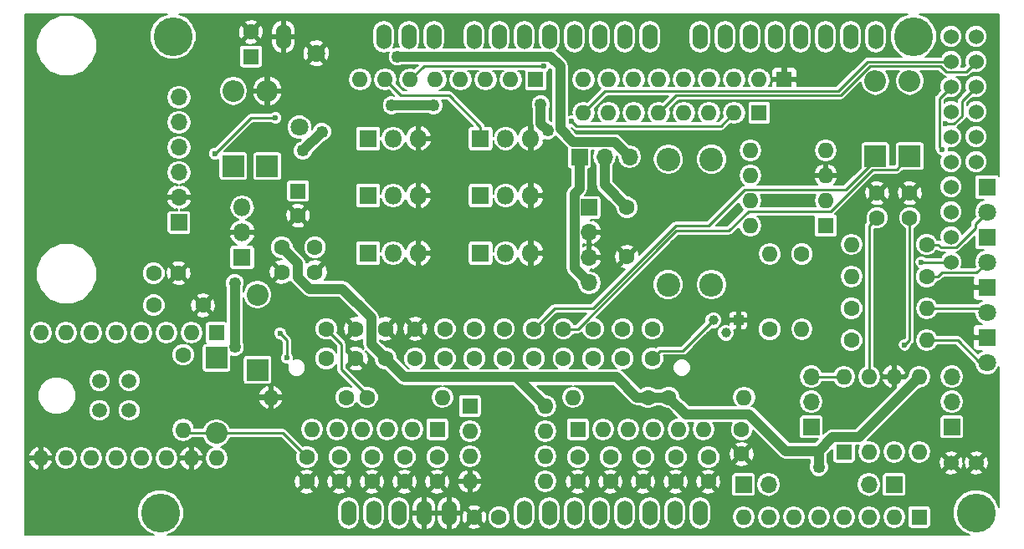
<source format=gbl>
G04 #@! TF.FileFunction,Copper,L2,Bot,Signal*
%FSLAX46Y46*%
G04 Gerber Fmt 4.6, Leading zero omitted, Abs format (unit mm)*
G04 Created by KiCad (PCBNEW 4.0.6) date 09/24/17 01:01:51*
%MOMM*%
%LPD*%
G01*
G04 APERTURE LIST*
%ADD10C,0.100000*%
%ADD11C,0.600000*%
%ADD12C,2.400000*%
%ADD13O,2.400000X2.400000*%
%ADD14R,1.600000X1.600000*%
%ADD15O,1.600000X1.600000*%
%ADD16R,1.800000X1.800000*%
%ADD17O,1.800000X1.800000*%
%ADD18C,1.600000*%
%ADD19R,2.200000X2.200000*%
%ADD20O,2.200000X2.200000*%
%ADD21C,1.800000*%
%ADD22R,1.700000X1.700000*%
%ADD23O,1.700000X1.700000*%
%ADD24C,1.000000*%
%ADD25R,1.000000X1.000000*%
%ADD26C,1.500000*%
%ADD27O,1.524000X2.540000*%
%ADD28C,3.937000*%
%ADD29C,1.524000*%
%ADD30C,1.250000*%
%ADD31C,1.000000*%
%ADD32C,0.250000*%
%ADD33C,0.150000*%
G04 APERTURE END LIST*
D10*
D11*
X175700000Y-85650000D03*
X130000000Y-105300000D03*
X189044580Y-75552300D03*
X95892620Y-98826320D03*
X146400000Y-84000000D03*
D12*
X161353500Y-79057500D03*
D13*
X161353500Y-91757500D03*
D11*
X149300000Y-102800000D03*
X172796200Y-96443800D03*
X179603400Y-74853800D03*
X187960000Y-88442800D03*
X149682200Y-75057000D03*
X170053000Y-77470000D03*
X170624500Y-85661500D03*
X175704500Y-84137500D03*
X172847000Y-92329000D03*
X182372000Y-92265500D03*
X178181000Y-90200000D03*
X97500000Y-101600000D03*
X124269500Y-85915500D03*
X123698000Y-77089000D03*
X125476000Y-91376500D03*
X128270000Y-94170500D03*
X119621300Y-93151960D03*
X119634000Y-95885000D03*
X185356500Y-91313000D03*
X163512500Y-87312500D03*
X167449500Y-83185000D03*
X158300000Y-82500000D03*
X163000000Y-85100000D03*
X158178500Y-87947500D03*
X168338500Y-90360500D03*
X154940000Y-79121000D03*
X155400000Y-84200000D03*
X153416000Y-92837000D03*
X159766000Y-76835000D03*
X153543000Y-81153000D03*
X180700000Y-95100000D03*
X178500000Y-98900000D03*
X178200000Y-86800000D03*
X178200000Y-95000000D03*
X146494500Y-68389500D03*
X140700000Y-111300000D03*
X140700000Y-108100000D03*
X140700000Y-104394000D03*
X138049000Y-79565500D03*
X137985500Y-85471000D03*
X133477000Y-84645500D03*
X140843000Y-86296500D03*
X140843000Y-80391000D03*
X124079000Y-72263000D03*
X127889000Y-79819500D03*
X127952500Y-85915500D03*
X153600000Y-87600000D03*
X137922000Y-90805000D03*
X146685000Y-80899000D03*
X163322000Y-99758500D03*
X158750000Y-95694500D03*
X134620000Y-64833500D03*
X158445200Y-65405000D03*
X156972000Y-68580000D03*
X111300000Y-88600000D03*
D14*
X168719500Y-70993000D03*
D15*
X166179500Y-70993000D03*
X163639500Y-70993000D03*
X161099500Y-70993000D03*
X158559500Y-70993000D03*
X156019500Y-70993000D03*
X153479500Y-70993000D03*
X150939500Y-70993000D03*
X148399500Y-70993000D03*
D16*
X126619000Y-88582500D03*
D17*
X129159000Y-88582500D03*
X131699000Y-88582500D03*
D16*
X126619000Y-82740500D03*
D17*
X129159000Y-82740500D03*
X131699000Y-82740500D03*
D16*
X126619000Y-76962000D03*
D17*
X129159000Y-76962000D03*
X131699000Y-76962000D03*
D16*
X137985500Y-76962000D03*
D17*
X140525500Y-76962000D03*
X143065500Y-76962000D03*
D16*
X137985500Y-82740500D03*
D17*
X140525500Y-82740500D03*
X143065500Y-82740500D03*
D16*
X137985500Y-88582500D03*
D17*
X140525500Y-88582500D03*
X143065500Y-88582500D03*
D18*
X122364500Y-96250500D03*
X125364500Y-96250500D03*
X128364500Y-96250500D03*
X131364500Y-96250500D03*
X134364500Y-96250500D03*
X137364500Y-96250500D03*
X140364500Y-96250500D03*
X143364500Y-96250500D03*
X146364500Y-96250500D03*
X149364500Y-96250500D03*
X152364500Y-96250500D03*
X155364500Y-96250500D03*
X122364500Y-99250500D03*
X125364500Y-99250500D03*
X128364500Y-99250500D03*
X131364500Y-99250500D03*
X134364500Y-99250500D03*
X137364500Y-99250500D03*
X140364500Y-99250500D03*
X143364500Y-99250500D03*
X146364500Y-99250500D03*
X149364500Y-99250500D03*
X152364500Y-99250500D03*
X155364500Y-99250500D03*
D19*
X116395500Y-79756000D03*
D20*
X116395500Y-72136000D03*
D11*
X114600000Y-97300000D03*
X94700000Y-85800000D03*
X102700000Y-93500000D03*
X166624000Y-108521500D03*
X182880000Y-112141000D03*
X175200000Y-110900000D03*
X174371000Y-74803000D03*
X169354500Y-109982000D03*
X185420000Y-116332000D03*
X99450000Y-116650000D03*
X122000000Y-115200000D03*
X115500000Y-108700000D03*
X109600000Y-102800000D03*
X93700000Y-93900000D03*
X115500000Y-105300000D03*
X93218000Y-82804000D03*
X103500000Y-82850000D03*
X105689400Y-75641200D03*
X92989400Y-73837800D03*
X92964000Y-65024000D03*
X159702500Y-103124000D03*
X175400000Y-106000000D03*
X189484000Y-70612000D03*
X186944000Y-65278000D03*
X175387000Y-68834000D03*
X183388000Y-106934000D03*
X175768000Y-103378000D03*
X173482000Y-105918000D03*
X167767000Y-102108000D03*
X172085000Y-70739000D03*
D18*
X123698000Y-111720000D03*
X123698000Y-109220000D03*
D12*
X156972000Y-91757500D03*
D13*
X156972000Y-79057500D03*
D14*
X114744500Y-68667000D03*
D18*
X114744500Y-66167000D03*
D14*
X119507000Y-82272500D03*
D18*
X119507000Y-84772500D03*
D21*
X119648500Y-75826000D03*
X121348500Y-68326000D03*
D14*
X143573500Y-70993000D03*
D15*
X141033500Y-70993000D03*
X138493500Y-70993000D03*
X135953500Y-70993000D03*
X133413500Y-70993000D03*
X130873500Y-70993000D03*
X128333500Y-70993000D03*
X125793500Y-70993000D03*
D14*
X133604000Y-106426000D03*
D15*
X131064000Y-106426000D03*
X128524000Y-106426000D03*
X125984000Y-106426000D03*
X123444000Y-106426000D03*
X120904000Y-106426000D03*
D14*
X147828000Y-106426000D03*
D15*
X150368000Y-106426000D03*
X152908000Y-106426000D03*
X155448000Y-106426000D03*
X157988000Y-106426000D03*
X160528000Y-106426000D03*
D16*
X189230000Y-97113600D03*
D21*
X189230000Y-99653600D03*
D16*
X189230000Y-92033600D03*
D21*
X189230000Y-94573600D03*
D16*
X189230000Y-86953600D03*
D21*
X189230000Y-89493600D03*
D16*
X189230000Y-81873600D03*
D21*
X189230000Y-84413600D03*
D14*
X172910500Y-85788500D03*
D15*
X165290500Y-78168500D03*
X172910500Y-83248500D03*
X165290500Y-80708500D03*
X172910500Y-80708500D03*
X165290500Y-83248500D03*
X172910500Y-78168500D03*
X165290500Y-85788500D03*
D19*
X111252000Y-99187000D03*
D20*
X111252000Y-106807000D03*
D19*
X112966500Y-79756000D03*
D20*
X112966500Y-72136000D03*
D19*
X181419500Y-78740000D03*
D20*
X181419500Y-71120000D03*
D19*
X177927000Y-78740000D03*
D20*
X177927000Y-71120000D03*
D18*
X181419500Y-82486500D03*
X181419500Y-84986500D03*
X178117500Y-82486500D03*
X178117500Y-84986500D03*
X120396000Y-109220000D03*
X120396000Y-111720000D03*
X104902000Y-90600000D03*
X107402000Y-90600000D03*
X121221500Y-87987500D03*
X121221500Y-90487500D03*
X133604000Y-109220000D03*
X133604000Y-111720000D03*
X130302000Y-109220000D03*
X130302000Y-111720000D03*
X139850500Y-115316000D03*
X137350500Y-115316000D03*
X127000000Y-109220000D03*
X127000000Y-111720000D03*
X151130000Y-109220000D03*
X151130000Y-111720000D03*
X164401500Y-106426000D03*
X164401500Y-108926000D03*
X161036000Y-109220000D03*
X161036000Y-111720000D03*
X157734000Y-109220000D03*
X157734000Y-111720000D03*
X154432000Y-109220000D03*
X154432000Y-111720000D03*
D16*
X113855500Y-89027000D03*
D17*
X113855500Y-86487000D03*
X113855500Y-83947000D03*
D18*
X117856000Y-87987500D03*
X117856000Y-90487500D03*
D14*
X174752000Y-108712000D03*
D15*
X182372000Y-101092000D03*
X177292000Y-108712000D03*
X179832000Y-101092000D03*
X179832000Y-108712000D03*
X177292000Y-101092000D03*
X182372000Y-108712000D03*
X174752000Y-101092000D03*
D18*
X147828000Y-109220000D03*
X147828000Y-111720000D03*
D14*
X136906000Y-104076500D03*
D15*
X144526000Y-111696500D03*
X136906000Y-106616500D03*
X144526000Y-109156500D03*
X136906000Y-109156500D03*
X144526000Y-106616500D03*
X136906000Y-111696500D03*
X144526000Y-104076500D03*
D14*
X182372000Y-115316000D03*
D15*
X179832000Y-115316000D03*
X177292000Y-115316000D03*
X174752000Y-115316000D03*
X172212000Y-115316000D03*
X169672000Y-115316000D03*
X167132000Y-115316000D03*
X164592000Y-115316000D03*
D14*
X111252000Y-96647000D03*
D15*
X93472000Y-109347000D03*
X108712000Y-96647000D03*
X96012000Y-109347000D03*
X106172000Y-96647000D03*
X98552000Y-109347000D03*
X103632000Y-96647000D03*
X101092000Y-109347000D03*
X101092000Y-96647000D03*
X103632000Y-109347000D03*
X98552000Y-96647000D03*
X106172000Y-109347000D03*
X96012000Y-96647000D03*
X108712000Y-109347000D03*
X93472000Y-96647000D03*
X111252000Y-109347000D03*
D22*
X107458000Y-85471000D03*
D23*
X107458000Y-82931000D03*
X107458000Y-80391000D03*
X107458000Y-77851000D03*
X107458000Y-75311000D03*
X107458000Y-72771000D03*
D24*
X162814000Y-96647000D03*
X161544000Y-95377000D03*
D25*
X164084000Y-95377000D03*
D22*
X164592000Y-112014000D03*
D23*
X167132000Y-112014000D03*
D22*
X179832000Y-112014000D03*
D23*
X177292000Y-112014000D03*
D22*
X185674000Y-106172000D03*
D23*
X185674000Y-103632000D03*
X185674000Y-101092000D03*
D22*
X171450000Y-106172000D03*
D23*
X171450000Y-103632000D03*
X171450000Y-101092000D03*
D22*
X147980886Y-78811466D03*
D23*
X150520886Y-78811466D03*
X153060886Y-78811466D03*
D14*
X166179500Y-74358500D03*
D15*
X163639500Y-74358500D03*
X161099500Y-74358500D03*
X158559500Y-74358500D03*
X156019500Y-74358500D03*
X153479500Y-74358500D03*
X150939500Y-74358500D03*
X148399500Y-74358500D03*
D18*
X126492000Y-103187500D03*
D15*
X134112000Y-103187500D03*
D18*
X154940000Y-103187500D03*
D15*
X147320000Y-103187500D03*
D18*
X157035500Y-103187500D03*
D15*
X164655500Y-103187500D03*
D18*
X124375000Y-103187500D03*
D15*
X116755000Y-103187500D03*
D18*
X183134000Y-87693500D03*
D15*
X175514000Y-87693500D03*
D18*
X183134000Y-90932000D03*
D15*
X175514000Y-90932000D03*
D18*
X175514000Y-94170500D03*
D15*
X183134000Y-94170500D03*
D18*
X175514000Y-97409000D03*
D15*
X183134000Y-97409000D03*
D18*
X167259000Y-96266000D03*
D15*
X167259000Y-88646000D03*
D18*
X170497500Y-88646000D03*
D15*
X170497500Y-96266000D03*
D18*
X107886500Y-98869500D03*
D15*
X107886500Y-106489500D03*
D26*
X102420000Y-104500000D03*
X99420000Y-104500000D03*
X102420000Y-101500000D03*
X99420000Y-101500000D03*
D19*
X115400000Y-100400000D03*
D20*
X115400000Y-92780000D03*
D27*
X170361100Y-66633600D03*
X172901100Y-66633600D03*
X155121100Y-114893600D03*
X152581100Y-114893600D03*
X150041100Y-114893600D03*
X142421100Y-114893600D03*
X144961100Y-114893600D03*
X147501100Y-114893600D03*
X134801100Y-114893600D03*
X132261100Y-114893600D03*
X127181100Y-114893600D03*
X124641100Y-114893600D03*
X144961100Y-66633600D03*
X142421100Y-66633600D03*
X139881100Y-66633600D03*
X137341100Y-66633600D03*
X133277100Y-66633600D03*
X130737100Y-66633600D03*
X118037100Y-66633600D03*
X129721100Y-114893600D03*
D28*
X188141100Y-114893600D03*
X181791100Y-66633600D03*
X106861100Y-66633600D03*
X105591100Y-114893600D03*
D29*
X185601100Y-69173600D03*
X188141100Y-69173600D03*
X185601100Y-66633600D03*
X188141100Y-66633600D03*
X185601100Y-109813600D03*
X188141100Y-109813600D03*
X185601100Y-71713600D03*
X188141100Y-71713600D03*
X188141100Y-74253600D03*
X185601100Y-89493600D03*
D27*
X147501100Y-66633600D03*
X150041100Y-66633600D03*
X152581100Y-66633600D03*
X155121100Y-66633600D03*
X175441100Y-66633600D03*
X177981100Y-66633600D03*
X167821100Y-66633600D03*
X165281100Y-66633600D03*
X162741100Y-66633600D03*
X160201100Y-66633600D03*
X157661100Y-114893600D03*
X160201100Y-114893600D03*
D29*
X185601100Y-79333600D03*
X188141100Y-79333600D03*
X185601100Y-76793600D03*
X188141100Y-76793600D03*
X185601100Y-74253600D03*
X185601100Y-81873600D03*
X185601100Y-86953600D03*
X185601100Y-84413600D03*
D27*
X128197100Y-66633600D03*
D18*
X152800000Y-88947000D03*
X152800000Y-83947000D03*
X104902000Y-93853000D03*
X109902000Y-93853000D03*
D22*
X148971000Y-83947000D03*
D23*
X148971000Y-86487000D03*
X148971000Y-89027000D03*
X148971000Y-91567000D03*
D30*
X120000000Y-78200006D03*
X133200000Y-73600000D03*
X129000000Y-73599996D03*
X144072873Y-73499968D03*
X144770990Y-76130459D03*
X113100000Y-91600000D03*
X113106200Y-98094800D03*
X121920000Y-76263500D03*
X172212000Y-110236000D03*
X129603500Y-68643500D03*
D11*
X180911500Y-97853500D03*
X147199996Y-75200000D03*
X144399000Y-69593510D03*
X117700000Y-96700000D03*
X118388228Y-99175010D03*
X184721500Y-78105004D03*
X185044711Y-75496406D03*
X182600000Y-89500000D03*
X117215920Y-74869040D03*
X111100000Y-78500000D03*
D31*
X147980886Y-78811466D02*
X147980886Y-82067112D01*
X147980886Y-82067112D02*
X147470999Y-82576999D01*
X147470999Y-90066999D02*
X148971000Y-91567000D01*
X147470999Y-82576999D02*
X147470999Y-90066999D01*
X128364500Y-99250500D02*
X126914499Y-97800499D01*
X119500000Y-91000000D02*
X119500000Y-89631500D01*
X126914499Y-97800499D02*
X126914499Y-95114499D01*
X126914499Y-95114499D02*
X123993999Y-92193999D01*
X123993999Y-92193999D02*
X120693999Y-92193999D01*
X120693999Y-92193999D02*
X119500000Y-91000000D01*
X119500000Y-89631500D02*
X117856000Y-87987500D01*
X121920000Y-76263500D02*
X120000000Y-78183500D01*
X120000000Y-78183500D02*
X120000000Y-78200006D01*
X129000000Y-73599996D02*
X133199996Y-73599996D01*
X133199996Y-73599996D02*
X133200000Y-73600000D01*
X182372000Y-101092000D02*
X176264000Y-107200000D01*
X176264000Y-107200000D02*
X173628998Y-107200000D01*
X173628998Y-107200000D02*
X172212000Y-108616998D01*
X144072873Y-75432342D02*
X144072873Y-73499968D01*
X144770990Y-76130459D02*
X144072873Y-75432342D01*
X113106200Y-91606200D02*
X113100000Y-91600000D01*
X113106200Y-98094800D02*
X113106200Y-91606200D01*
X154940000Y-103187500D02*
X153808630Y-103187500D01*
X153808630Y-103187500D02*
X151768131Y-101147001D01*
X151768131Y-101147001D02*
X141596501Y-101147001D01*
X157035500Y-103187500D02*
X154940000Y-103187500D01*
X157035500Y-103187500D02*
X158750000Y-104902000D01*
X158750000Y-104902000D02*
X165163500Y-104902000D01*
X165163500Y-104902000D02*
X168878498Y-108616998D01*
X168878498Y-108616998D02*
X172212000Y-108616998D01*
X141596501Y-101147001D02*
X130261001Y-101147001D01*
X130261001Y-101147001D02*
X128364500Y-99250500D01*
X144526000Y-104076500D02*
X141596501Y-101147001D01*
X172212000Y-108616998D02*
X172212000Y-110236000D01*
X129603500Y-68643500D02*
X145034000Y-68643500D01*
X145034000Y-68643500D02*
X146045991Y-69655491D01*
X151560885Y-77311465D02*
X153060886Y-78811466D01*
X146045991Y-69655491D02*
X146045991Y-76005491D01*
X146045991Y-76005491D02*
X147351965Y-77311465D01*
X147351965Y-77311465D02*
X151560885Y-77311465D01*
D32*
X122364500Y-96250500D02*
X123888500Y-97774500D01*
X123888500Y-97774500D02*
X123888500Y-100388500D01*
X123888500Y-100388500D02*
X126492000Y-102992000D01*
X126492000Y-102992000D02*
X126492000Y-103187500D01*
X111252000Y-106807000D02*
X117983000Y-106807000D01*
X117983000Y-106807000D02*
X120396000Y-109220000D01*
X111252000Y-106807000D02*
X108204000Y-106807000D01*
X108204000Y-106807000D02*
X107886500Y-106489500D01*
X111188500Y-106807000D02*
X111252000Y-106807000D01*
X178117500Y-84986500D02*
X177292000Y-85812000D01*
X177292000Y-85812000D02*
X177292000Y-101092000D01*
X181419500Y-84986500D02*
X181419500Y-97345500D01*
X181419500Y-97345500D02*
X180911500Y-97853500D01*
X171450000Y-101092000D02*
X174752000Y-101092000D01*
X183134000Y-87693500D02*
X184265370Y-87693500D01*
X184265370Y-87693500D02*
X184562471Y-87990601D01*
X184562471Y-87990601D02*
X186098861Y-87990601D01*
X186098861Y-87990601D02*
X188054999Y-86034463D01*
X188054999Y-86034463D02*
X188054999Y-85588601D01*
X188054999Y-85588601D02*
X189230000Y-84413600D01*
X183134000Y-94170500D02*
X188826900Y-94170500D01*
X188826900Y-94170500D02*
X189230000Y-94573600D01*
X147699991Y-75699995D02*
X147199996Y-75200000D01*
X163639500Y-74358500D02*
X162298005Y-75699995D01*
X162298005Y-75699995D02*
X147699991Y-75699995D01*
X137985500Y-76962000D02*
X137985500Y-75812000D01*
X137985500Y-75812000D02*
X134773500Y-72600000D01*
X134773500Y-72600000D02*
X129940500Y-72600000D01*
X129940500Y-72600000D02*
X128333500Y-70993000D01*
X156019500Y-74358500D02*
X157797500Y-72580500D01*
X157797500Y-72580500D02*
X174431498Y-72580500D01*
X174431498Y-72580500D02*
X177411998Y-69600000D01*
X177411998Y-69600000D02*
X184492738Y-69600000D01*
X184492738Y-69600000D02*
X185103339Y-70210601D01*
X185103339Y-70210601D02*
X187104099Y-70210601D01*
X187104099Y-70210601D02*
X188141100Y-69173600D01*
X174141499Y-72175001D02*
X177142900Y-69173600D01*
X177142900Y-69173600D02*
X185601100Y-69173600D01*
X148399500Y-74358500D02*
X150582999Y-72175001D01*
X150582999Y-72175001D02*
X174141499Y-72175001D01*
D31*
X150520886Y-78811466D02*
X150520886Y-81667886D01*
X150520886Y-81667886D02*
X152800000Y-83947000D01*
D32*
X183134000Y-90932000D02*
X184265370Y-90932000D01*
X184265370Y-90932000D02*
X184666769Y-90530601D01*
X184666769Y-90530601D02*
X188192999Y-90530601D01*
X188192999Y-90530601D02*
X189230000Y-89493600D01*
X183134000Y-97409000D02*
X186258200Y-97409000D01*
X186258200Y-97409000D02*
X188502800Y-99653600D01*
X188502800Y-99653600D02*
X189230000Y-99653600D01*
X132272990Y-69593510D02*
X144399000Y-69593510D01*
X130873500Y-70993000D02*
X132272990Y-69593510D01*
X118388228Y-97388228D02*
X117700000Y-96700000D01*
X118388228Y-99175010D02*
X118388228Y-97388228D01*
X184421501Y-77805005D02*
X184721500Y-78105004D01*
X184421501Y-72893199D02*
X184421501Y-77805005D01*
X185601100Y-71713600D02*
X184421501Y-72893199D01*
X188141100Y-71713600D02*
X186690000Y-73164700D01*
X186690000Y-73164700D02*
X186690000Y-74655764D01*
X185849358Y-75496406D02*
X185044711Y-75496406D01*
X186690000Y-74655764D02*
X185849358Y-75496406D01*
X185601100Y-89493600D02*
X182606400Y-89493600D01*
X182606400Y-89493600D02*
X182600000Y-89500000D01*
X143364500Y-96250500D02*
X145444500Y-94170500D01*
X145444500Y-94170500D02*
X149352000Y-94170500D01*
X149352000Y-94170500D02*
X157722500Y-85800000D01*
X157722500Y-85800000D02*
X161100000Y-85800000D01*
X161100000Y-85800000D02*
X164726501Y-82173499D01*
X164726501Y-82173499D02*
X174938001Y-82173499D01*
X174938001Y-82173499D02*
X177927000Y-79184500D01*
X177927000Y-79184500D02*
X177927000Y-78740000D01*
X146364500Y-96250500D02*
X147837700Y-96250500D01*
X157797500Y-86296500D02*
X163131500Y-86296500D01*
X147837700Y-96250500D02*
X156839200Y-87249000D01*
X156839200Y-87249000D02*
X156845000Y-87249000D01*
X156845000Y-87249000D02*
X157797500Y-86296500D01*
X163131500Y-86296500D02*
X165104499Y-84323501D01*
X181419500Y-78780500D02*
X181419500Y-78740000D01*
X165104499Y-84323501D02*
X173426501Y-84323501D01*
X173426501Y-84323501D02*
X177635001Y-80115001D01*
X177635001Y-80115001D02*
X180084999Y-80115001D01*
X180084999Y-80115001D02*
X181419500Y-78780500D01*
X155364500Y-99250500D02*
X156164499Y-98450501D01*
X156164499Y-98450501D02*
X158470499Y-98450501D01*
X158470499Y-98450501D02*
X161544000Y-95377000D01*
X116791656Y-74869040D02*
X117215920Y-74869040D01*
X114730960Y-74869040D02*
X116791656Y-74869040D01*
X111100000Y-78500000D02*
X114730960Y-74869040D01*
D33*
G36*
X105535348Y-64645719D02*
X104875536Y-65304381D01*
X104518008Y-66165404D01*
X104517194Y-67097706D01*
X104873219Y-67959352D01*
X105531881Y-68619164D01*
X106392904Y-68976692D01*
X107325206Y-68977506D01*
X108186852Y-68621481D01*
X108846664Y-67962819D01*
X108886451Y-67867000D01*
X113562154Y-67867000D01*
X113562154Y-69467000D01*
X113588302Y-69605966D01*
X113670431Y-69733599D01*
X113795746Y-69819223D01*
X113944500Y-69849346D01*
X115544500Y-69849346D01*
X115683466Y-69823198D01*
X115811099Y-69741069D01*
X115896723Y-69615754D01*
X115926846Y-69467000D01*
X115926846Y-69348617D01*
X120573370Y-69348617D01*
X120672485Y-69554184D01*
X121193949Y-69719394D01*
X121738942Y-69672472D01*
X122024515Y-69554184D01*
X122123630Y-69348617D01*
X121348500Y-68573487D01*
X120573370Y-69348617D01*
X115926846Y-69348617D01*
X115926846Y-67867000D01*
X115900698Y-67728034D01*
X115818569Y-67600401D01*
X115693254Y-67514777D01*
X115544500Y-67484654D01*
X113944500Y-67484654D01*
X113805534Y-67510802D01*
X113677901Y-67592931D01*
X113592277Y-67718246D01*
X113562154Y-67867000D01*
X108886451Y-67867000D01*
X109197969Y-67116782D01*
X114042206Y-67116782D01*
X114128925Y-67311995D01*
X114613953Y-67460408D01*
X115118856Y-67411911D01*
X115360075Y-67311995D01*
X115446794Y-67116782D01*
X114744500Y-66414487D01*
X114042206Y-67116782D01*
X109197969Y-67116782D01*
X109204192Y-67101796D01*
X109205006Y-66169494D01*
X109150035Y-66036453D01*
X113451092Y-66036453D01*
X113499589Y-66541356D01*
X113599505Y-66782575D01*
X113794718Y-66869294D01*
X114497013Y-66167000D01*
X114991987Y-66167000D01*
X115694282Y-66869294D01*
X115830910Y-66808600D01*
X116800100Y-66808600D01*
X116800100Y-67316600D01*
X116961231Y-67776658D01*
X117286153Y-68140034D01*
X117672691Y-68323707D01*
X117862100Y-68246072D01*
X117862100Y-66808600D01*
X118212100Y-66808600D01*
X118212100Y-68246072D01*
X118401509Y-68323707D01*
X118721934Y-68171449D01*
X119955106Y-68171449D01*
X120002028Y-68716442D01*
X120120316Y-69002015D01*
X120325883Y-69101130D01*
X121101013Y-68326000D01*
X121595987Y-68326000D01*
X122371117Y-69101130D01*
X122576684Y-69002015D01*
X122741894Y-68480551D01*
X122694972Y-67935558D01*
X122576684Y-67649985D01*
X122371117Y-67550870D01*
X121595987Y-68326000D01*
X121101013Y-68326000D01*
X120325883Y-67550870D01*
X120120316Y-67649985D01*
X119955106Y-68171449D01*
X118721934Y-68171449D01*
X118788047Y-68140034D01*
X119112969Y-67776658D01*
X119274100Y-67316600D01*
X119274100Y-67303383D01*
X120573370Y-67303383D01*
X121348500Y-68078513D01*
X122123630Y-67303383D01*
X122024515Y-67097816D01*
X121503051Y-66932606D01*
X120958058Y-66979528D01*
X120672485Y-67097816D01*
X120573370Y-67303383D01*
X119274100Y-67303383D01*
X119274100Y-66808600D01*
X118212100Y-66808600D01*
X117862100Y-66808600D01*
X116800100Y-66808600D01*
X115830910Y-66808600D01*
X115889495Y-66782575D01*
X116037908Y-66297547D01*
X116004584Y-65950600D01*
X116800100Y-65950600D01*
X116800100Y-66458600D01*
X117862100Y-66458600D01*
X117862100Y-65021128D01*
X118212100Y-65021128D01*
X118212100Y-66458600D01*
X119274100Y-66458600D01*
X119274100Y-65950600D01*
X119112969Y-65490542D01*
X118788047Y-65127166D01*
X118401509Y-64943493D01*
X118212100Y-65021128D01*
X117862100Y-65021128D01*
X117672691Y-64943493D01*
X117286153Y-65127166D01*
X116961231Y-65490542D01*
X116800100Y-65950600D01*
X116004584Y-65950600D01*
X115989411Y-65792644D01*
X115889495Y-65551425D01*
X115694282Y-65464706D01*
X114991987Y-66167000D01*
X114497013Y-66167000D01*
X113794718Y-65464706D01*
X113599505Y-65551425D01*
X113451092Y-66036453D01*
X109150035Y-66036453D01*
X108848981Y-65307848D01*
X108758509Y-65217218D01*
X114042206Y-65217218D01*
X114744500Y-65919513D01*
X115446794Y-65217218D01*
X115360075Y-65022005D01*
X114875047Y-64873592D01*
X114370144Y-64922089D01*
X114128925Y-65022005D01*
X114042206Y-65217218D01*
X108758509Y-65217218D01*
X108190319Y-64648036D01*
X107426812Y-64331000D01*
X181227026Y-64331000D01*
X180465348Y-64645719D01*
X179805536Y-65304381D01*
X179448008Y-66165404D01*
X179447194Y-67097706D01*
X179803219Y-67959352D01*
X180461881Y-68619164D01*
X180592977Y-68673600D01*
X177142900Y-68673600D01*
X176951558Y-68711660D01*
X176789347Y-68820047D01*
X173934393Y-71675001D01*
X169994500Y-71675001D01*
X169994500Y-71286750D01*
X169875750Y-71168000D01*
X168894500Y-71168000D01*
X168894500Y-71188000D01*
X168544500Y-71188000D01*
X168544500Y-71168000D01*
X167563250Y-71168000D01*
X167444500Y-71286750D01*
X167444500Y-71675001D01*
X167132828Y-71675001D01*
X167288078Y-71442653D01*
X167377520Y-70993000D01*
X167288078Y-70543347D01*
X167033370Y-70162150D01*
X166938136Y-70098516D01*
X167444500Y-70098516D01*
X167444500Y-70699250D01*
X167563250Y-70818000D01*
X168544500Y-70818000D01*
X168544500Y-69836750D01*
X168894500Y-69836750D01*
X168894500Y-70818000D01*
X169875750Y-70818000D01*
X169994500Y-70699250D01*
X169994500Y-70098516D01*
X169922185Y-69923934D01*
X169788566Y-69790314D01*
X169613983Y-69718000D01*
X169013250Y-69718000D01*
X168894500Y-69836750D01*
X168544500Y-69836750D01*
X168425750Y-69718000D01*
X167825017Y-69718000D01*
X167650434Y-69790314D01*
X167516815Y-69923934D01*
X167444500Y-70098516D01*
X166938136Y-70098516D01*
X166652173Y-69907442D01*
X166202520Y-69818000D01*
X166156480Y-69818000D01*
X165706827Y-69907442D01*
X165325630Y-70162150D01*
X165070922Y-70543347D01*
X164981480Y-70993000D01*
X165070922Y-71442653D01*
X165226172Y-71675001D01*
X164592828Y-71675001D01*
X164748078Y-71442653D01*
X164837520Y-70993000D01*
X164748078Y-70543347D01*
X164493370Y-70162150D01*
X164112173Y-69907442D01*
X163662520Y-69818000D01*
X163616480Y-69818000D01*
X163166827Y-69907442D01*
X162785630Y-70162150D01*
X162530922Y-70543347D01*
X162441480Y-70993000D01*
X162530922Y-71442653D01*
X162686172Y-71675001D01*
X162052828Y-71675001D01*
X162208078Y-71442653D01*
X162297520Y-70993000D01*
X162208078Y-70543347D01*
X161953370Y-70162150D01*
X161572173Y-69907442D01*
X161122520Y-69818000D01*
X161076480Y-69818000D01*
X160626827Y-69907442D01*
X160245630Y-70162150D01*
X159990922Y-70543347D01*
X159901480Y-70993000D01*
X159990922Y-71442653D01*
X160146172Y-71675001D01*
X159512828Y-71675001D01*
X159668078Y-71442653D01*
X159757520Y-70993000D01*
X159668078Y-70543347D01*
X159413370Y-70162150D01*
X159032173Y-69907442D01*
X158582520Y-69818000D01*
X158536480Y-69818000D01*
X158086827Y-69907442D01*
X157705630Y-70162150D01*
X157450922Y-70543347D01*
X157361480Y-70993000D01*
X157450922Y-71442653D01*
X157606172Y-71675001D01*
X156972828Y-71675001D01*
X157128078Y-71442653D01*
X157217520Y-70993000D01*
X157128078Y-70543347D01*
X156873370Y-70162150D01*
X156492173Y-69907442D01*
X156042520Y-69818000D01*
X155996480Y-69818000D01*
X155546827Y-69907442D01*
X155165630Y-70162150D01*
X154910922Y-70543347D01*
X154821480Y-70993000D01*
X154910922Y-71442653D01*
X155066172Y-71675001D01*
X154432828Y-71675001D01*
X154588078Y-71442653D01*
X154677520Y-70993000D01*
X154588078Y-70543347D01*
X154333370Y-70162150D01*
X153952173Y-69907442D01*
X153502520Y-69818000D01*
X153456480Y-69818000D01*
X153006827Y-69907442D01*
X152625630Y-70162150D01*
X152370922Y-70543347D01*
X152281480Y-70993000D01*
X152370922Y-71442653D01*
X152526172Y-71675001D01*
X151892828Y-71675001D01*
X152048078Y-71442653D01*
X152137520Y-70993000D01*
X152048078Y-70543347D01*
X151793370Y-70162150D01*
X151412173Y-69907442D01*
X150962520Y-69818000D01*
X150916480Y-69818000D01*
X150466827Y-69907442D01*
X150085630Y-70162150D01*
X149830922Y-70543347D01*
X149741480Y-70993000D01*
X149830922Y-71442653D01*
X150085630Y-71823850D01*
X150170401Y-71880493D01*
X148793584Y-73257310D01*
X148422520Y-73183500D01*
X148376480Y-73183500D01*
X147926827Y-73272942D01*
X147545630Y-73527650D01*
X147290922Y-73908847D01*
X147201480Y-74358500D01*
X147234605Y-74525030D01*
X147066319Y-74524883D01*
X146920991Y-74584931D01*
X146920991Y-70993000D01*
X147201480Y-70993000D01*
X147290922Y-71442653D01*
X147545630Y-71823850D01*
X147926827Y-72078558D01*
X148376480Y-72168000D01*
X148422520Y-72168000D01*
X148872173Y-72078558D01*
X149253370Y-71823850D01*
X149508078Y-71442653D01*
X149597520Y-70993000D01*
X149508078Y-70543347D01*
X149253370Y-70162150D01*
X148872173Y-69907442D01*
X148422520Y-69818000D01*
X148376480Y-69818000D01*
X147926827Y-69907442D01*
X147545630Y-70162150D01*
X147290922Y-70543347D01*
X147201480Y-70993000D01*
X146920991Y-70993000D01*
X146920991Y-69655491D01*
X146854386Y-69320643D01*
X146854386Y-69320642D01*
X146664709Y-69036772D01*
X145669565Y-68041629D01*
X145765080Y-67977807D01*
X146011551Y-67608938D01*
X146098100Y-67173827D01*
X146098100Y-66093373D01*
X146364100Y-66093373D01*
X146364100Y-67173827D01*
X146450649Y-67608938D01*
X146697120Y-67977807D01*
X147065989Y-68224278D01*
X147501100Y-68310827D01*
X147936211Y-68224278D01*
X148305080Y-67977807D01*
X148551551Y-67608938D01*
X148638100Y-67173827D01*
X148638100Y-66093373D01*
X148904100Y-66093373D01*
X148904100Y-67173827D01*
X148990649Y-67608938D01*
X149237120Y-67977807D01*
X149605989Y-68224278D01*
X150041100Y-68310827D01*
X150476211Y-68224278D01*
X150845080Y-67977807D01*
X151091551Y-67608938D01*
X151178100Y-67173827D01*
X151178100Y-66093373D01*
X151444100Y-66093373D01*
X151444100Y-67173827D01*
X151530649Y-67608938D01*
X151777120Y-67977807D01*
X152145989Y-68224278D01*
X152581100Y-68310827D01*
X153016211Y-68224278D01*
X153385080Y-67977807D01*
X153631551Y-67608938D01*
X153718100Y-67173827D01*
X153718100Y-66093373D01*
X153984100Y-66093373D01*
X153984100Y-67173827D01*
X154070649Y-67608938D01*
X154317120Y-67977807D01*
X154685989Y-68224278D01*
X155121100Y-68310827D01*
X155556211Y-68224278D01*
X155925080Y-67977807D01*
X156171551Y-67608938D01*
X156258100Y-67173827D01*
X156258100Y-66093373D01*
X159064100Y-66093373D01*
X159064100Y-67173827D01*
X159150649Y-67608938D01*
X159397120Y-67977807D01*
X159765989Y-68224278D01*
X160201100Y-68310827D01*
X160636211Y-68224278D01*
X161005080Y-67977807D01*
X161251551Y-67608938D01*
X161338100Y-67173827D01*
X161338100Y-66093373D01*
X161604100Y-66093373D01*
X161604100Y-67173827D01*
X161690649Y-67608938D01*
X161937120Y-67977807D01*
X162305989Y-68224278D01*
X162741100Y-68310827D01*
X163176211Y-68224278D01*
X163545080Y-67977807D01*
X163791551Y-67608938D01*
X163878100Y-67173827D01*
X163878100Y-66093373D01*
X164144100Y-66093373D01*
X164144100Y-67173827D01*
X164230649Y-67608938D01*
X164477120Y-67977807D01*
X164845989Y-68224278D01*
X165281100Y-68310827D01*
X165716211Y-68224278D01*
X166085080Y-67977807D01*
X166331551Y-67608938D01*
X166418100Y-67173827D01*
X166418100Y-66093373D01*
X166684100Y-66093373D01*
X166684100Y-67173827D01*
X166770649Y-67608938D01*
X167017120Y-67977807D01*
X167385989Y-68224278D01*
X167821100Y-68310827D01*
X168256211Y-68224278D01*
X168625080Y-67977807D01*
X168871551Y-67608938D01*
X168958100Y-67173827D01*
X168958100Y-66093373D01*
X169224100Y-66093373D01*
X169224100Y-67173827D01*
X169310649Y-67608938D01*
X169557120Y-67977807D01*
X169925989Y-68224278D01*
X170361100Y-68310827D01*
X170796211Y-68224278D01*
X171165080Y-67977807D01*
X171411551Y-67608938D01*
X171498100Y-67173827D01*
X171498100Y-66093373D01*
X171764100Y-66093373D01*
X171764100Y-67173827D01*
X171850649Y-67608938D01*
X172097120Y-67977807D01*
X172465989Y-68224278D01*
X172901100Y-68310827D01*
X173336211Y-68224278D01*
X173705080Y-67977807D01*
X173951551Y-67608938D01*
X174038100Y-67173827D01*
X174038100Y-66093373D01*
X174304100Y-66093373D01*
X174304100Y-67173827D01*
X174390649Y-67608938D01*
X174637120Y-67977807D01*
X175005989Y-68224278D01*
X175441100Y-68310827D01*
X175876211Y-68224278D01*
X176245080Y-67977807D01*
X176491551Y-67608938D01*
X176578100Y-67173827D01*
X176578100Y-66093373D01*
X176844100Y-66093373D01*
X176844100Y-67173827D01*
X176930649Y-67608938D01*
X177177120Y-67977807D01*
X177545989Y-68224278D01*
X177981100Y-68310827D01*
X178416211Y-68224278D01*
X178785080Y-67977807D01*
X179031551Y-67608938D01*
X179118100Y-67173827D01*
X179118100Y-66093373D01*
X179031551Y-65658262D01*
X178785080Y-65289393D01*
X178416211Y-65042922D01*
X177981100Y-64956373D01*
X177545989Y-65042922D01*
X177177120Y-65289393D01*
X176930649Y-65658262D01*
X176844100Y-66093373D01*
X176578100Y-66093373D01*
X176491551Y-65658262D01*
X176245080Y-65289393D01*
X175876211Y-65042922D01*
X175441100Y-64956373D01*
X175005989Y-65042922D01*
X174637120Y-65289393D01*
X174390649Y-65658262D01*
X174304100Y-66093373D01*
X174038100Y-66093373D01*
X173951551Y-65658262D01*
X173705080Y-65289393D01*
X173336211Y-65042922D01*
X172901100Y-64956373D01*
X172465989Y-65042922D01*
X172097120Y-65289393D01*
X171850649Y-65658262D01*
X171764100Y-66093373D01*
X171498100Y-66093373D01*
X171411551Y-65658262D01*
X171165080Y-65289393D01*
X170796211Y-65042922D01*
X170361100Y-64956373D01*
X169925989Y-65042922D01*
X169557120Y-65289393D01*
X169310649Y-65658262D01*
X169224100Y-66093373D01*
X168958100Y-66093373D01*
X168871551Y-65658262D01*
X168625080Y-65289393D01*
X168256211Y-65042922D01*
X167821100Y-64956373D01*
X167385989Y-65042922D01*
X167017120Y-65289393D01*
X166770649Y-65658262D01*
X166684100Y-66093373D01*
X166418100Y-66093373D01*
X166331551Y-65658262D01*
X166085080Y-65289393D01*
X165716211Y-65042922D01*
X165281100Y-64956373D01*
X164845989Y-65042922D01*
X164477120Y-65289393D01*
X164230649Y-65658262D01*
X164144100Y-66093373D01*
X163878100Y-66093373D01*
X163791551Y-65658262D01*
X163545080Y-65289393D01*
X163176211Y-65042922D01*
X162741100Y-64956373D01*
X162305989Y-65042922D01*
X161937120Y-65289393D01*
X161690649Y-65658262D01*
X161604100Y-66093373D01*
X161338100Y-66093373D01*
X161251551Y-65658262D01*
X161005080Y-65289393D01*
X160636211Y-65042922D01*
X160201100Y-64956373D01*
X159765989Y-65042922D01*
X159397120Y-65289393D01*
X159150649Y-65658262D01*
X159064100Y-66093373D01*
X156258100Y-66093373D01*
X156171551Y-65658262D01*
X155925080Y-65289393D01*
X155556211Y-65042922D01*
X155121100Y-64956373D01*
X154685989Y-65042922D01*
X154317120Y-65289393D01*
X154070649Y-65658262D01*
X153984100Y-66093373D01*
X153718100Y-66093373D01*
X153631551Y-65658262D01*
X153385080Y-65289393D01*
X153016211Y-65042922D01*
X152581100Y-64956373D01*
X152145989Y-65042922D01*
X151777120Y-65289393D01*
X151530649Y-65658262D01*
X151444100Y-66093373D01*
X151178100Y-66093373D01*
X151091551Y-65658262D01*
X150845080Y-65289393D01*
X150476211Y-65042922D01*
X150041100Y-64956373D01*
X149605989Y-65042922D01*
X149237120Y-65289393D01*
X148990649Y-65658262D01*
X148904100Y-66093373D01*
X148638100Y-66093373D01*
X148551551Y-65658262D01*
X148305080Y-65289393D01*
X147936211Y-65042922D01*
X147501100Y-64956373D01*
X147065989Y-65042922D01*
X146697120Y-65289393D01*
X146450649Y-65658262D01*
X146364100Y-66093373D01*
X146098100Y-66093373D01*
X146011551Y-65658262D01*
X145765080Y-65289393D01*
X145396211Y-65042922D01*
X144961100Y-64956373D01*
X144525989Y-65042922D01*
X144157120Y-65289393D01*
X143910649Y-65658262D01*
X143824100Y-66093373D01*
X143824100Y-67173827D01*
X143910649Y-67608938D01*
X144017265Y-67768500D01*
X143364935Y-67768500D01*
X143471551Y-67608938D01*
X143558100Y-67173827D01*
X143558100Y-66093373D01*
X143471551Y-65658262D01*
X143225080Y-65289393D01*
X142856211Y-65042922D01*
X142421100Y-64956373D01*
X141985989Y-65042922D01*
X141617120Y-65289393D01*
X141370649Y-65658262D01*
X141284100Y-66093373D01*
X141284100Y-67173827D01*
X141370649Y-67608938D01*
X141477265Y-67768500D01*
X140824935Y-67768500D01*
X140931551Y-67608938D01*
X141018100Y-67173827D01*
X141018100Y-66093373D01*
X140931551Y-65658262D01*
X140685080Y-65289393D01*
X140316211Y-65042922D01*
X139881100Y-64956373D01*
X139445989Y-65042922D01*
X139077120Y-65289393D01*
X138830649Y-65658262D01*
X138744100Y-66093373D01*
X138744100Y-67173827D01*
X138830649Y-67608938D01*
X138937265Y-67768500D01*
X138284935Y-67768500D01*
X138391551Y-67608938D01*
X138478100Y-67173827D01*
X138478100Y-66093373D01*
X138391551Y-65658262D01*
X138145080Y-65289393D01*
X137776211Y-65042922D01*
X137341100Y-64956373D01*
X136905989Y-65042922D01*
X136537120Y-65289393D01*
X136290649Y-65658262D01*
X136204100Y-66093373D01*
X136204100Y-67173827D01*
X136290649Y-67608938D01*
X136397265Y-67768500D01*
X134220935Y-67768500D01*
X134327551Y-67608938D01*
X134414100Y-67173827D01*
X134414100Y-66093373D01*
X134327551Y-65658262D01*
X134081080Y-65289393D01*
X133712211Y-65042922D01*
X133277100Y-64956373D01*
X132841989Y-65042922D01*
X132473120Y-65289393D01*
X132226649Y-65658262D01*
X132140100Y-66093373D01*
X132140100Y-67173827D01*
X132226649Y-67608938D01*
X132333265Y-67768500D01*
X131680935Y-67768500D01*
X131787551Y-67608938D01*
X131874100Y-67173827D01*
X131874100Y-66093373D01*
X131787551Y-65658262D01*
X131541080Y-65289393D01*
X131172211Y-65042922D01*
X130737100Y-64956373D01*
X130301989Y-65042922D01*
X129933120Y-65289393D01*
X129686649Y-65658262D01*
X129600100Y-66093373D01*
X129600100Y-67173827D01*
X129686649Y-67608938D01*
X129709804Y-67643592D01*
X129405460Y-67643327D01*
X129155586Y-67746573D01*
X129247551Y-67608938D01*
X129334100Y-67173827D01*
X129334100Y-66093373D01*
X129247551Y-65658262D01*
X129001080Y-65289393D01*
X128632211Y-65042922D01*
X128197100Y-64956373D01*
X127761989Y-65042922D01*
X127393120Y-65289393D01*
X127146649Y-65658262D01*
X127060100Y-66093373D01*
X127060100Y-67173827D01*
X127146649Y-67608938D01*
X127393120Y-67977807D01*
X127761989Y-68224278D01*
X128197100Y-68310827D01*
X128632211Y-68224278D01*
X128718823Y-68166405D01*
X128603674Y-68443715D01*
X128603327Y-68841540D01*
X128755247Y-69209214D01*
X129036306Y-69490764D01*
X129403715Y-69643326D01*
X129801540Y-69643673D01*
X130104481Y-69518500D01*
X131640893Y-69518500D01*
X131267584Y-69891810D01*
X130896520Y-69818000D01*
X130850480Y-69818000D01*
X130400827Y-69907442D01*
X130019630Y-70162150D01*
X129764922Y-70543347D01*
X129675480Y-70993000D01*
X129764922Y-71442653D01*
X130019630Y-71823850D01*
X130400827Y-72078558D01*
X130508623Y-72100000D01*
X130147607Y-72100000D01*
X129450072Y-71402465D01*
X129531520Y-70993000D01*
X129442078Y-70543347D01*
X129187370Y-70162150D01*
X128806173Y-69907442D01*
X128356520Y-69818000D01*
X128310480Y-69818000D01*
X127860827Y-69907442D01*
X127479630Y-70162150D01*
X127224922Y-70543347D01*
X127135480Y-70993000D01*
X127224922Y-71442653D01*
X127479630Y-71823850D01*
X127860827Y-72078558D01*
X128310480Y-72168000D01*
X128356520Y-72168000D01*
X128727584Y-72094190D01*
X129257549Y-72624156D01*
X129199785Y-72600170D01*
X128801960Y-72599823D01*
X128434286Y-72751743D01*
X128152736Y-73032802D01*
X128000174Y-73400211D01*
X127999827Y-73798036D01*
X128151747Y-74165710D01*
X128432806Y-74447260D01*
X128800215Y-74599822D01*
X129198040Y-74600169D01*
X129500981Y-74474996D01*
X132699592Y-74474996D01*
X133000215Y-74599826D01*
X133398040Y-74600173D01*
X133765714Y-74448253D01*
X134047264Y-74167194D01*
X134199826Y-73799785D01*
X134200173Y-73401960D01*
X134075406Y-73100000D01*
X134566394Y-73100000D01*
X137146048Y-75679654D01*
X137085500Y-75679654D01*
X136946534Y-75705802D01*
X136818901Y-75787931D01*
X136733277Y-75913246D01*
X136703154Y-76062000D01*
X136703154Y-77862000D01*
X136729302Y-78000966D01*
X136811431Y-78128599D01*
X136936746Y-78214223D01*
X137085500Y-78244346D01*
X138885500Y-78244346D01*
X139024466Y-78218198D01*
X139152099Y-78136069D01*
X139237723Y-78010754D01*
X139267846Y-77862000D01*
X139267846Y-77174781D01*
X139322575Y-77449921D01*
X139598960Y-77863561D01*
X140012600Y-78139946D01*
X140500521Y-78237000D01*
X140550479Y-78237000D01*
X141038400Y-78139946D01*
X141452040Y-77863561D01*
X141728425Y-77449921D01*
X141747748Y-77352779D01*
X141859273Y-77622063D01*
X142203687Y-78033422D01*
X142679304Y-78281666D01*
X142890500Y-78207083D01*
X142890500Y-77137000D01*
X142870500Y-77137000D01*
X142870500Y-76787000D01*
X142890500Y-76787000D01*
X142890500Y-75716917D01*
X142679304Y-75642334D01*
X142203687Y-75890578D01*
X141859273Y-76301937D01*
X141747748Y-76571221D01*
X141728425Y-76474079D01*
X141452040Y-76060439D01*
X141038400Y-75784054D01*
X140550479Y-75687000D01*
X140500521Y-75687000D01*
X140012600Y-75784054D01*
X139598960Y-76060439D01*
X139322575Y-76474079D01*
X139267846Y-76749219D01*
X139267846Y-76062000D01*
X139241698Y-75923034D01*
X139159569Y-75795401D01*
X139034254Y-75709777D01*
X138885500Y-75679654D01*
X138459175Y-75679654D01*
X138447440Y-75620658D01*
X138339053Y-75458447D01*
X135127053Y-72246447D01*
X134964842Y-72138060D01*
X134773500Y-72100000D01*
X133778377Y-72100000D01*
X133886173Y-72078558D01*
X134267370Y-71823850D01*
X134522078Y-71442653D01*
X134611520Y-70993000D01*
X134522078Y-70543347D01*
X134267370Y-70162150D01*
X134164643Y-70093510D01*
X135202357Y-70093510D01*
X135099630Y-70162150D01*
X134844922Y-70543347D01*
X134755480Y-70993000D01*
X134844922Y-71442653D01*
X135099630Y-71823850D01*
X135480827Y-72078558D01*
X135930480Y-72168000D01*
X135976520Y-72168000D01*
X136426173Y-72078558D01*
X136807370Y-71823850D01*
X137062078Y-71442653D01*
X137151520Y-70993000D01*
X137062078Y-70543347D01*
X136807370Y-70162150D01*
X136704643Y-70093510D01*
X137742357Y-70093510D01*
X137639630Y-70162150D01*
X137384922Y-70543347D01*
X137295480Y-70993000D01*
X137384922Y-71442653D01*
X137639630Y-71823850D01*
X138020827Y-72078558D01*
X138470480Y-72168000D01*
X138516520Y-72168000D01*
X138966173Y-72078558D01*
X139347370Y-71823850D01*
X139602078Y-71442653D01*
X139691520Y-70993000D01*
X139602078Y-70543347D01*
X139347370Y-70162150D01*
X139244643Y-70093510D01*
X140282357Y-70093510D01*
X140179630Y-70162150D01*
X139924922Y-70543347D01*
X139835480Y-70993000D01*
X139924922Y-71442653D01*
X140179630Y-71823850D01*
X140560827Y-72078558D01*
X141010480Y-72168000D01*
X141056520Y-72168000D01*
X141506173Y-72078558D01*
X141887370Y-71823850D01*
X142142078Y-71442653D01*
X142231520Y-70993000D01*
X142142078Y-70543347D01*
X141887370Y-70162150D01*
X141784643Y-70093510D01*
X142411301Y-70093510D01*
X142391154Y-70193000D01*
X142391154Y-71793000D01*
X142417302Y-71931966D01*
X142499431Y-72059599D01*
X142624746Y-72145223D01*
X142773500Y-72175346D01*
X144373500Y-72175346D01*
X144512466Y-72149198D01*
X144640099Y-72067069D01*
X144725723Y-71941754D01*
X144755846Y-71793000D01*
X144755846Y-70193000D01*
X144752951Y-70177612D01*
X144780857Y-70166081D01*
X144970903Y-69976366D01*
X145017416Y-69864352D01*
X145170991Y-70017928D01*
X145170991Y-75213770D01*
X145035460Y-75157493D01*
X144947873Y-75069906D01*
X144947873Y-74000366D01*
X145072699Y-73699753D01*
X145073046Y-73301928D01*
X144921126Y-72934254D01*
X144640067Y-72652704D01*
X144272658Y-72500142D01*
X143874833Y-72499795D01*
X143507159Y-72651715D01*
X143225609Y-72932774D01*
X143073047Y-73300183D01*
X143072700Y-73698008D01*
X143197873Y-74000949D01*
X143197873Y-75432342D01*
X143250673Y-75697786D01*
X143253561Y-75712305D01*
X143240500Y-75716917D01*
X143240500Y-76787000D01*
X143260500Y-76787000D01*
X143260500Y-77137000D01*
X143240500Y-77137000D01*
X143240500Y-78207083D01*
X143451696Y-78281666D01*
X143927313Y-78033422D01*
X144271727Y-77622063D01*
X144385151Y-77348194D01*
X144309502Y-77137002D01*
X144440500Y-77137002D01*
X144440500Y-77076011D01*
X144571205Y-77130285D01*
X144969030Y-77130632D01*
X145336704Y-76978712D01*
X145559434Y-76756370D01*
X146733246Y-77930183D01*
X146752297Y-77942913D01*
X146748540Y-77961466D01*
X146748540Y-79661466D01*
X146774688Y-79800432D01*
X146856817Y-79928065D01*
X146982132Y-80013689D01*
X147105886Y-80038749D01*
X147105886Y-81704676D01*
X146852281Y-81958281D01*
X146662604Y-82242151D01*
X146595999Y-82576999D01*
X146595999Y-90066999D01*
X146644205Y-90309346D01*
X146662604Y-90401847D01*
X146852281Y-90685717D01*
X147723919Y-91557356D01*
X147722001Y-91567000D01*
X147815249Y-92035787D01*
X148080795Y-92433206D01*
X148478214Y-92698752D01*
X148947001Y-92792000D01*
X148994999Y-92792000D01*
X149463786Y-92698752D01*
X149861205Y-92433206D01*
X150126751Y-92035787D01*
X150219999Y-91567000D01*
X150126751Y-91098213D01*
X149861205Y-90700794D01*
X149463786Y-90435248D01*
X149045272Y-90352000D01*
X149146002Y-90352000D01*
X149146002Y-90221659D01*
X149349308Y-90296862D01*
X149806466Y-90055427D01*
X150136432Y-89657424D01*
X150240847Y-89405305D01*
X150164488Y-89202000D01*
X149146000Y-89202000D01*
X149146000Y-89222000D01*
X148796000Y-89222000D01*
X148796000Y-89202000D01*
X148776000Y-89202000D01*
X148776000Y-88852000D01*
X148796000Y-88852000D01*
X148796000Y-87832342D01*
X149146000Y-87832342D01*
X149146000Y-88852000D01*
X150164488Y-88852000D01*
X150177839Y-88816453D01*
X151506592Y-88816453D01*
X151555089Y-89321356D01*
X151655005Y-89562575D01*
X151850218Y-89649294D01*
X152552513Y-88947000D01*
X151850218Y-88244706D01*
X151655005Y-88331425D01*
X151506592Y-88816453D01*
X150177839Y-88816453D01*
X150240847Y-88648695D01*
X150136432Y-88396576D01*
X149806466Y-87998573D01*
X149803901Y-87997218D01*
X152097706Y-87997218D01*
X152800000Y-88699513D01*
X153502294Y-87997218D01*
X153415575Y-87802005D01*
X152930547Y-87653592D01*
X152425644Y-87702089D01*
X152184425Y-87802005D01*
X152097706Y-87997218D01*
X149803901Y-87997218D01*
X149349308Y-87757138D01*
X149146000Y-87832342D01*
X148796000Y-87832342D01*
X148592692Y-87757138D01*
X148345999Y-87887422D01*
X148345999Y-87626578D01*
X148592692Y-87756862D01*
X148796000Y-87681658D01*
X148796000Y-86662000D01*
X149146000Y-86662000D01*
X149146000Y-87681658D01*
X149349308Y-87756862D01*
X149806466Y-87515427D01*
X150136432Y-87117424D01*
X150240847Y-86865305D01*
X150164488Y-86662000D01*
X149146000Y-86662000D01*
X148796000Y-86662000D01*
X148776000Y-86662000D01*
X148776000Y-86312000D01*
X148796000Y-86312000D01*
X148796000Y-86292000D01*
X149146000Y-86292000D01*
X149146000Y-86312000D01*
X150164488Y-86312000D01*
X150240847Y-86108695D01*
X150136432Y-85856576D01*
X149806466Y-85458573D01*
X149349308Y-85217138D01*
X149146002Y-85292341D01*
X149146002Y-85179346D01*
X149821000Y-85179346D01*
X149959966Y-85153198D01*
X150087599Y-85071069D01*
X150173223Y-84945754D01*
X150203346Y-84797000D01*
X150203346Y-83097000D01*
X150177198Y-82958034D01*
X150095069Y-82830401D01*
X149969754Y-82744777D01*
X149821000Y-82714654D01*
X148570781Y-82714654D01*
X148599604Y-82685831D01*
X148789281Y-82401960D01*
X148809447Y-82300576D01*
X148855886Y-82067112D01*
X148855886Y-80039108D01*
X148969852Y-80017664D01*
X149097485Y-79935535D01*
X149183109Y-79810220D01*
X149213232Y-79661466D01*
X149213232Y-78186465D01*
X149477477Y-78186465D01*
X149389134Y-78318680D01*
X149295886Y-78787467D01*
X149295886Y-78835465D01*
X149389134Y-79304252D01*
X149645886Y-79688510D01*
X149645886Y-81667886D01*
X149686273Y-81870925D01*
X149712491Y-82002734D01*
X149902168Y-82286604D01*
X151624945Y-84009381D01*
X151624796Y-84179697D01*
X151803302Y-84611715D01*
X152133547Y-84942536D01*
X152565253Y-85121796D01*
X153032697Y-85122204D01*
X153464715Y-84943698D01*
X153795536Y-84613453D01*
X153974796Y-84181747D01*
X153975204Y-83714303D01*
X153796698Y-83282285D01*
X153466453Y-82951464D01*
X153034747Y-82772204D01*
X152862490Y-82772054D01*
X151395886Y-81305450D01*
X151395886Y-79688510D01*
X151652638Y-79304252D01*
X151745886Y-78835465D01*
X151745886Y-78787467D01*
X151732586Y-78720602D01*
X151835886Y-78823903D01*
X151835886Y-78835465D01*
X151929134Y-79304252D01*
X152194680Y-79701671D01*
X152592099Y-79967217D01*
X153060886Y-80060465D01*
X153529673Y-79967217D01*
X153927092Y-79701671D01*
X154192638Y-79304252D01*
X154247857Y-79026644D01*
X155397000Y-79026644D01*
X155397000Y-79088356D01*
X155516890Y-79691082D01*
X155858307Y-80202049D01*
X156369274Y-80543466D01*
X156972000Y-80663356D01*
X157574726Y-80543466D01*
X158085693Y-80202049D01*
X158427110Y-79691082D01*
X158491094Y-79369412D01*
X159778227Y-79369412D01*
X160017501Y-79948500D01*
X160460169Y-80391941D01*
X161038839Y-80632226D01*
X161665412Y-80632773D01*
X162244500Y-80393499D01*
X162687941Y-79950831D01*
X162928226Y-79372161D01*
X162928773Y-78745588D01*
X162690326Y-78168500D01*
X164092480Y-78168500D01*
X164181922Y-78618153D01*
X164436630Y-78999350D01*
X164817827Y-79254058D01*
X165267480Y-79343500D01*
X165313520Y-79343500D01*
X165763173Y-79254058D01*
X166144370Y-78999350D01*
X166399078Y-78618153D01*
X166488520Y-78168500D01*
X171712480Y-78168500D01*
X171801922Y-78618153D01*
X172056630Y-78999350D01*
X172437827Y-79254058D01*
X172887480Y-79343500D01*
X172933520Y-79343500D01*
X173383173Y-79254058D01*
X173764370Y-78999350D01*
X174019078Y-78618153D01*
X174108520Y-78168500D01*
X174019078Y-77718847D01*
X173764370Y-77337650D01*
X173383173Y-77082942D01*
X172933520Y-76993500D01*
X172887480Y-76993500D01*
X172437827Y-77082942D01*
X172056630Y-77337650D01*
X171801922Y-77718847D01*
X171712480Y-78168500D01*
X166488520Y-78168500D01*
X166399078Y-77718847D01*
X166144370Y-77337650D01*
X165763173Y-77082942D01*
X165313520Y-76993500D01*
X165267480Y-76993500D01*
X164817827Y-77082942D01*
X164436630Y-77337650D01*
X164181922Y-77718847D01*
X164092480Y-78168500D01*
X162690326Y-78168500D01*
X162689499Y-78166500D01*
X162246831Y-77723059D01*
X161668161Y-77482774D01*
X161041588Y-77482227D01*
X160462500Y-77721501D01*
X160019059Y-78164169D01*
X159778774Y-78742839D01*
X159778227Y-79369412D01*
X158491094Y-79369412D01*
X158547000Y-79088356D01*
X158547000Y-79026644D01*
X158427110Y-78423918D01*
X158085693Y-77912951D01*
X157574726Y-77571534D01*
X156972000Y-77451644D01*
X156369274Y-77571534D01*
X155858307Y-77912951D01*
X155516890Y-78423918D01*
X155397000Y-79026644D01*
X154247857Y-79026644D01*
X154285886Y-78835465D01*
X154285886Y-78787467D01*
X154192638Y-78318680D01*
X153927092Y-77921261D01*
X153529673Y-77655715D01*
X153060886Y-77562467D01*
X153051242Y-77564385D01*
X152179603Y-76692747D01*
X151895733Y-76503070D01*
X151560885Y-76436465D01*
X147714402Y-76436465D01*
X147152896Y-75874959D01*
X147167862Y-75874973D01*
X147346438Y-76053549D01*
X147443677Y-76118521D01*
X147508649Y-76161935D01*
X147699991Y-76199995D01*
X162298005Y-76199995D01*
X162489347Y-76161935D01*
X162651558Y-76053548D01*
X163245416Y-75459690D01*
X163616480Y-75533500D01*
X163662520Y-75533500D01*
X164112173Y-75444058D01*
X164493370Y-75189350D01*
X164748078Y-74808153D01*
X164837520Y-74358500D01*
X164748078Y-73908847D01*
X164513984Y-73558500D01*
X164997154Y-73558500D01*
X164997154Y-75158500D01*
X165023302Y-75297466D01*
X165105431Y-75425099D01*
X165230746Y-75510723D01*
X165379500Y-75540846D01*
X166979500Y-75540846D01*
X167118466Y-75514698D01*
X167246099Y-75432569D01*
X167331723Y-75307254D01*
X167361846Y-75158500D01*
X167361846Y-73558500D01*
X167335698Y-73419534D01*
X167253569Y-73291901D01*
X167128254Y-73206277D01*
X166979500Y-73176154D01*
X165379500Y-73176154D01*
X165240534Y-73202302D01*
X165112901Y-73284431D01*
X165027277Y-73409746D01*
X164997154Y-73558500D01*
X164513984Y-73558500D01*
X164493370Y-73527650D01*
X164112173Y-73272942D01*
X163662520Y-73183500D01*
X163616480Y-73183500D01*
X163166827Y-73272942D01*
X162785630Y-73527650D01*
X162530922Y-73908847D01*
X162441480Y-74358500D01*
X162522928Y-74767965D01*
X162090899Y-75199995D01*
X161937439Y-75199995D01*
X161953370Y-75189350D01*
X162208078Y-74808153D01*
X162297520Y-74358500D01*
X162208078Y-73908847D01*
X161953370Y-73527650D01*
X161572173Y-73272942D01*
X161122520Y-73183500D01*
X161076480Y-73183500D01*
X160626827Y-73272942D01*
X160245630Y-73527650D01*
X159990922Y-73908847D01*
X159901480Y-74358500D01*
X159990922Y-74808153D01*
X160245630Y-75189350D01*
X160261561Y-75199995D01*
X159397439Y-75199995D01*
X159413370Y-75189350D01*
X159668078Y-74808153D01*
X159757520Y-74358500D01*
X159668078Y-73908847D01*
X159413370Y-73527650D01*
X159032173Y-73272942D01*
X158582520Y-73183500D01*
X158536480Y-73183500D01*
X158086827Y-73272942D01*
X157705630Y-73527650D01*
X157450922Y-73908847D01*
X157361480Y-74358500D01*
X157450922Y-74808153D01*
X157705630Y-75189350D01*
X157721561Y-75199995D01*
X156857439Y-75199995D01*
X156873370Y-75189350D01*
X157128078Y-74808153D01*
X157217520Y-74358500D01*
X157136072Y-73949035D01*
X158004607Y-73080500D01*
X174431498Y-73080500D01*
X174622840Y-73042440D01*
X174785051Y-72934053D01*
X176471612Y-71247493D01*
X176564278Y-71713355D01*
X176884017Y-72191880D01*
X177362542Y-72511619D01*
X177927000Y-72623897D01*
X178491458Y-72511619D01*
X178969983Y-72191880D01*
X179289722Y-71713355D01*
X179402000Y-71148897D01*
X179402000Y-71091103D01*
X179289722Y-70526645D01*
X179004648Y-70100000D01*
X180341852Y-70100000D01*
X180056778Y-70526645D01*
X179944500Y-71091103D01*
X179944500Y-71148897D01*
X180056778Y-71713355D01*
X180376517Y-72191880D01*
X180855042Y-72511619D01*
X181419500Y-72623897D01*
X181983958Y-72511619D01*
X182462483Y-72191880D01*
X182782222Y-71713355D01*
X182894500Y-71148897D01*
X182894500Y-71091103D01*
X182782222Y-70526645D01*
X182497148Y-70100000D01*
X184285632Y-70100000D01*
X184749785Y-70564154D01*
X184911997Y-70672541D01*
X185068106Y-70703593D01*
X184957883Y-70749136D01*
X184637760Y-71068700D01*
X184464298Y-71486445D01*
X184463903Y-71938771D01*
X184523818Y-72083776D01*
X184067948Y-72539646D01*
X183959561Y-72701857D01*
X183921501Y-72893199D01*
X183921501Y-77805005D01*
X183947650Y-77936466D01*
X183959561Y-77996347D01*
X184046481Y-78126430D01*
X184046383Y-78238681D01*
X184148929Y-78486861D01*
X184338644Y-78676907D01*
X184586645Y-78779887D01*
X184599891Y-78779899D01*
X184464298Y-79106445D01*
X184463903Y-79558771D01*
X184636636Y-79976817D01*
X184956200Y-80296940D01*
X185373945Y-80470402D01*
X185826271Y-80470797D01*
X186244317Y-80298064D01*
X186564440Y-79978500D01*
X186737902Y-79560755D01*
X186737903Y-79558771D01*
X187003903Y-79558771D01*
X187176636Y-79976817D01*
X187496200Y-80296940D01*
X187913945Y-80470402D01*
X188366271Y-80470797D01*
X188784317Y-80298064D01*
X189104440Y-79978500D01*
X189277902Y-79560755D01*
X189278297Y-79108429D01*
X189105564Y-78690383D01*
X188786000Y-78370260D01*
X188368255Y-78196798D01*
X187915929Y-78196403D01*
X187497883Y-78369136D01*
X187177760Y-78688700D01*
X187004298Y-79106445D01*
X187003903Y-79558771D01*
X186737903Y-79558771D01*
X186738297Y-79108429D01*
X186565564Y-78690383D01*
X186246000Y-78370260D01*
X185828255Y-78196798D01*
X185396421Y-78196421D01*
X185396617Y-77971327D01*
X185379709Y-77930407D01*
X185826271Y-77930797D01*
X186244317Y-77758064D01*
X186564440Y-77438500D01*
X186737902Y-77020755D01*
X186737903Y-77018771D01*
X187003903Y-77018771D01*
X187176636Y-77436817D01*
X187496200Y-77756940D01*
X187913945Y-77930402D01*
X188366271Y-77930797D01*
X188784317Y-77758064D01*
X189104440Y-77438500D01*
X189277902Y-77020755D01*
X189278297Y-76568429D01*
X189105564Y-76150383D01*
X188786000Y-75830260D01*
X188368255Y-75656798D01*
X187915929Y-75656403D01*
X187497883Y-75829136D01*
X187177760Y-76148700D01*
X187004298Y-76566445D01*
X187003903Y-77018771D01*
X186737903Y-77018771D01*
X186738297Y-76568429D01*
X186565564Y-76150383D01*
X186246000Y-75830260D01*
X186229473Y-75823397D01*
X187043553Y-75009318D01*
X187151940Y-74847106D01*
X187153290Y-74840316D01*
X187176636Y-74896817D01*
X187496200Y-75216940D01*
X187913945Y-75390402D01*
X188366271Y-75390797D01*
X188784317Y-75218064D01*
X189104440Y-74898500D01*
X189277902Y-74480755D01*
X189278297Y-74028429D01*
X189105564Y-73610383D01*
X188786000Y-73290260D01*
X188368255Y-73116798D01*
X187915929Y-73116403D01*
X187497883Y-73289136D01*
X187190000Y-73596481D01*
X187190000Y-73371806D01*
X187770831Y-72790976D01*
X187913945Y-72850402D01*
X188366271Y-72850797D01*
X188784317Y-72678064D01*
X189104440Y-72358500D01*
X189277902Y-71940755D01*
X189278297Y-71488429D01*
X189105564Y-71070383D01*
X188786000Y-70750260D01*
X188368255Y-70576798D01*
X187915929Y-70576403D01*
X187497883Y-70749136D01*
X187177760Y-71068700D01*
X187004298Y-71486445D01*
X187003903Y-71938771D01*
X187063818Y-72083776D01*
X186336447Y-72811147D01*
X186228060Y-72973358D01*
X186190000Y-73164700D01*
X186190000Y-73267007D01*
X185828255Y-73116798D01*
X185375929Y-73116403D01*
X184957883Y-73289136D01*
X184921501Y-73325454D01*
X184921501Y-73100305D01*
X185230830Y-72790976D01*
X185373945Y-72850402D01*
X185826271Y-72850797D01*
X186244317Y-72678064D01*
X186564440Y-72358500D01*
X186737902Y-71940755D01*
X186738297Y-71488429D01*
X186565564Y-71070383D01*
X186246000Y-70750260D01*
X186150490Y-70710601D01*
X187104099Y-70710601D01*
X187295441Y-70672541D01*
X187457652Y-70564154D01*
X187770830Y-70250976D01*
X187913945Y-70310402D01*
X188366271Y-70310797D01*
X188784317Y-70138064D01*
X189104440Y-69818500D01*
X189277902Y-69400755D01*
X189278297Y-68948429D01*
X189105564Y-68530383D01*
X188786000Y-68210260D01*
X188368255Y-68036798D01*
X187915929Y-68036403D01*
X187497883Y-68209136D01*
X187177760Y-68528700D01*
X187004298Y-68946445D01*
X187003903Y-69398771D01*
X187063818Y-69543776D01*
X186896993Y-69710601D01*
X186609243Y-69710601D01*
X186737902Y-69400755D01*
X186738297Y-68948429D01*
X186565564Y-68530383D01*
X186246000Y-68210260D01*
X185828255Y-68036798D01*
X185375929Y-68036403D01*
X184957883Y-68209136D01*
X184637760Y-68528700D01*
X184577593Y-68673600D01*
X182990714Y-68673600D01*
X183116852Y-68621481D01*
X183776664Y-67962819D01*
X184134192Y-67101796D01*
X184134404Y-66858771D01*
X184463903Y-66858771D01*
X184636636Y-67276817D01*
X184956200Y-67596940D01*
X185373945Y-67770402D01*
X185826271Y-67770797D01*
X186244317Y-67598064D01*
X186564440Y-67278500D01*
X186737902Y-66860755D01*
X186737903Y-66858771D01*
X187003903Y-66858771D01*
X187176636Y-67276817D01*
X187496200Y-67596940D01*
X187913945Y-67770402D01*
X188366271Y-67770797D01*
X188784317Y-67598064D01*
X189104440Y-67278500D01*
X189277902Y-66860755D01*
X189278297Y-66408429D01*
X189105564Y-65990383D01*
X188786000Y-65670260D01*
X188368255Y-65496798D01*
X187915929Y-65496403D01*
X187497883Y-65669136D01*
X187177760Y-65988700D01*
X187004298Y-66406445D01*
X187003903Y-66858771D01*
X186737903Y-66858771D01*
X186738297Y-66408429D01*
X186565564Y-65990383D01*
X186246000Y-65670260D01*
X185828255Y-65496798D01*
X185375929Y-65496403D01*
X184957883Y-65669136D01*
X184637760Y-65988700D01*
X184464298Y-66406445D01*
X184463903Y-66858771D01*
X184134404Y-66858771D01*
X184135006Y-66169494D01*
X183778981Y-65307848D01*
X183120319Y-64648036D01*
X182356812Y-64331000D01*
X190431000Y-64331000D01*
X190431000Y-80748853D01*
X190404069Y-80707001D01*
X190278754Y-80621377D01*
X190130000Y-80591254D01*
X188330000Y-80591254D01*
X188191034Y-80617402D01*
X188063401Y-80699531D01*
X187977777Y-80824846D01*
X187947654Y-80973600D01*
X187947654Y-82773600D01*
X187973802Y-82912566D01*
X188055931Y-83040199D01*
X188181246Y-83125823D01*
X188330000Y-83155946D01*
X188934984Y-83155946D01*
X188508714Y-83332077D01*
X188149738Y-83690427D01*
X187955222Y-84158874D01*
X187954779Y-84666101D01*
X188047059Y-84889435D01*
X187701446Y-85235048D01*
X187593059Y-85397259D01*
X187554999Y-85588601D01*
X187554999Y-85827357D01*
X186713629Y-86668727D01*
X186565564Y-86310383D01*
X186246000Y-85990260D01*
X185828255Y-85816798D01*
X185375929Y-85816403D01*
X184957883Y-85989136D01*
X184637760Y-86308700D01*
X184464298Y-86726445D01*
X184463903Y-87178771D01*
X184496776Y-87258330D01*
X184456712Y-87231560D01*
X184265370Y-87193500D01*
X184198757Y-87193500D01*
X184130698Y-87028785D01*
X183800453Y-86697964D01*
X183368747Y-86518704D01*
X182901303Y-86518296D01*
X182469285Y-86696802D01*
X182138464Y-87027047D01*
X181959204Y-87458753D01*
X181958796Y-87926197D01*
X182137302Y-88358215D01*
X182467547Y-88689036D01*
X182899253Y-88868296D01*
X183366697Y-88868704D01*
X183798715Y-88690198D01*
X184129536Y-88359953D01*
X184157462Y-88292699D01*
X184208917Y-88344154D01*
X184312458Y-88413338D01*
X184371129Y-88452541D01*
X184562471Y-88490601D01*
X185051145Y-88490601D01*
X184957883Y-88529136D01*
X184637760Y-88848700D01*
X184577593Y-88993600D01*
X183048245Y-88993600D01*
X182982856Y-88928097D01*
X182734855Y-88825117D01*
X182466323Y-88824883D01*
X182218143Y-88927429D01*
X182028097Y-89117144D01*
X181925117Y-89365145D01*
X181924883Y-89633677D01*
X182027429Y-89881857D01*
X182217144Y-90071903D01*
X182298574Y-90105716D01*
X182138464Y-90265547D01*
X181959204Y-90697253D01*
X181958796Y-91164697D01*
X182137302Y-91596715D01*
X182467547Y-91927536D01*
X182899253Y-92106796D01*
X183366697Y-92107204D01*
X183798715Y-91928698D01*
X184129536Y-91598453D01*
X184198653Y-91432000D01*
X184265370Y-91432000D01*
X184456712Y-91393940D01*
X184618923Y-91285553D01*
X184873875Y-91030601D01*
X187858527Y-91030601D01*
X187855000Y-91039117D01*
X187855000Y-91739850D01*
X187973750Y-91858600D01*
X189055000Y-91858600D01*
X189055000Y-91838600D01*
X189405000Y-91838600D01*
X189405000Y-91858600D01*
X189425000Y-91858600D01*
X189425000Y-92208600D01*
X189405000Y-92208600D01*
X189405000Y-92228600D01*
X189055000Y-92228600D01*
X189055000Y-92208600D01*
X187973750Y-92208600D01*
X187855000Y-92327350D01*
X187855000Y-93028083D01*
X187927314Y-93202666D01*
X188060934Y-93336285D01*
X188235516Y-93408600D01*
X188710744Y-93408600D01*
X188508714Y-93492077D01*
X188329979Y-93670500D01*
X184208937Y-93670500D01*
X183987870Y-93339650D01*
X183606673Y-93084942D01*
X183157020Y-92995500D01*
X183110980Y-92995500D01*
X182661327Y-93084942D01*
X182280130Y-93339650D01*
X182025422Y-93720847D01*
X181935980Y-94170500D01*
X182025422Y-94620153D01*
X182280130Y-95001350D01*
X182661327Y-95256058D01*
X183110980Y-95345500D01*
X183157020Y-95345500D01*
X183606673Y-95256058D01*
X183987870Y-95001350D01*
X184208937Y-94670500D01*
X187954915Y-94670500D01*
X187954779Y-94826101D01*
X188148477Y-95294886D01*
X188506827Y-95653862D01*
X188710899Y-95738600D01*
X188235516Y-95738600D01*
X188060934Y-95810915D01*
X187927314Y-95944534D01*
X187855000Y-96119117D01*
X187855000Y-96819850D01*
X187973750Y-96938600D01*
X189055000Y-96938600D01*
X189055000Y-96918600D01*
X189405000Y-96918600D01*
X189405000Y-96938600D01*
X189425000Y-96938600D01*
X189425000Y-97288600D01*
X189405000Y-97288600D01*
X189405000Y-97308600D01*
X189055000Y-97308600D01*
X189055000Y-97288600D01*
X187973750Y-97288600D01*
X187855000Y-97407350D01*
X187855000Y-98108083D01*
X187927314Y-98282666D01*
X188060934Y-98416285D01*
X188235516Y-98488600D01*
X188710744Y-98488600D01*
X188508714Y-98572077D01*
X188318383Y-98762076D01*
X186611753Y-97055447D01*
X186449542Y-96947060D01*
X186258200Y-96909000D01*
X184208937Y-96909000D01*
X183987870Y-96578150D01*
X183606673Y-96323442D01*
X183157020Y-96234000D01*
X183110980Y-96234000D01*
X182661327Y-96323442D01*
X182280130Y-96578150D01*
X182025422Y-96959347D01*
X181935980Y-97409000D01*
X182025422Y-97858653D01*
X182280130Y-98239850D01*
X182661327Y-98494558D01*
X183110980Y-98584000D01*
X183157020Y-98584000D01*
X183606673Y-98494558D01*
X183987870Y-98239850D01*
X184208937Y-97909000D01*
X186051094Y-97909000D01*
X187954861Y-99812767D01*
X187954779Y-99906101D01*
X188148477Y-100374886D01*
X188506827Y-100733862D01*
X188975274Y-100928378D01*
X189482501Y-100928821D01*
X189951286Y-100735123D01*
X190310262Y-100376773D01*
X190431000Y-100086003D01*
X190431000Y-114298790D01*
X190128981Y-113567848D01*
X189470319Y-112908036D01*
X188609296Y-112550508D01*
X187676994Y-112549694D01*
X186815348Y-112905719D01*
X186155536Y-113564381D01*
X185798008Y-114425404D01*
X185797194Y-115357706D01*
X186153219Y-116219352D01*
X186811881Y-116879164D01*
X187468943Y-117152000D01*
X106262146Y-117152000D01*
X106916852Y-116881481D01*
X107576664Y-116222819D01*
X107934192Y-115361796D01*
X107935006Y-114429494D01*
X107903554Y-114353373D01*
X123504100Y-114353373D01*
X123504100Y-115433827D01*
X123590649Y-115868938D01*
X123837120Y-116237807D01*
X124205989Y-116484278D01*
X124641100Y-116570827D01*
X125076211Y-116484278D01*
X125445080Y-116237807D01*
X125691551Y-115868938D01*
X125778100Y-115433827D01*
X125778100Y-114353373D01*
X126044100Y-114353373D01*
X126044100Y-115433827D01*
X126130649Y-115868938D01*
X126377120Y-116237807D01*
X126745989Y-116484278D01*
X127181100Y-116570827D01*
X127616211Y-116484278D01*
X127985080Y-116237807D01*
X128231551Y-115868938D01*
X128318100Y-115433827D01*
X128318100Y-114353373D01*
X128584100Y-114353373D01*
X128584100Y-115433827D01*
X128670649Y-115868938D01*
X128917120Y-116237807D01*
X129285989Y-116484278D01*
X129721100Y-116570827D01*
X130156211Y-116484278D01*
X130525080Y-116237807D01*
X130771551Y-115868938D01*
X130858100Y-115433827D01*
X130858100Y-115068600D01*
X131024100Y-115068600D01*
X131024100Y-115576600D01*
X131185231Y-116036658D01*
X131510153Y-116400034D01*
X131896691Y-116583707D01*
X132086100Y-116506072D01*
X132086100Y-115068600D01*
X132436100Y-115068600D01*
X132436100Y-116506072D01*
X132625509Y-116583707D01*
X133012047Y-116400034D01*
X133336969Y-116036658D01*
X133498100Y-115576600D01*
X133498100Y-115068600D01*
X133564100Y-115068600D01*
X133564100Y-115576600D01*
X133725231Y-116036658D01*
X134050153Y-116400034D01*
X134436691Y-116583707D01*
X134626100Y-116506072D01*
X134626100Y-115068600D01*
X134976100Y-115068600D01*
X134976100Y-116506072D01*
X135165509Y-116583707D01*
X135552047Y-116400034D01*
X135672091Y-116265782D01*
X136648206Y-116265782D01*
X136734925Y-116460995D01*
X137219953Y-116609408D01*
X137724856Y-116560911D01*
X137966075Y-116460995D01*
X138052794Y-116265782D01*
X137350500Y-115563487D01*
X136648206Y-116265782D01*
X135672091Y-116265782D01*
X135876969Y-116036658D01*
X136038100Y-115576600D01*
X136038100Y-115185453D01*
X136057092Y-115185453D01*
X136105589Y-115690356D01*
X136205505Y-115931575D01*
X136400718Y-116018294D01*
X137103013Y-115316000D01*
X137597987Y-115316000D01*
X138300282Y-116018294D01*
X138495495Y-115931575D01*
X138612651Y-115548697D01*
X138675296Y-115548697D01*
X138853802Y-115980715D01*
X139184047Y-116311536D01*
X139615753Y-116490796D01*
X140083197Y-116491204D01*
X140515215Y-116312698D01*
X140846036Y-115982453D01*
X141025296Y-115550747D01*
X141025704Y-115083303D01*
X140847198Y-114651285D01*
X140549805Y-114353373D01*
X141284100Y-114353373D01*
X141284100Y-115433827D01*
X141370649Y-115868938D01*
X141617120Y-116237807D01*
X141985989Y-116484278D01*
X142421100Y-116570827D01*
X142856211Y-116484278D01*
X143225080Y-116237807D01*
X143471551Y-115868938D01*
X143558100Y-115433827D01*
X143558100Y-114353373D01*
X143824100Y-114353373D01*
X143824100Y-115433827D01*
X143910649Y-115868938D01*
X144157120Y-116237807D01*
X144525989Y-116484278D01*
X144961100Y-116570827D01*
X145396211Y-116484278D01*
X145765080Y-116237807D01*
X146011551Y-115868938D01*
X146098100Y-115433827D01*
X146098100Y-114353373D01*
X146364100Y-114353373D01*
X146364100Y-115433827D01*
X146450649Y-115868938D01*
X146697120Y-116237807D01*
X147065989Y-116484278D01*
X147501100Y-116570827D01*
X147936211Y-116484278D01*
X148305080Y-116237807D01*
X148551551Y-115868938D01*
X148638100Y-115433827D01*
X148638100Y-114353373D01*
X148904100Y-114353373D01*
X148904100Y-115433827D01*
X148990649Y-115868938D01*
X149237120Y-116237807D01*
X149605989Y-116484278D01*
X150041100Y-116570827D01*
X150476211Y-116484278D01*
X150845080Y-116237807D01*
X151091551Y-115868938D01*
X151178100Y-115433827D01*
X151178100Y-114353373D01*
X151444100Y-114353373D01*
X151444100Y-115433827D01*
X151530649Y-115868938D01*
X151777120Y-116237807D01*
X152145989Y-116484278D01*
X152581100Y-116570827D01*
X153016211Y-116484278D01*
X153385080Y-116237807D01*
X153631551Y-115868938D01*
X153718100Y-115433827D01*
X153718100Y-114353373D01*
X153984100Y-114353373D01*
X153984100Y-115433827D01*
X154070649Y-115868938D01*
X154317120Y-116237807D01*
X154685989Y-116484278D01*
X155121100Y-116570827D01*
X155556211Y-116484278D01*
X155925080Y-116237807D01*
X156171551Y-115868938D01*
X156258100Y-115433827D01*
X156258100Y-114353373D01*
X156524100Y-114353373D01*
X156524100Y-115433827D01*
X156610649Y-115868938D01*
X156857120Y-116237807D01*
X157225989Y-116484278D01*
X157661100Y-116570827D01*
X158096211Y-116484278D01*
X158465080Y-116237807D01*
X158711551Y-115868938D01*
X158798100Y-115433827D01*
X158798100Y-114353373D01*
X159064100Y-114353373D01*
X159064100Y-115433827D01*
X159150649Y-115868938D01*
X159397120Y-116237807D01*
X159765989Y-116484278D01*
X160201100Y-116570827D01*
X160636211Y-116484278D01*
X161005080Y-116237807D01*
X161251551Y-115868938D01*
X161338100Y-115433827D01*
X161338100Y-115316000D01*
X163393980Y-115316000D01*
X163483422Y-115765653D01*
X163738130Y-116146850D01*
X164119327Y-116401558D01*
X164568980Y-116491000D01*
X164615020Y-116491000D01*
X165064673Y-116401558D01*
X165445870Y-116146850D01*
X165700578Y-115765653D01*
X165790020Y-115316000D01*
X165933980Y-115316000D01*
X166023422Y-115765653D01*
X166278130Y-116146850D01*
X166659327Y-116401558D01*
X167108980Y-116491000D01*
X167155020Y-116491000D01*
X167604673Y-116401558D01*
X167985870Y-116146850D01*
X168240578Y-115765653D01*
X168330020Y-115316000D01*
X168473980Y-115316000D01*
X168563422Y-115765653D01*
X168818130Y-116146850D01*
X169199327Y-116401558D01*
X169648980Y-116491000D01*
X169695020Y-116491000D01*
X170144673Y-116401558D01*
X170525870Y-116146850D01*
X170780578Y-115765653D01*
X170870020Y-115316000D01*
X171013980Y-115316000D01*
X171103422Y-115765653D01*
X171358130Y-116146850D01*
X171739327Y-116401558D01*
X172188980Y-116491000D01*
X172235020Y-116491000D01*
X172684673Y-116401558D01*
X173065870Y-116146850D01*
X173320578Y-115765653D01*
X173410020Y-115316000D01*
X173553980Y-115316000D01*
X173643422Y-115765653D01*
X173898130Y-116146850D01*
X174279327Y-116401558D01*
X174728980Y-116491000D01*
X174775020Y-116491000D01*
X175224673Y-116401558D01*
X175605870Y-116146850D01*
X175860578Y-115765653D01*
X175950020Y-115316000D01*
X176093980Y-115316000D01*
X176183422Y-115765653D01*
X176438130Y-116146850D01*
X176819327Y-116401558D01*
X177268980Y-116491000D01*
X177315020Y-116491000D01*
X177764673Y-116401558D01*
X178145870Y-116146850D01*
X178400578Y-115765653D01*
X178490020Y-115316000D01*
X178633980Y-115316000D01*
X178723422Y-115765653D01*
X178978130Y-116146850D01*
X179359327Y-116401558D01*
X179808980Y-116491000D01*
X179855020Y-116491000D01*
X180304673Y-116401558D01*
X180685870Y-116146850D01*
X180940578Y-115765653D01*
X181030020Y-115316000D01*
X180940578Y-114866347D01*
X180706484Y-114516000D01*
X181189654Y-114516000D01*
X181189654Y-116116000D01*
X181215802Y-116254966D01*
X181297931Y-116382599D01*
X181423246Y-116468223D01*
X181572000Y-116498346D01*
X183172000Y-116498346D01*
X183310966Y-116472198D01*
X183438599Y-116390069D01*
X183524223Y-116264754D01*
X183554346Y-116116000D01*
X183554346Y-114516000D01*
X183528198Y-114377034D01*
X183446069Y-114249401D01*
X183320754Y-114163777D01*
X183172000Y-114133654D01*
X181572000Y-114133654D01*
X181433034Y-114159802D01*
X181305401Y-114241931D01*
X181219777Y-114367246D01*
X181189654Y-114516000D01*
X180706484Y-114516000D01*
X180685870Y-114485150D01*
X180304673Y-114230442D01*
X179855020Y-114141000D01*
X179808980Y-114141000D01*
X179359327Y-114230442D01*
X178978130Y-114485150D01*
X178723422Y-114866347D01*
X178633980Y-115316000D01*
X178490020Y-115316000D01*
X178400578Y-114866347D01*
X178145870Y-114485150D01*
X177764673Y-114230442D01*
X177315020Y-114141000D01*
X177268980Y-114141000D01*
X176819327Y-114230442D01*
X176438130Y-114485150D01*
X176183422Y-114866347D01*
X176093980Y-115316000D01*
X175950020Y-115316000D01*
X175860578Y-114866347D01*
X175605870Y-114485150D01*
X175224673Y-114230442D01*
X174775020Y-114141000D01*
X174728980Y-114141000D01*
X174279327Y-114230442D01*
X173898130Y-114485150D01*
X173643422Y-114866347D01*
X173553980Y-115316000D01*
X173410020Y-115316000D01*
X173320578Y-114866347D01*
X173065870Y-114485150D01*
X172684673Y-114230442D01*
X172235020Y-114141000D01*
X172188980Y-114141000D01*
X171739327Y-114230442D01*
X171358130Y-114485150D01*
X171103422Y-114866347D01*
X171013980Y-115316000D01*
X170870020Y-115316000D01*
X170780578Y-114866347D01*
X170525870Y-114485150D01*
X170144673Y-114230442D01*
X169695020Y-114141000D01*
X169648980Y-114141000D01*
X169199327Y-114230442D01*
X168818130Y-114485150D01*
X168563422Y-114866347D01*
X168473980Y-115316000D01*
X168330020Y-115316000D01*
X168240578Y-114866347D01*
X167985870Y-114485150D01*
X167604673Y-114230442D01*
X167155020Y-114141000D01*
X167108980Y-114141000D01*
X166659327Y-114230442D01*
X166278130Y-114485150D01*
X166023422Y-114866347D01*
X165933980Y-115316000D01*
X165790020Y-115316000D01*
X165700578Y-114866347D01*
X165445870Y-114485150D01*
X165064673Y-114230442D01*
X164615020Y-114141000D01*
X164568980Y-114141000D01*
X164119327Y-114230442D01*
X163738130Y-114485150D01*
X163483422Y-114866347D01*
X163393980Y-115316000D01*
X161338100Y-115316000D01*
X161338100Y-114353373D01*
X161251551Y-113918262D01*
X161005080Y-113549393D01*
X160636211Y-113302922D01*
X160201100Y-113216373D01*
X159765989Y-113302922D01*
X159397120Y-113549393D01*
X159150649Y-113918262D01*
X159064100Y-114353373D01*
X158798100Y-114353373D01*
X158711551Y-113918262D01*
X158465080Y-113549393D01*
X158096211Y-113302922D01*
X157661100Y-113216373D01*
X157225989Y-113302922D01*
X156857120Y-113549393D01*
X156610649Y-113918262D01*
X156524100Y-114353373D01*
X156258100Y-114353373D01*
X156171551Y-113918262D01*
X155925080Y-113549393D01*
X155556211Y-113302922D01*
X155121100Y-113216373D01*
X154685989Y-113302922D01*
X154317120Y-113549393D01*
X154070649Y-113918262D01*
X153984100Y-114353373D01*
X153718100Y-114353373D01*
X153631551Y-113918262D01*
X153385080Y-113549393D01*
X153016211Y-113302922D01*
X152581100Y-113216373D01*
X152145989Y-113302922D01*
X151777120Y-113549393D01*
X151530649Y-113918262D01*
X151444100Y-114353373D01*
X151178100Y-114353373D01*
X151091551Y-113918262D01*
X150845080Y-113549393D01*
X150476211Y-113302922D01*
X150041100Y-113216373D01*
X149605989Y-113302922D01*
X149237120Y-113549393D01*
X148990649Y-113918262D01*
X148904100Y-114353373D01*
X148638100Y-114353373D01*
X148551551Y-113918262D01*
X148305080Y-113549393D01*
X147936211Y-113302922D01*
X147501100Y-113216373D01*
X147065989Y-113302922D01*
X146697120Y-113549393D01*
X146450649Y-113918262D01*
X146364100Y-114353373D01*
X146098100Y-114353373D01*
X146011551Y-113918262D01*
X145765080Y-113549393D01*
X145396211Y-113302922D01*
X144961100Y-113216373D01*
X144525989Y-113302922D01*
X144157120Y-113549393D01*
X143910649Y-113918262D01*
X143824100Y-114353373D01*
X143558100Y-114353373D01*
X143471551Y-113918262D01*
X143225080Y-113549393D01*
X142856211Y-113302922D01*
X142421100Y-113216373D01*
X141985989Y-113302922D01*
X141617120Y-113549393D01*
X141370649Y-113918262D01*
X141284100Y-114353373D01*
X140549805Y-114353373D01*
X140516953Y-114320464D01*
X140085247Y-114141204D01*
X139617803Y-114140796D01*
X139185785Y-114319302D01*
X138854964Y-114649547D01*
X138675704Y-115081253D01*
X138675296Y-115548697D01*
X138612651Y-115548697D01*
X138643908Y-115446547D01*
X138595411Y-114941644D01*
X138495495Y-114700425D01*
X138300282Y-114613706D01*
X137597987Y-115316000D01*
X137103013Y-115316000D01*
X136400718Y-114613706D01*
X136205505Y-114700425D01*
X136057092Y-115185453D01*
X136038100Y-115185453D01*
X136038100Y-115068600D01*
X134976100Y-115068600D01*
X134626100Y-115068600D01*
X133564100Y-115068600D01*
X133498100Y-115068600D01*
X132436100Y-115068600D01*
X132086100Y-115068600D01*
X131024100Y-115068600D01*
X130858100Y-115068600D01*
X130858100Y-114353373D01*
X130829701Y-114210600D01*
X131024100Y-114210600D01*
X131024100Y-114718600D01*
X132086100Y-114718600D01*
X132086100Y-113281128D01*
X132436100Y-113281128D01*
X132436100Y-114718600D01*
X133498100Y-114718600D01*
X133498100Y-114210600D01*
X133564100Y-114210600D01*
X133564100Y-114718600D01*
X134626100Y-114718600D01*
X134626100Y-113281128D01*
X134976100Y-113281128D01*
X134976100Y-114718600D01*
X136038100Y-114718600D01*
X136038100Y-114366218D01*
X136648206Y-114366218D01*
X137350500Y-115068513D01*
X138052794Y-114366218D01*
X137966075Y-114171005D01*
X137481047Y-114022592D01*
X136976144Y-114071089D01*
X136734925Y-114171005D01*
X136648206Y-114366218D01*
X136038100Y-114366218D01*
X136038100Y-114210600D01*
X135876969Y-113750542D01*
X135552047Y-113387166D01*
X135165509Y-113203493D01*
X134976100Y-113281128D01*
X134626100Y-113281128D01*
X134436691Y-113203493D01*
X134050153Y-113387166D01*
X133725231Y-113750542D01*
X133564100Y-114210600D01*
X133498100Y-114210600D01*
X133336969Y-113750542D01*
X133012047Y-113387166D01*
X132625509Y-113203493D01*
X132436100Y-113281128D01*
X132086100Y-113281128D01*
X131896691Y-113203493D01*
X131510153Y-113387166D01*
X131185231Y-113750542D01*
X131024100Y-114210600D01*
X130829701Y-114210600D01*
X130771551Y-113918262D01*
X130525080Y-113549393D01*
X130156211Y-113302922D01*
X129721100Y-113216373D01*
X129285989Y-113302922D01*
X128917120Y-113549393D01*
X128670649Y-113918262D01*
X128584100Y-114353373D01*
X128318100Y-114353373D01*
X128231551Y-113918262D01*
X127985080Y-113549393D01*
X127616211Y-113302922D01*
X127181100Y-113216373D01*
X126745989Y-113302922D01*
X126377120Y-113549393D01*
X126130649Y-113918262D01*
X126044100Y-114353373D01*
X125778100Y-114353373D01*
X125691551Y-113918262D01*
X125445080Y-113549393D01*
X125076211Y-113302922D01*
X124641100Y-113216373D01*
X124205989Y-113302922D01*
X123837120Y-113549393D01*
X123590649Y-113918262D01*
X123504100Y-114353373D01*
X107903554Y-114353373D01*
X107578981Y-113567848D01*
X106920319Y-112908036D01*
X106346540Y-112669782D01*
X119693706Y-112669782D01*
X119780425Y-112864995D01*
X120265453Y-113013408D01*
X120770356Y-112964911D01*
X121011575Y-112864995D01*
X121098294Y-112669782D01*
X122995706Y-112669782D01*
X123082425Y-112864995D01*
X123567453Y-113013408D01*
X124072356Y-112964911D01*
X124313575Y-112864995D01*
X124400294Y-112669782D01*
X126297706Y-112669782D01*
X126384425Y-112864995D01*
X126869453Y-113013408D01*
X127374356Y-112964911D01*
X127615575Y-112864995D01*
X127702294Y-112669782D01*
X129599706Y-112669782D01*
X129686425Y-112864995D01*
X130171453Y-113013408D01*
X130676356Y-112964911D01*
X130917575Y-112864995D01*
X131004294Y-112669782D01*
X132901706Y-112669782D01*
X132988425Y-112864995D01*
X133473453Y-113013408D01*
X133978356Y-112964911D01*
X134219575Y-112864995D01*
X134306294Y-112669782D01*
X133604000Y-111967487D01*
X132901706Y-112669782D01*
X131004294Y-112669782D01*
X130302000Y-111967487D01*
X129599706Y-112669782D01*
X127702294Y-112669782D01*
X127000000Y-111967487D01*
X126297706Y-112669782D01*
X124400294Y-112669782D01*
X123698000Y-111967487D01*
X122995706Y-112669782D01*
X121098294Y-112669782D01*
X120396000Y-111967487D01*
X119693706Y-112669782D01*
X106346540Y-112669782D01*
X106059296Y-112550508D01*
X105126994Y-112549694D01*
X104265348Y-112905719D01*
X103605536Y-113564381D01*
X103248008Y-114425404D01*
X103247194Y-115357706D01*
X103603219Y-116219352D01*
X104261881Y-116879164D01*
X104918943Y-117152000D01*
X91890000Y-117152000D01*
X91890000Y-111589453D01*
X119102592Y-111589453D01*
X119151089Y-112094356D01*
X119251005Y-112335575D01*
X119446218Y-112422294D01*
X120148513Y-111720000D01*
X120643487Y-111720000D01*
X121345782Y-112422294D01*
X121540995Y-112335575D01*
X121689408Y-111850547D01*
X121664330Y-111589453D01*
X122404592Y-111589453D01*
X122453089Y-112094356D01*
X122553005Y-112335575D01*
X122748218Y-112422294D01*
X123450513Y-111720000D01*
X123945487Y-111720000D01*
X124647782Y-112422294D01*
X124842995Y-112335575D01*
X124991408Y-111850547D01*
X124966330Y-111589453D01*
X125706592Y-111589453D01*
X125755089Y-112094356D01*
X125855005Y-112335575D01*
X126050218Y-112422294D01*
X126752513Y-111720000D01*
X127247487Y-111720000D01*
X127949782Y-112422294D01*
X128144995Y-112335575D01*
X128293408Y-111850547D01*
X128268330Y-111589453D01*
X129008592Y-111589453D01*
X129057089Y-112094356D01*
X129157005Y-112335575D01*
X129352218Y-112422294D01*
X130054513Y-111720000D01*
X130549487Y-111720000D01*
X131251782Y-112422294D01*
X131446995Y-112335575D01*
X131595408Y-111850547D01*
X131570330Y-111589453D01*
X132310592Y-111589453D01*
X132359089Y-112094356D01*
X132459005Y-112335575D01*
X132654218Y-112422294D01*
X133356513Y-111720000D01*
X133851487Y-111720000D01*
X134553782Y-112422294D01*
X134748995Y-112335575D01*
X134831202Y-112066912D01*
X135685992Y-112066912D01*
X135781390Y-112297265D01*
X136096899Y-112681904D01*
X136535586Y-112916524D01*
X136731000Y-112840699D01*
X136731000Y-111871500D01*
X137081000Y-111871500D01*
X137081000Y-112840699D01*
X137276414Y-112916524D01*
X137715101Y-112681904D01*
X138030610Y-112297265D01*
X138126008Y-112066912D01*
X138048930Y-111871500D01*
X137081000Y-111871500D01*
X136731000Y-111871500D01*
X135763070Y-111871500D01*
X135685992Y-112066912D01*
X134831202Y-112066912D01*
X134897408Y-111850547D01*
X134882612Y-111696500D01*
X143327980Y-111696500D01*
X143417422Y-112146153D01*
X143672130Y-112527350D01*
X144053327Y-112782058D01*
X144502980Y-112871500D01*
X144549020Y-112871500D01*
X144998673Y-112782058D01*
X145166705Y-112669782D01*
X147125706Y-112669782D01*
X147212425Y-112864995D01*
X147697453Y-113013408D01*
X148202356Y-112964911D01*
X148443575Y-112864995D01*
X148530294Y-112669782D01*
X150427706Y-112669782D01*
X150514425Y-112864995D01*
X150999453Y-113013408D01*
X151504356Y-112964911D01*
X151745575Y-112864995D01*
X151832294Y-112669782D01*
X153729706Y-112669782D01*
X153816425Y-112864995D01*
X154301453Y-113013408D01*
X154806356Y-112964911D01*
X155047575Y-112864995D01*
X155134294Y-112669782D01*
X157031706Y-112669782D01*
X157118425Y-112864995D01*
X157603453Y-113013408D01*
X158108356Y-112964911D01*
X158349575Y-112864995D01*
X158436294Y-112669782D01*
X160333706Y-112669782D01*
X160420425Y-112864995D01*
X160905453Y-113013408D01*
X161410356Y-112964911D01*
X161651575Y-112864995D01*
X161738294Y-112669782D01*
X161036000Y-111967487D01*
X160333706Y-112669782D01*
X158436294Y-112669782D01*
X157734000Y-111967487D01*
X157031706Y-112669782D01*
X155134294Y-112669782D01*
X154432000Y-111967487D01*
X153729706Y-112669782D01*
X151832294Y-112669782D01*
X151130000Y-111967487D01*
X150427706Y-112669782D01*
X148530294Y-112669782D01*
X147828000Y-111967487D01*
X147125706Y-112669782D01*
X145166705Y-112669782D01*
X145379870Y-112527350D01*
X145634578Y-112146153D01*
X145724020Y-111696500D01*
X145702727Y-111589453D01*
X146534592Y-111589453D01*
X146583089Y-112094356D01*
X146683005Y-112335575D01*
X146878218Y-112422294D01*
X147580513Y-111720000D01*
X148075487Y-111720000D01*
X148777782Y-112422294D01*
X148972995Y-112335575D01*
X149121408Y-111850547D01*
X149096330Y-111589453D01*
X149836592Y-111589453D01*
X149885089Y-112094356D01*
X149985005Y-112335575D01*
X150180218Y-112422294D01*
X150882513Y-111720000D01*
X151377487Y-111720000D01*
X152079782Y-112422294D01*
X152274995Y-112335575D01*
X152423408Y-111850547D01*
X152398330Y-111589453D01*
X153138592Y-111589453D01*
X153187089Y-112094356D01*
X153287005Y-112335575D01*
X153482218Y-112422294D01*
X154184513Y-111720000D01*
X154679487Y-111720000D01*
X155381782Y-112422294D01*
X155576995Y-112335575D01*
X155725408Y-111850547D01*
X155700330Y-111589453D01*
X156440592Y-111589453D01*
X156489089Y-112094356D01*
X156589005Y-112335575D01*
X156784218Y-112422294D01*
X157486513Y-111720000D01*
X157981487Y-111720000D01*
X158683782Y-112422294D01*
X158878995Y-112335575D01*
X159027408Y-111850547D01*
X159002330Y-111589453D01*
X159742592Y-111589453D01*
X159791089Y-112094356D01*
X159891005Y-112335575D01*
X160086218Y-112422294D01*
X160788513Y-111720000D01*
X161283487Y-111720000D01*
X161985782Y-112422294D01*
X162180995Y-112335575D01*
X162329408Y-111850547D01*
X162280911Y-111345644D01*
X162205672Y-111164000D01*
X163359654Y-111164000D01*
X163359654Y-112864000D01*
X163385802Y-113002966D01*
X163467931Y-113130599D01*
X163593246Y-113216223D01*
X163742000Y-113246346D01*
X165442000Y-113246346D01*
X165580966Y-113220198D01*
X165708599Y-113138069D01*
X165794223Y-113012754D01*
X165824346Y-112864000D01*
X165824346Y-111990001D01*
X165907000Y-111990001D01*
X165907000Y-112037999D01*
X166000248Y-112506786D01*
X166265794Y-112904205D01*
X166663213Y-113169751D01*
X167132000Y-113262999D01*
X167600787Y-113169751D01*
X167998206Y-112904205D01*
X168263752Y-112506786D01*
X168357000Y-112037999D01*
X168357000Y-111990001D01*
X176067000Y-111990001D01*
X176067000Y-112037999D01*
X176160248Y-112506786D01*
X176425794Y-112904205D01*
X176823213Y-113169751D01*
X177292000Y-113262999D01*
X177760787Y-113169751D01*
X178158206Y-112904205D01*
X178423752Y-112506786D01*
X178517000Y-112037999D01*
X178517000Y-111990001D01*
X178423752Y-111521214D01*
X178185071Y-111164000D01*
X178599654Y-111164000D01*
X178599654Y-112864000D01*
X178625802Y-113002966D01*
X178707931Y-113130599D01*
X178833246Y-113216223D01*
X178982000Y-113246346D01*
X180682000Y-113246346D01*
X180820966Y-113220198D01*
X180948599Y-113138069D01*
X181034223Y-113012754D01*
X181064346Y-112864000D01*
X181064346Y-111164000D01*
X181038198Y-111025034D01*
X180956069Y-110897401D01*
X180830754Y-110811777D01*
X180682000Y-110781654D01*
X178982000Y-110781654D01*
X178843034Y-110807802D01*
X178715401Y-110889931D01*
X178629777Y-111015246D01*
X178599654Y-111164000D01*
X178185071Y-111164000D01*
X178158206Y-111123795D01*
X177760787Y-110858249D01*
X177292000Y-110765001D01*
X176823213Y-110858249D01*
X176425794Y-111123795D01*
X176160248Y-111521214D01*
X176067000Y-111990001D01*
X168357000Y-111990001D01*
X168263752Y-111521214D01*
X167998206Y-111123795D01*
X167600787Y-110858249D01*
X167132000Y-110765001D01*
X166663213Y-110858249D01*
X166265794Y-111123795D01*
X166000248Y-111521214D01*
X165907000Y-111990001D01*
X165824346Y-111990001D01*
X165824346Y-111164000D01*
X165798198Y-111025034D01*
X165716069Y-110897401D01*
X165590754Y-110811777D01*
X165442000Y-110781654D01*
X163742000Y-110781654D01*
X163603034Y-110807802D01*
X163475401Y-110889931D01*
X163389777Y-111015246D01*
X163359654Y-111164000D01*
X162205672Y-111164000D01*
X162180995Y-111104425D01*
X161985782Y-111017706D01*
X161283487Y-111720000D01*
X160788513Y-111720000D01*
X160086218Y-111017706D01*
X159891005Y-111104425D01*
X159742592Y-111589453D01*
X159002330Y-111589453D01*
X158978911Y-111345644D01*
X158878995Y-111104425D01*
X158683782Y-111017706D01*
X157981487Y-111720000D01*
X157486513Y-111720000D01*
X156784218Y-111017706D01*
X156589005Y-111104425D01*
X156440592Y-111589453D01*
X155700330Y-111589453D01*
X155676911Y-111345644D01*
X155576995Y-111104425D01*
X155381782Y-111017706D01*
X154679487Y-111720000D01*
X154184513Y-111720000D01*
X153482218Y-111017706D01*
X153287005Y-111104425D01*
X153138592Y-111589453D01*
X152398330Y-111589453D01*
X152374911Y-111345644D01*
X152274995Y-111104425D01*
X152079782Y-111017706D01*
X151377487Y-111720000D01*
X150882513Y-111720000D01*
X150180218Y-111017706D01*
X149985005Y-111104425D01*
X149836592Y-111589453D01*
X149096330Y-111589453D01*
X149072911Y-111345644D01*
X148972995Y-111104425D01*
X148777782Y-111017706D01*
X148075487Y-111720000D01*
X147580513Y-111720000D01*
X146878218Y-111017706D01*
X146683005Y-111104425D01*
X146534592Y-111589453D01*
X145702727Y-111589453D01*
X145634578Y-111246847D01*
X145379870Y-110865650D01*
X145237047Y-110770218D01*
X147125706Y-110770218D01*
X147828000Y-111472513D01*
X148530294Y-110770218D01*
X150427706Y-110770218D01*
X151130000Y-111472513D01*
X151832294Y-110770218D01*
X153729706Y-110770218D01*
X154432000Y-111472513D01*
X155134294Y-110770218D01*
X157031706Y-110770218D01*
X157734000Y-111472513D01*
X158436294Y-110770218D01*
X160333706Y-110770218D01*
X161036000Y-111472513D01*
X161738294Y-110770218D01*
X161651575Y-110575005D01*
X161166547Y-110426592D01*
X160661644Y-110475089D01*
X160420425Y-110575005D01*
X160333706Y-110770218D01*
X158436294Y-110770218D01*
X158349575Y-110575005D01*
X157864547Y-110426592D01*
X157359644Y-110475089D01*
X157118425Y-110575005D01*
X157031706Y-110770218D01*
X155134294Y-110770218D01*
X155047575Y-110575005D01*
X154562547Y-110426592D01*
X154057644Y-110475089D01*
X153816425Y-110575005D01*
X153729706Y-110770218D01*
X151832294Y-110770218D01*
X151745575Y-110575005D01*
X151260547Y-110426592D01*
X150755644Y-110475089D01*
X150514425Y-110575005D01*
X150427706Y-110770218D01*
X148530294Y-110770218D01*
X148443575Y-110575005D01*
X147958547Y-110426592D01*
X147453644Y-110475089D01*
X147212425Y-110575005D01*
X147125706Y-110770218D01*
X145237047Y-110770218D01*
X144998673Y-110610942D01*
X144549020Y-110521500D01*
X144502980Y-110521500D01*
X144053327Y-110610942D01*
X143672130Y-110865650D01*
X143417422Y-111246847D01*
X143327980Y-111696500D01*
X134882612Y-111696500D01*
X134848911Y-111345644D01*
X134840811Y-111326088D01*
X135685992Y-111326088D01*
X135763070Y-111521500D01*
X136731000Y-111521500D01*
X136731000Y-110552301D01*
X137081000Y-110552301D01*
X137081000Y-111521500D01*
X138048930Y-111521500D01*
X138126008Y-111326088D01*
X138030610Y-111095735D01*
X137715101Y-110711096D01*
X137276414Y-110476476D01*
X137081000Y-110552301D01*
X136731000Y-110552301D01*
X136535586Y-110476476D01*
X136096899Y-110711096D01*
X135781390Y-111095735D01*
X135685992Y-111326088D01*
X134840811Y-111326088D01*
X134748995Y-111104425D01*
X134553782Y-111017706D01*
X133851487Y-111720000D01*
X133356513Y-111720000D01*
X132654218Y-111017706D01*
X132459005Y-111104425D01*
X132310592Y-111589453D01*
X131570330Y-111589453D01*
X131546911Y-111345644D01*
X131446995Y-111104425D01*
X131251782Y-111017706D01*
X130549487Y-111720000D01*
X130054513Y-111720000D01*
X129352218Y-111017706D01*
X129157005Y-111104425D01*
X129008592Y-111589453D01*
X128268330Y-111589453D01*
X128244911Y-111345644D01*
X128144995Y-111104425D01*
X127949782Y-111017706D01*
X127247487Y-111720000D01*
X126752513Y-111720000D01*
X126050218Y-111017706D01*
X125855005Y-111104425D01*
X125706592Y-111589453D01*
X124966330Y-111589453D01*
X124942911Y-111345644D01*
X124842995Y-111104425D01*
X124647782Y-111017706D01*
X123945487Y-111720000D01*
X123450513Y-111720000D01*
X122748218Y-111017706D01*
X122553005Y-111104425D01*
X122404592Y-111589453D01*
X121664330Y-111589453D01*
X121640911Y-111345644D01*
X121540995Y-111104425D01*
X121345782Y-111017706D01*
X120643487Y-111720000D01*
X120148513Y-111720000D01*
X119446218Y-111017706D01*
X119251005Y-111104425D01*
X119102592Y-111589453D01*
X91890000Y-111589453D01*
X91890000Y-110770218D01*
X119693706Y-110770218D01*
X120396000Y-111472513D01*
X121098294Y-110770218D01*
X122995706Y-110770218D01*
X123698000Y-111472513D01*
X124400294Y-110770218D01*
X126297706Y-110770218D01*
X127000000Y-111472513D01*
X127702294Y-110770218D01*
X129599706Y-110770218D01*
X130302000Y-111472513D01*
X131004294Y-110770218D01*
X132901706Y-110770218D01*
X133604000Y-111472513D01*
X134306294Y-110770218D01*
X134219575Y-110575005D01*
X133734547Y-110426592D01*
X133229644Y-110475089D01*
X132988425Y-110575005D01*
X132901706Y-110770218D01*
X131004294Y-110770218D01*
X130917575Y-110575005D01*
X130432547Y-110426592D01*
X129927644Y-110475089D01*
X129686425Y-110575005D01*
X129599706Y-110770218D01*
X127702294Y-110770218D01*
X127615575Y-110575005D01*
X127130547Y-110426592D01*
X126625644Y-110475089D01*
X126384425Y-110575005D01*
X126297706Y-110770218D01*
X124400294Y-110770218D01*
X124313575Y-110575005D01*
X123828547Y-110426592D01*
X123323644Y-110475089D01*
X123082425Y-110575005D01*
X122995706Y-110770218D01*
X121098294Y-110770218D01*
X121011575Y-110575005D01*
X120526547Y-110426592D01*
X120021644Y-110475089D01*
X119780425Y-110575005D01*
X119693706Y-110770218D01*
X91890000Y-110770218D01*
X91890000Y-109717414D01*
X92251976Y-109717414D01*
X92486596Y-110156101D01*
X92871235Y-110471610D01*
X93101588Y-110567008D01*
X93297000Y-110489930D01*
X93297000Y-109522000D01*
X93647000Y-109522000D01*
X93647000Y-110489930D01*
X93842412Y-110567008D01*
X94072765Y-110471610D01*
X94457404Y-110156101D01*
X94692024Y-109717414D01*
X94616199Y-109522000D01*
X93647000Y-109522000D01*
X93297000Y-109522000D01*
X92327801Y-109522000D01*
X92251976Y-109717414D01*
X91890000Y-109717414D01*
X91890000Y-109323980D01*
X94837000Y-109323980D01*
X94837000Y-109370020D01*
X94926442Y-109819673D01*
X95181150Y-110200870D01*
X95562347Y-110455578D01*
X96012000Y-110545020D01*
X96461653Y-110455578D01*
X96842850Y-110200870D01*
X97097558Y-109819673D01*
X97187000Y-109370020D01*
X97187000Y-109323980D01*
X97377000Y-109323980D01*
X97377000Y-109370020D01*
X97466442Y-109819673D01*
X97721150Y-110200870D01*
X98102347Y-110455578D01*
X98552000Y-110545020D01*
X99001653Y-110455578D01*
X99382850Y-110200870D01*
X99637558Y-109819673D01*
X99727000Y-109370020D01*
X99727000Y-109323980D01*
X99917000Y-109323980D01*
X99917000Y-109370020D01*
X100006442Y-109819673D01*
X100261150Y-110200870D01*
X100642347Y-110455578D01*
X101092000Y-110545020D01*
X101541653Y-110455578D01*
X101922850Y-110200870D01*
X102177558Y-109819673D01*
X102267000Y-109370020D01*
X102267000Y-109323980D01*
X102457000Y-109323980D01*
X102457000Y-109370020D01*
X102546442Y-109819673D01*
X102801150Y-110200870D01*
X103182347Y-110455578D01*
X103632000Y-110545020D01*
X104081653Y-110455578D01*
X104462850Y-110200870D01*
X104717558Y-109819673D01*
X104807000Y-109370020D01*
X104807000Y-109323980D01*
X104997000Y-109323980D01*
X104997000Y-109370020D01*
X105086442Y-109819673D01*
X105341150Y-110200870D01*
X105722347Y-110455578D01*
X106172000Y-110545020D01*
X106621653Y-110455578D01*
X107002850Y-110200870D01*
X107257558Y-109819673D01*
X107277898Y-109717414D01*
X107491976Y-109717414D01*
X107726596Y-110156101D01*
X108111235Y-110471610D01*
X108341588Y-110567008D01*
X108537000Y-110489930D01*
X108537000Y-109522000D01*
X108887000Y-109522000D01*
X108887000Y-110489930D01*
X109082412Y-110567008D01*
X109312765Y-110471610D01*
X109697404Y-110156101D01*
X109932024Y-109717414D01*
X109856199Y-109522000D01*
X108887000Y-109522000D01*
X108537000Y-109522000D01*
X107567801Y-109522000D01*
X107491976Y-109717414D01*
X107277898Y-109717414D01*
X107347000Y-109370020D01*
X107347000Y-109323980D01*
X107277899Y-108976586D01*
X107491976Y-108976586D01*
X107567801Y-109172000D01*
X108537000Y-109172000D01*
X108537000Y-108204070D01*
X108887000Y-108204070D01*
X108887000Y-109172000D01*
X109856199Y-109172000D01*
X109932024Y-108976586D01*
X109697404Y-108537899D01*
X109312765Y-108222390D01*
X109082412Y-108126992D01*
X108887000Y-108204070D01*
X108537000Y-108204070D01*
X108341588Y-108126992D01*
X108111235Y-108222390D01*
X107726596Y-108537899D01*
X107491976Y-108976586D01*
X107277899Y-108976586D01*
X107257558Y-108874327D01*
X107002850Y-108493130D01*
X106621653Y-108238422D01*
X106172000Y-108148980D01*
X105722347Y-108238422D01*
X105341150Y-108493130D01*
X105086442Y-108874327D01*
X104997000Y-109323980D01*
X104807000Y-109323980D01*
X104717558Y-108874327D01*
X104462850Y-108493130D01*
X104081653Y-108238422D01*
X103632000Y-108148980D01*
X103182347Y-108238422D01*
X102801150Y-108493130D01*
X102546442Y-108874327D01*
X102457000Y-109323980D01*
X102267000Y-109323980D01*
X102177558Y-108874327D01*
X101922850Y-108493130D01*
X101541653Y-108238422D01*
X101092000Y-108148980D01*
X100642347Y-108238422D01*
X100261150Y-108493130D01*
X100006442Y-108874327D01*
X99917000Y-109323980D01*
X99727000Y-109323980D01*
X99637558Y-108874327D01*
X99382850Y-108493130D01*
X99001653Y-108238422D01*
X98552000Y-108148980D01*
X98102347Y-108238422D01*
X97721150Y-108493130D01*
X97466442Y-108874327D01*
X97377000Y-109323980D01*
X97187000Y-109323980D01*
X97097558Y-108874327D01*
X96842850Y-108493130D01*
X96461653Y-108238422D01*
X96012000Y-108148980D01*
X95562347Y-108238422D01*
X95181150Y-108493130D01*
X94926442Y-108874327D01*
X94837000Y-109323980D01*
X91890000Y-109323980D01*
X91890000Y-108976586D01*
X92251976Y-108976586D01*
X92327801Y-109172000D01*
X93297000Y-109172000D01*
X93297000Y-108204070D01*
X93647000Y-108204070D01*
X93647000Y-109172000D01*
X94616199Y-109172000D01*
X94692024Y-108976586D01*
X94457404Y-108537899D01*
X94072765Y-108222390D01*
X93842412Y-108126992D01*
X93647000Y-108204070D01*
X93297000Y-108204070D01*
X93101588Y-108126992D01*
X92871235Y-108222390D01*
X92486596Y-108537899D01*
X92251976Y-108976586D01*
X91890000Y-108976586D01*
X91890000Y-106466480D01*
X106711500Y-106466480D01*
X106711500Y-106512520D01*
X106800942Y-106962173D01*
X107055650Y-107343370D01*
X107436847Y-107598078D01*
X107886500Y-107687520D01*
X108336153Y-107598078D01*
X108717350Y-107343370D01*
X108741652Y-107307000D01*
X109870708Y-107307000D01*
X109889278Y-107400355D01*
X110209017Y-107878880D01*
X110687542Y-108198619D01*
X110844996Y-108229939D01*
X110802347Y-108238422D01*
X110421150Y-108493130D01*
X110166442Y-108874327D01*
X110077000Y-109323980D01*
X110077000Y-109370020D01*
X110166442Y-109819673D01*
X110421150Y-110200870D01*
X110802347Y-110455578D01*
X111252000Y-110545020D01*
X111701653Y-110455578D01*
X112082850Y-110200870D01*
X112337558Y-109819673D01*
X112427000Y-109370020D01*
X112427000Y-109323980D01*
X112337558Y-108874327D01*
X112082850Y-108493130D01*
X111701653Y-108238422D01*
X111659004Y-108229939D01*
X111816458Y-108198619D01*
X112294983Y-107878880D01*
X112614722Y-107400355D01*
X112633292Y-107307000D01*
X117775894Y-107307000D01*
X119289550Y-108820657D01*
X119221204Y-108985253D01*
X119220796Y-109452697D01*
X119399302Y-109884715D01*
X119729547Y-110215536D01*
X120161253Y-110394796D01*
X120628697Y-110395204D01*
X121060715Y-110216698D01*
X121391536Y-109886453D01*
X121570796Y-109454747D01*
X121570797Y-109452697D01*
X122522796Y-109452697D01*
X122701302Y-109884715D01*
X123031547Y-110215536D01*
X123463253Y-110394796D01*
X123930697Y-110395204D01*
X124362715Y-110216698D01*
X124693536Y-109886453D01*
X124872796Y-109454747D01*
X124872797Y-109452697D01*
X125824796Y-109452697D01*
X126003302Y-109884715D01*
X126333547Y-110215536D01*
X126765253Y-110394796D01*
X127232697Y-110395204D01*
X127664715Y-110216698D01*
X127995536Y-109886453D01*
X128174796Y-109454747D01*
X128174797Y-109452697D01*
X129126796Y-109452697D01*
X129305302Y-109884715D01*
X129635547Y-110215536D01*
X130067253Y-110394796D01*
X130534697Y-110395204D01*
X130966715Y-110216698D01*
X131297536Y-109886453D01*
X131476796Y-109454747D01*
X131476797Y-109452697D01*
X132428796Y-109452697D01*
X132607302Y-109884715D01*
X132937547Y-110215536D01*
X133369253Y-110394796D01*
X133836697Y-110395204D01*
X134268715Y-110216698D01*
X134599536Y-109886453D01*
X134778796Y-109454747D01*
X134779056Y-109156500D01*
X135707980Y-109156500D01*
X135797422Y-109606153D01*
X136052130Y-109987350D01*
X136433327Y-110242058D01*
X136882980Y-110331500D01*
X136929020Y-110331500D01*
X137378673Y-110242058D01*
X137759870Y-109987350D01*
X138014578Y-109606153D01*
X138104020Y-109156500D01*
X143327980Y-109156500D01*
X143417422Y-109606153D01*
X143672130Y-109987350D01*
X144053327Y-110242058D01*
X144502980Y-110331500D01*
X144549020Y-110331500D01*
X144998673Y-110242058D01*
X145379870Y-109987350D01*
X145634578Y-109606153D01*
X145665102Y-109452697D01*
X146652796Y-109452697D01*
X146831302Y-109884715D01*
X147161547Y-110215536D01*
X147593253Y-110394796D01*
X148060697Y-110395204D01*
X148492715Y-110216698D01*
X148823536Y-109886453D01*
X149002796Y-109454747D01*
X149002797Y-109452697D01*
X149954796Y-109452697D01*
X150133302Y-109884715D01*
X150463547Y-110215536D01*
X150895253Y-110394796D01*
X151362697Y-110395204D01*
X151794715Y-110216698D01*
X152125536Y-109886453D01*
X152304796Y-109454747D01*
X152304797Y-109452697D01*
X153256796Y-109452697D01*
X153435302Y-109884715D01*
X153765547Y-110215536D01*
X154197253Y-110394796D01*
X154664697Y-110395204D01*
X155096715Y-110216698D01*
X155427536Y-109886453D01*
X155606796Y-109454747D01*
X155606797Y-109452697D01*
X156558796Y-109452697D01*
X156737302Y-109884715D01*
X157067547Y-110215536D01*
X157499253Y-110394796D01*
X157966697Y-110395204D01*
X158398715Y-110216698D01*
X158729536Y-109886453D01*
X158908796Y-109454747D01*
X158908797Y-109452697D01*
X159860796Y-109452697D01*
X160039302Y-109884715D01*
X160369547Y-110215536D01*
X160801253Y-110394796D01*
X161268697Y-110395204D01*
X161700715Y-110216698D01*
X162031536Y-109886453D01*
X162035966Y-109875782D01*
X163699206Y-109875782D01*
X163785925Y-110070995D01*
X164270953Y-110219408D01*
X164775856Y-110170911D01*
X165017075Y-110070995D01*
X165103794Y-109875782D01*
X164401500Y-109173487D01*
X163699206Y-109875782D01*
X162035966Y-109875782D01*
X162210796Y-109454747D01*
X162211204Y-108987303D01*
X162131934Y-108795453D01*
X163108092Y-108795453D01*
X163156589Y-109300356D01*
X163256505Y-109541575D01*
X163451718Y-109628294D01*
X164154013Y-108926000D01*
X164648987Y-108926000D01*
X165351282Y-109628294D01*
X165546495Y-109541575D01*
X165694908Y-109056547D01*
X165646411Y-108551644D01*
X165546495Y-108310425D01*
X165351282Y-108223706D01*
X164648987Y-108926000D01*
X164154013Y-108926000D01*
X163451718Y-108223706D01*
X163256505Y-108310425D01*
X163108092Y-108795453D01*
X162131934Y-108795453D01*
X162032698Y-108555285D01*
X161702453Y-108224464D01*
X161270747Y-108045204D01*
X160803303Y-108044796D01*
X160371285Y-108223302D01*
X160040464Y-108553547D01*
X159861204Y-108985253D01*
X159860796Y-109452697D01*
X158908797Y-109452697D01*
X158909204Y-108987303D01*
X158730698Y-108555285D01*
X158400453Y-108224464D01*
X157968747Y-108045204D01*
X157501303Y-108044796D01*
X157069285Y-108223302D01*
X156738464Y-108553547D01*
X156559204Y-108985253D01*
X156558796Y-109452697D01*
X155606797Y-109452697D01*
X155607204Y-108987303D01*
X155428698Y-108555285D01*
X155098453Y-108224464D01*
X154666747Y-108045204D01*
X154199303Y-108044796D01*
X153767285Y-108223302D01*
X153436464Y-108553547D01*
X153257204Y-108985253D01*
X153256796Y-109452697D01*
X152304797Y-109452697D01*
X152305204Y-108987303D01*
X152126698Y-108555285D01*
X151796453Y-108224464D01*
X151364747Y-108045204D01*
X150897303Y-108044796D01*
X150465285Y-108223302D01*
X150134464Y-108553547D01*
X149955204Y-108985253D01*
X149954796Y-109452697D01*
X149002797Y-109452697D01*
X149003204Y-108987303D01*
X148824698Y-108555285D01*
X148494453Y-108224464D01*
X148062747Y-108045204D01*
X147595303Y-108044796D01*
X147163285Y-108223302D01*
X146832464Y-108553547D01*
X146653204Y-108985253D01*
X146652796Y-109452697D01*
X145665102Y-109452697D01*
X145724020Y-109156500D01*
X145634578Y-108706847D01*
X145379870Y-108325650D01*
X144998673Y-108070942D01*
X144549020Y-107981500D01*
X144502980Y-107981500D01*
X144053327Y-108070942D01*
X143672130Y-108325650D01*
X143417422Y-108706847D01*
X143327980Y-109156500D01*
X138104020Y-109156500D01*
X138014578Y-108706847D01*
X137759870Y-108325650D01*
X137378673Y-108070942D01*
X136929020Y-107981500D01*
X136882980Y-107981500D01*
X136433327Y-108070942D01*
X136052130Y-108325650D01*
X135797422Y-108706847D01*
X135707980Y-109156500D01*
X134779056Y-109156500D01*
X134779204Y-108987303D01*
X134600698Y-108555285D01*
X134270453Y-108224464D01*
X133838747Y-108045204D01*
X133371303Y-108044796D01*
X132939285Y-108223302D01*
X132608464Y-108553547D01*
X132429204Y-108985253D01*
X132428796Y-109452697D01*
X131476797Y-109452697D01*
X131477204Y-108987303D01*
X131298698Y-108555285D01*
X130968453Y-108224464D01*
X130536747Y-108045204D01*
X130069303Y-108044796D01*
X129637285Y-108223302D01*
X129306464Y-108553547D01*
X129127204Y-108985253D01*
X129126796Y-109452697D01*
X128174797Y-109452697D01*
X128175204Y-108987303D01*
X127996698Y-108555285D01*
X127666453Y-108224464D01*
X127234747Y-108045204D01*
X126767303Y-108044796D01*
X126335285Y-108223302D01*
X126004464Y-108553547D01*
X125825204Y-108985253D01*
X125824796Y-109452697D01*
X124872797Y-109452697D01*
X124873204Y-108987303D01*
X124694698Y-108555285D01*
X124364453Y-108224464D01*
X123932747Y-108045204D01*
X123465303Y-108044796D01*
X123033285Y-108223302D01*
X122702464Y-108553547D01*
X122523204Y-108985253D01*
X122522796Y-109452697D01*
X121570797Y-109452697D01*
X121571204Y-108987303D01*
X121392698Y-108555285D01*
X121062453Y-108224464D01*
X120630747Y-108045204D01*
X120163303Y-108044796D01*
X119996729Y-108113623D01*
X119859324Y-107976218D01*
X163699206Y-107976218D01*
X164401500Y-108678513D01*
X165103794Y-107976218D01*
X165017075Y-107781005D01*
X164532047Y-107632592D01*
X164027144Y-107681089D01*
X163785925Y-107781005D01*
X163699206Y-107976218D01*
X119859324Y-107976218D01*
X118336553Y-106453447D01*
X118295477Y-106426000D01*
X119705980Y-106426000D01*
X119795422Y-106875653D01*
X120050130Y-107256850D01*
X120431327Y-107511558D01*
X120880980Y-107601000D01*
X120927020Y-107601000D01*
X121376673Y-107511558D01*
X121757870Y-107256850D01*
X122012578Y-106875653D01*
X122102020Y-106426000D01*
X122245980Y-106426000D01*
X122335422Y-106875653D01*
X122590130Y-107256850D01*
X122971327Y-107511558D01*
X123420980Y-107601000D01*
X123467020Y-107601000D01*
X123916673Y-107511558D01*
X124297870Y-107256850D01*
X124552578Y-106875653D01*
X124642020Y-106426000D01*
X124785980Y-106426000D01*
X124875422Y-106875653D01*
X125130130Y-107256850D01*
X125511327Y-107511558D01*
X125960980Y-107601000D01*
X126007020Y-107601000D01*
X126456673Y-107511558D01*
X126837870Y-107256850D01*
X127092578Y-106875653D01*
X127182020Y-106426000D01*
X127325980Y-106426000D01*
X127415422Y-106875653D01*
X127670130Y-107256850D01*
X128051327Y-107511558D01*
X128500980Y-107601000D01*
X128547020Y-107601000D01*
X128996673Y-107511558D01*
X129377870Y-107256850D01*
X129632578Y-106875653D01*
X129722020Y-106426000D01*
X129865980Y-106426000D01*
X129955422Y-106875653D01*
X130210130Y-107256850D01*
X130591327Y-107511558D01*
X131040980Y-107601000D01*
X131087020Y-107601000D01*
X131536673Y-107511558D01*
X131917870Y-107256850D01*
X132172578Y-106875653D01*
X132262020Y-106426000D01*
X132172578Y-105976347D01*
X131938484Y-105626000D01*
X132421654Y-105626000D01*
X132421654Y-107226000D01*
X132447802Y-107364966D01*
X132529931Y-107492599D01*
X132655246Y-107578223D01*
X132804000Y-107608346D01*
X134404000Y-107608346D01*
X134542966Y-107582198D01*
X134670599Y-107500069D01*
X134756223Y-107374754D01*
X134786346Y-107226000D01*
X134786346Y-106616500D01*
X135707980Y-106616500D01*
X135797422Y-107066153D01*
X136052130Y-107447350D01*
X136433327Y-107702058D01*
X136882980Y-107791500D01*
X136929020Y-107791500D01*
X137378673Y-107702058D01*
X137759870Y-107447350D01*
X138014578Y-107066153D01*
X138104020Y-106616500D01*
X143327980Y-106616500D01*
X143417422Y-107066153D01*
X143672130Y-107447350D01*
X144053327Y-107702058D01*
X144502980Y-107791500D01*
X144549020Y-107791500D01*
X144998673Y-107702058D01*
X145379870Y-107447350D01*
X145634578Y-107066153D01*
X145724020Y-106616500D01*
X145634578Y-106166847D01*
X145379870Y-105785650D01*
X145140938Y-105626000D01*
X146645654Y-105626000D01*
X146645654Y-107226000D01*
X146671802Y-107364966D01*
X146753931Y-107492599D01*
X146879246Y-107578223D01*
X147028000Y-107608346D01*
X148628000Y-107608346D01*
X148766966Y-107582198D01*
X148894599Y-107500069D01*
X148980223Y-107374754D01*
X149010346Y-107226000D01*
X149010346Y-106426000D01*
X149169980Y-106426000D01*
X149259422Y-106875653D01*
X149514130Y-107256850D01*
X149895327Y-107511558D01*
X150344980Y-107601000D01*
X150391020Y-107601000D01*
X150840673Y-107511558D01*
X151221870Y-107256850D01*
X151476578Y-106875653D01*
X151566020Y-106426000D01*
X151709980Y-106426000D01*
X151799422Y-106875653D01*
X152054130Y-107256850D01*
X152435327Y-107511558D01*
X152884980Y-107601000D01*
X152931020Y-107601000D01*
X153380673Y-107511558D01*
X153761870Y-107256850D01*
X154016578Y-106875653D01*
X154106020Y-106426000D01*
X154249980Y-106426000D01*
X154339422Y-106875653D01*
X154594130Y-107256850D01*
X154975327Y-107511558D01*
X155424980Y-107601000D01*
X155471020Y-107601000D01*
X155920673Y-107511558D01*
X156301870Y-107256850D01*
X156556578Y-106875653D01*
X156646020Y-106426000D01*
X156556578Y-105976347D01*
X156301870Y-105595150D01*
X155920673Y-105340442D01*
X155471020Y-105251000D01*
X155424980Y-105251000D01*
X154975327Y-105340442D01*
X154594130Y-105595150D01*
X154339422Y-105976347D01*
X154249980Y-106426000D01*
X154106020Y-106426000D01*
X154016578Y-105976347D01*
X153761870Y-105595150D01*
X153380673Y-105340442D01*
X152931020Y-105251000D01*
X152884980Y-105251000D01*
X152435327Y-105340442D01*
X152054130Y-105595150D01*
X151799422Y-105976347D01*
X151709980Y-106426000D01*
X151566020Y-106426000D01*
X151476578Y-105976347D01*
X151221870Y-105595150D01*
X150840673Y-105340442D01*
X150391020Y-105251000D01*
X150344980Y-105251000D01*
X149895327Y-105340442D01*
X149514130Y-105595150D01*
X149259422Y-105976347D01*
X149169980Y-106426000D01*
X149010346Y-106426000D01*
X149010346Y-105626000D01*
X148984198Y-105487034D01*
X148902069Y-105359401D01*
X148776754Y-105273777D01*
X148628000Y-105243654D01*
X147028000Y-105243654D01*
X146889034Y-105269802D01*
X146761401Y-105351931D01*
X146675777Y-105477246D01*
X146645654Y-105626000D01*
X145140938Y-105626000D01*
X144998673Y-105530942D01*
X144549020Y-105441500D01*
X144502980Y-105441500D01*
X144053327Y-105530942D01*
X143672130Y-105785650D01*
X143417422Y-106166847D01*
X143327980Y-106616500D01*
X138104020Y-106616500D01*
X138014578Y-106166847D01*
X137759870Y-105785650D01*
X137378673Y-105530942D01*
X136929020Y-105441500D01*
X136882980Y-105441500D01*
X136433327Y-105530942D01*
X136052130Y-105785650D01*
X135797422Y-106166847D01*
X135707980Y-106616500D01*
X134786346Y-106616500D01*
X134786346Y-105626000D01*
X134760198Y-105487034D01*
X134678069Y-105359401D01*
X134552754Y-105273777D01*
X134404000Y-105243654D01*
X132804000Y-105243654D01*
X132665034Y-105269802D01*
X132537401Y-105351931D01*
X132451777Y-105477246D01*
X132421654Y-105626000D01*
X131938484Y-105626000D01*
X131917870Y-105595150D01*
X131536673Y-105340442D01*
X131087020Y-105251000D01*
X131040980Y-105251000D01*
X130591327Y-105340442D01*
X130210130Y-105595150D01*
X129955422Y-105976347D01*
X129865980Y-106426000D01*
X129722020Y-106426000D01*
X129632578Y-105976347D01*
X129377870Y-105595150D01*
X128996673Y-105340442D01*
X128547020Y-105251000D01*
X128500980Y-105251000D01*
X128051327Y-105340442D01*
X127670130Y-105595150D01*
X127415422Y-105976347D01*
X127325980Y-106426000D01*
X127182020Y-106426000D01*
X127092578Y-105976347D01*
X126837870Y-105595150D01*
X126456673Y-105340442D01*
X126007020Y-105251000D01*
X125960980Y-105251000D01*
X125511327Y-105340442D01*
X125130130Y-105595150D01*
X124875422Y-105976347D01*
X124785980Y-106426000D01*
X124642020Y-106426000D01*
X124552578Y-105976347D01*
X124297870Y-105595150D01*
X123916673Y-105340442D01*
X123467020Y-105251000D01*
X123420980Y-105251000D01*
X122971327Y-105340442D01*
X122590130Y-105595150D01*
X122335422Y-105976347D01*
X122245980Y-106426000D01*
X122102020Y-106426000D01*
X122012578Y-105976347D01*
X121757870Y-105595150D01*
X121376673Y-105340442D01*
X120927020Y-105251000D01*
X120880980Y-105251000D01*
X120431327Y-105340442D01*
X120050130Y-105595150D01*
X119795422Y-105976347D01*
X119705980Y-106426000D01*
X118295477Y-106426000D01*
X118174342Y-106345060D01*
X117983000Y-106307000D01*
X112633292Y-106307000D01*
X112614722Y-106213645D01*
X112294983Y-105735120D01*
X111816458Y-105415381D01*
X111252000Y-105303103D01*
X110687542Y-105415381D01*
X110209017Y-105735120D01*
X109889278Y-106213645D01*
X109870708Y-106307000D01*
X109029777Y-106307000D01*
X108972058Y-106016827D01*
X108717350Y-105635630D01*
X108336153Y-105380922D01*
X107886500Y-105291480D01*
X107436847Y-105380922D01*
X107055650Y-105635630D01*
X106800942Y-106016827D01*
X106711500Y-106466480D01*
X91890000Y-106466480D01*
X91890000Y-103381226D01*
X93174667Y-103381226D01*
X93467113Y-104089000D01*
X94008151Y-104630984D01*
X94715414Y-104924665D01*
X95481226Y-104925333D01*
X95971405Y-104722795D01*
X98294805Y-104722795D01*
X98465715Y-105136429D01*
X98781907Y-105453172D01*
X99195242Y-105624804D01*
X99642795Y-105625195D01*
X100056429Y-105454285D01*
X100373172Y-105138093D01*
X100544804Y-104724758D01*
X100544805Y-104722795D01*
X101294805Y-104722795D01*
X101465715Y-105136429D01*
X101781907Y-105453172D01*
X102195242Y-105624804D01*
X102642795Y-105625195D01*
X103056429Y-105454285D01*
X103373172Y-105138093D01*
X103544804Y-104724758D01*
X103545195Y-104277205D01*
X103374285Y-103863571D01*
X103069158Y-103557912D01*
X115534992Y-103557912D01*
X115630390Y-103788265D01*
X115945899Y-104172904D01*
X116384586Y-104407524D01*
X116580000Y-104331699D01*
X116580000Y-103362500D01*
X116930000Y-103362500D01*
X116930000Y-104331699D01*
X117125414Y-104407524D01*
X117564101Y-104172904D01*
X117879610Y-103788265D01*
X117975008Y-103557912D01*
X117897930Y-103362500D01*
X116930000Y-103362500D01*
X116580000Y-103362500D01*
X115612070Y-103362500D01*
X115534992Y-103557912D01*
X103069158Y-103557912D01*
X103058093Y-103546828D01*
X102644758Y-103375196D01*
X102197205Y-103374805D01*
X101783571Y-103545715D01*
X101466828Y-103861907D01*
X101295196Y-104275242D01*
X101294805Y-104722795D01*
X100544805Y-104722795D01*
X100545195Y-104277205D01*
X100374285Y-103863571D01*
X100058093Y-103546828D01*
X99644758Y-103375196D01*
X99197205Y-103374805D01*
X98783571Y-103545715D01*
X98466828Y-103861907D01*
X98295196Y-104275242D01*
X98294805Y-104722795D01*
X95971405Y-104722795D01*
X96189000Y-104632887D01*
X96730984Y-104091849D01*
X97024665Y-103384586D01*
X97025160Y-102817088D01*
X115534992Y-102817088D01*
X115612070Y-103012500D01*
X116580000Y-103012500D01*
X116580000Y-102043301D01*
X116930000Y-102043301D01*
X116930000Y-103012500D01*
X117897930Y-103012500D01*
X117975008Y-102817088D01*
X117879610Y-102586735D01*
X117564101Y-102202096D01*
X117125414Y-101967476D01*
X116930000Y-102043301D01*
X116580000Y-102043301D01*
X116384586Y-101967476D01*
X115945899Y-102202096D01*
X115630390Y-102586735D01*
X115534992Y-102817088D01*
X97025160Y-102817088D01*
X97025333Y-102618774D01*
X96732887Y-101911000D01*
X96545011Y-101722795D01*
X98294805Y-101722795D01*
X98465715Y-102136429D01*
X98781907Y-102453172D01*
X99195242Y-102624804D01*
X99642795Y-102625195D01*
X100056429Y-102454285D01*
X100373172Y-102138093D01*
X100544804Y-101724758D01*
X100544805Y-101722795D01*
X101294805Y-101722795D01*
X101465715Y-102136429D01*
X101781907Y-102453172D01*
X102195242Y-102624804D01*
X102642795Y-102625195D01*
X103056429Y-102454285D01*
X103373172Y-102138093D01*
X103544804Y-101724758D01*
X103545195Y-101277205D01*
X103374285Y-100863571D01*
X103058093Y-100546828D01*
X102644758Y-100375196D01*
X102197205Y-100374805D01*
X101783571Y-100545715D01*
X101466828Y-100861907D01*
X101295196Y-101275242D01*
X101294805Y-101722795D01*
X100544805Y-101722795D01*
X100545195Y-101277205D01*
X100374285Y-100863571D01*
X100058093Y-100546828D01*
X99644758Y-100375196D01*
X99197205Y-100374805D01*
X98783571Y-100545715D01*
X98466828Y-100861907D01*
X98295196Y-101275242D01*
X98294805Y-101722795D01*
X96545011Y-101722795D01*
X96191849Y-101369016D01*
X95484586Y-101075335D01*
X94718774Y-101074667D01*
X94011000Y-101367113D01*
X93469016Y-101908151D01*
X93175335Y-102615414D01*
X93174667Y-103381226D01*
X91890000Y-103381226D01*
X91890000Y-99102197D01*
X106711296Y-99102197D01*
X106889802Y-99534215D01*
X107220047Y-99865036D01*
X107651753Y-100044296D01*
X108119197Y-100044704D01*
X108551215Y-99866198D01*
X108882036Y-99535953D01*
X109061296Y-99104247D01*
X109061704Y-98636803D01*
X108883198Y-98204785D01*
X108765619Y-98087000D01*
X109769654Y-98087000D01*
X109769654Y-100287000D01*
X109795802Y-100425966D01*
X109877931Y-100553599D01*
X110003246Y-100639223D01*
X110152000Y-100669346D01*
X112352000Y-100669346D01*
X112490966Y-100643198D01*
X112618599Y-100561069D01*
X112704223Y-100435754D01*
X112734346Y-100287000D01*
X112734346Y-99300000D01*
X113917654Y-99300000D01*
X113917654Y-101500000D01*
X113943802Y-101638966D01*
X114025931Y-101766599D01*
X114151246Y-101852223D01*
X114300000Y-101882346D01*
X116500000Y-101882346D01*
X116638966Y-101856198D01*
X116766599Y-101774069D01*
X116852223Y-101648754D01*
X116882346Y-101500000D01*
X116882346Y-99300000D01*
X116856198Y-99161034D01*
X116774069Y-99033401D01*
X116648754Y-98947777D01*
X116500000Y-98917654D01*
X114300000Y-98917654D01*
X114161034Y-98943802D01*
X114033401Y-99025931D01*
X113947777Y-99151246D01*
X113917654Y-99300000D01*
X112734346Y-99300000D01*
X112734346Y-99023176D01*
X112906415Y-99094626D01*
X113304240Y-99094973D01*
X113671914Y-98943053D01*
X113953464Y-98661994D01*
X114106026Y-98294585D01*
X114106373Y-97896760D01*
X113981200Y-97593819D01*
X113981200Y-96833677D01*
X117024883Y-96833677D01*
X117127429Y-97081857D01*
X117317144Y-97271903D01*
X117565145Y-97374883D01*
X117667866Y-97374973D01*
X117888228Y-97595335D01*
X117888228Y-98720376D01*
X117816325Y-98792154D01*
X117713345Y-99040155D01*
X117713111Y-99308687D01*
X117815657Y-99556867D01*
X118005372Y-99746913D01*
X118253373Y-99849893D01*
X118504266Y-99850112D01*
X118439661Y-100005699D01*
X118439340Y-100373687D01*
X118579866Y-100713786D01*
X118839845Y-100974220D01*
X119179699Y-101115339D01*
X119547687Y-101115660D01*
X119887786Y-100975134D01*
X120148220Y-100715155D01*
X120289339Y-100375301D01*
X120289660Y-100007313D01*
X120149134Y-99667214D01*
X119889155Y-99406780D01*
X119549301Y-99265661D01*
X119181313Y-99265340D01*
X119060948Y-99315074D01*
X119063111Y-99309865D01*
X119063345Y-99041333D01*
X118960799Y-98793153D01*
X118888228Y-98720455D01*
X118888228Y-97388228D01*
X118850168Y-97196886D01*
X118835045Y-97174253D01*
X118741781Y-97034674D01*
X118375028Y-96667922D01*
X118375117Y-96566323D01*
X118340770Y-96483197D01*
X121189296Y-96483197D01*
X121367802Y-96915215D01*
X121698047Y-97246036D01*
X122129753Y-97425296D01*
X122597197Y-97425704D01*
X122763771Y-97356877D01*
X123388500Y-97981607D01*
X123388500Y-98651861D01*
X123361198Y-98585785D01*
X123030953Y-98254964D01*
X122599247Y-98075704D01*
X122131803Y-98075296D01*
X121699785Y-98253802D01*
X121368964Y-98584047D01*
X121189704Y-99015753D01*
X121189296Y-99483197D01*
X121367802Y-99915215D01*
X121698047Y-100246036D01*
X122129753Y-100425296D01*
X122597197Y-100425704D01*
X123029215Y-100247198D01*
X123360036Y-99916953D01*
X123388500Y-99848404D01*
X123388500Y-100388500D01*
X123419772Y-100545715D01*
X123426560Y-100579842D01*
X123534947Y-100742053D01*
X124944670Y-102151776D01*
X124609747Y-102012704D01*
X124142303Y-102012296D01*
X123710285Y-102190802D01*
X123379464Y-102521047D01*
X123200204Y-102952753D01*
X123199796Y-103420197D01*
X123378302Y-103852215D01*
X123708547Y-104183036D01*
X124140253Y-104362296D01*
X124607697Y-104362704D01*
X125039715Y-104184198D01*
X125370536Y-103853953D01*
X125433433Y-103702480D01*
X125495302Y-103852215D01*
X125825547Y-104183036D01*
X126257253Y-104362296D01*
X126724697Y-104362704D01*
X127156715Y-104184198D01*
X127487536Y-103853953D01*
X127666796Y-103422247D01*
X127667204Y-102954803D01*
X127488698Y-102522785D01*
X127158453Y-102191964D01*
X126726747Y-102012704D01*
X126259303Y-102012296D01*
X126231068Y-102023962D01*
X124407388Y-100200282D01*
X124662206Y-100200282D01*
X124748925Y-100395495D01*
X125233953Y-100543908D01*
X125738856Y-100495411D01*
X125980075Y-100395495D01*
X126066794Y-100200282D01*
X125364500Y-99497987D01*
X124662206Y-100200282D01*
X124407388Y-100200282D01*
X124388500Y-100181394D01*
X124388500Y-99941147D01*
X124414718Y-99952794D01*
X125117013Y-99250500D01*
X124414718Y-98548206D01*
X124388500Y-98559853D01*
X124388500Y-97774500D01*
X124350440Y-97583158D01*
X124324214Y-97543908D01*
X124242053Y-97420946D01*
X123470950Y-96649843D01*
X123539296Y-96485247D01*
X123539614Y-96119953D01*
X124071092Y-96119953D01*
X124119589Y-96624856D01*
X124219505Y-96866075D01*
X124414718Y-96952794D01*
X125117013Y-96250500D01*
X124414718Y-95548206D01*
X124219505Y-95634925D01*
X124071092Y-96119953D01*
X123539614Y-96119953D01*
X123539704Y-96017803D01*
X123361198Y-95585785D01*
X123030953Y-95254964D01*
X122599247Y-95075704D01*
X122131803Y-95075296D01*
X121699785Y-95253802D01*
X121368964Y-95584047D01*
X121189704Y-96015753D01*
X121189296Y-96483197D01*
X118340770Y-96483197D01*
X118272571Y-96318143D01*
X118082856Y-96128097D01*
X117834855Y-96025117D01*
X117566323Y-96024883D01*
X117318143Y-96127429D01*
X117128097Y-96317144D01*
X117025117Y-96565145D01*
X117024883Y-96833677D01*
X113981200Y-96833677D01*
X113981200Y-93091433D01*
X114037278Y-93373355D01*
X114357017Y-93851880D01*
X114835542Y-94171619D01*
X115400000Y-94283897D01*
X115964458Y-94171619D01*
X116442983Y-93851880D01*
X116762722Y-93373355D01*
X116875000Y-92808897D01*
X116875000Y-92751103D01*
X116762722Y-92186645D01*
X116442983Y-91708120D01*
X115964458Y-91388381D01*
X115400000Y-91276103D01*
X114835542Y-91388381D01*
X114357017Y-91708120D01*
X114037278Y-92186645D01*
X113981200Y-92468567D01*
X113981200Y-92085467D01*
X114099826Y-91799785D01*
X114100173Y-91401960D01*
X113948253Y-91034286D01*
X113667194Y-90752736D01*
X113299785Y-90600174D01*
X112901960Y-90599827D01*
X112534286Y-90751747D01*
X112252736Y-91032806D01*
X112100174Y-91400215D01*
X112099827Y-91798040D01*
X112231200Y-92115987D01*
X112231200Y-95515580D01*
X112200754Y-95494777D01*
X112052000Y-95464654D01*
X110452000Y-95464654D01*
X110313034Y-95490802D01*
X110185401Y-95572931D01*
X110099777Y-95698246D01*
X110069654Y-95847000D01*
X110069654Y-97447000D01*
X110095802Y-97585966D01*
X110172175Y-97704654D01*
X110152000Y-97704654D01*
X110013034Y-97730802D01*
X109885401Y-97812931D01*
X109799777Y-97938246D01*
X109769654Y-98087000D01*
X108765619Y-98087000D01*
X108552953Y-97873964D01*
X108272906Y-97757678D01*
X108712000Y-97845020D01*
X109161653Y-97755578D01*
X109542850Y-97500870D01*
X109797558Y-97119673D01*
X109887000Y-96670020D01*
X109887000Y-96623980D01*
X109797558Y-96174327D01*
X109542850Y-95793130D01*
X109161653Y-95538422D01*
X108712000Y-95448980D01*
X108262347Y-95538422D01*
X107881150Y-95793130D01*
X107626442Y-96174327D01*
X107537000Y-96623980D01*
X107537000Y-96670020D01*
X107626442Y-97119673D01*
X107881150Y-97500870D01*
X108253317Y-97749544D01*
X108121247Y-97694704D01*
X107653803Y-97694296D01*
X107221785Y-97872802D01*
X106890964Y-98203047D01*
X106711704Y-98634753D01*
X106711296Y-99102197D01*
X91890000Y-99102197D01*
X91890000Y-96623980D01*
X92297000Y-96623980D01*
X92297000Y-96670020D01*
X92386442Y-97119673D01*
X92641150Y-97500870D01*
X93022347Y-97755578D01*
X93472000Y-97845020D01*
X93921653Y-97755578D01*
X94302850Y-97500870D01*
X94557558Y-97119673D01*
X94647000Y-96670020D01*
X94647000Y-96623980D01*
X94837000Y-96623980D01*
X94837000Y-96670020D01*
X94926442Y-97119673D01*
X95181150Y-97500870D01*
X95562347Y-97755578D01*
X96012000Y-97845020D01*
X96461653Y-97755578D01*
X96842850Y-97500870D01*
X97097558Y-97119673D01*
X97187000Y-96670020D01*
X97187000Y-96623980D01*
X97377000Y-96623980D01*
X97377000Y-96670020D01*
X97466442Y-97119673D01*
X97721150Y-97500870D01*
X98102347Y-97755578D01*
X98552000Y-97845020D01*
X99001653Y-97755578D01*
X99382850Y-97500870D01*
X99637558Y-97119673D01*
X99727000Y-96670020D01*
X99727000Y-96623980D01*
X99917000Y-96623980D01*
X99917000Y-96670020D01*
X100006442Y-97119673D01*
X100261150Y-97500870D01*
X100642347Y-97755578D01*
X101092000Y-97845020D01*
X101541653Y-97755578D01*
X101922850Y-97500870D01*
X102177558Y-97119673D01*
X102267000Y-96670020D01*
X102267000Y-96623980D01*
X102457000Y-96623980D01*
X102457000Y-96670020D01*
X102546442Y-97119673D01*
X102801150Y-97500870D01*
X103182347Y-97755578D01*
X103632000Y-97845020D01*
X104081653Y-97755578D01*
X104462850Y-97500870D01*
X104717558Y-97119673D01*
X104807000Y-96670020D01*
X104807000Y-96623980D01*
X104997000Y-96623980D01*
X104997000Y-96670020D01*
X105086442Y-97119673D01*
X105341150Y-97500870D01*
X105722347Y-97755578D01*
X106172000Y-97845020D01*
X106621653Y-97755578D01*
X107002850Y-97500870D01*
X107257558Y-97119673D01*
X107347000Y-96670020D01*
X107347000Y-96623980D01*
X107257558Y-96174327D01*
X107002850Y-95793130D01*
X106621653Y-95538422D01*
X106172000Y-95448980D01*
X105722347Y-95538422D01*
X105341150Y-95793130D01*
X105086442Y-96174327D01*
X104997000Y-96623980D01*
X104807000Y-96623980D01*
X104717558Y-96174327D01*
X104462850Y-95793130D01*
X104081653Y-95538422D01*
X103632000Y-95448980D01*
X103182347Y-95538422D01*
X102801150Y-95793130D01*
X102546442Y-96174327D01*
X102457000Y-96623980D01*
X102267000Y-96623980D01*
X102177558Y-96174327D01*
X101922850Y-95793130D01*
X101541653Y-95538422D01*
X101092000Y-95448980D01*
X100642347Y-95538422D01*
X100261150Y-95793130D01*
X100006442Y-96174327D01*
X99917000Y-96623980D01*
X99727000Y-96623980D01*
X99637558Y-96174327D01*
X99382850Y-95793130D01*
X99001653Y-95538422D01*
X98552000Y-95448980D01*
X98102347Y-95538422D01*
X97721150Y-95793130D01*
X97466442Y-96174327D01*
X97377000Y-96623980D01*
X97187000Y-96623980D01*
X97097558Y-96174327D01*
X96842850Y-95793130D01*
X96461653Y-95538422D01*
X96012000Y-95448980D01*
X95562347Y-95538422D01*
X95181150Y-95793130D01*
X94926442Y-96174327D01*
X94837000Y-96623980D01*
X94647000Y-96623980D01*
X94557558Y-96174327D01*
X94302850Y-95793130D01*
X93921653Y-95538422D01*
X93472000Y-95448980D01*
X93022347Y-95538422D01*
X92641150Y-95793130D01*
X92386442Y-96174327D01*
X92297000Y-96623980D01*
X91890000Y-96623980D01*
X91890000Y-94085697D01*
X103726796Y-94085697D01*
X103905302Y-94517715D01*
X104235547Y-94848536D01*
X104667253Y-95027796D01*
X105134697Y-95028204D01*
X105566715Y-94849698D01*
X105613712Y-94802782D01*
X109199706Y-94802782D01*
X109286425Y-94997995D01*
X109771453Y-95146408D01*
X110276356Y-95097911D01*
X110517575Y-94997995D01*
X110604294Y-94802782D01*
X109902000Y-94100487D01*
X109199706Y-94802782D01*
X105613712Y-94802782D01*
X105897536Y-94519453D01*
X106076796Y-94087747D01*
X106077114Y-93722453D01*
X108608592Y-93722453D01*
X108657089Y-94227356D01*
X108757005Y-94468575D01*
X108952218Y-94555294D01*
X109654513Y-93853000D01*
X110149487Y-93853000D01*
X110851782Y-94555294D01*
X111046995Y-94468575D01*
X111195408Y-93983547D01*
X111146911Y-93478644D01*
X111046995Y-93237425D01*
X110851782Y-93150706D01*
X110149487Y-93853000D01*
X109654513Y-93853000D01*
X108952218Y-93150706D01*
X108757005Y-93237425D01*
X108608592Y-93722453D01*
X106077114Y-93722453D01*
X106077204Y-93620303D01*
X105898698Y-93188285D01*
X105614128Y-92903218D01*
X109199706Y-92903218D01*
X109902000Y-93605513D01*
X110604294Y-92903218D01*
X110517575Y-92708005D01*
X110032547Y-92559592D01*
X109527644Y-92608089D01*
X109286425Y-92708005D01*
X109199706Y-92903218D01*
X105614128Y-92903218D01*
X105568453Y-92857464D01*
X105136747Y-92678204D01*
X104669303Y-92677796D01*
X104237285Y-92856302D01*
X103906464Y-93186547D01*
X103727204Y-93618253D01*
X103726796Y-94085697D01*
X91890000Y-94085697D01*
X91890000Y-91286972D01*
X92992467Y-91286972D01*
X93459622Y-92417572D01*
X94323878Y-93283338D01*
X95453661Y-93752465D01*
X96676972Y-93753533D01*
X97807572Y-93286378D01*
X98673338Y-92422122D01*
X99142465Y-91292339D01*
X99142866Y-90832697D01*
X103726796Y-90832697D01*
X103905302Y-91264715D01*
X104235547Y-91595536D01*
X104667253Y-91774796D01*
X105134697Y-91775204D01*
X105566715Y-91596698D01*
X105613712Y-91549782D01*
X106699706Y-91549782D01*
X106786425Y-91744995D01*
X107271453Y-91893408D01*
X107776356Y-91844911D01*
X108017575Y-91744995D01*
X108104294Y-91549782D01*
X107402000Y-90847487D01*
X106699706Y-91549782D01*
X105613712Y-91549782D01*
X105897536Y-91266453D01*
X106076796Y-90834747D01*
X106077114Y-90469453D01*
X106108592Y-90469453D01*
X106157089Y-90974356D01*
X106257005Y-91215575D01*
X106452218Y-91302294D01*
X107154513Y-90600000D01*
X107649487Y-90600000D01*
X108351782Y-91302294D01*
X108546995Y-91215575D01*
X108695408Y-90730547D01*
X108659524Y-90356953D01*
X116562592Y-90356953D01*
X116611089Y-90861856D01*
X116711005Y-91103075D01*
X116906218Y-91189794D01*
X117608513Y-90487500D01*
X116906218Y-89785206D01*
X116711005Y-89871925D01*
X116562592Y-90356953D01*
X108659524Y-90356953D01*
X108646911Y-90225644D01*
X108546995Y-89984425D01*
X108351782Y-89897706D01*
X107649487Y-90600000D01*
X107154513Y-90600000D01*
X106452218Y-89897706D01*
X106257005Y-89984425D01*
X106108592Y-90469453D01*
X106077114Y-90469453D01*
X106077204Y-90367303D01*
X105898698Y-89935285D01*
X105614128Y-89650218D01*
X106699706Y-89650218D01*
X107402000Y-90352513D01*
X108104294Y-89650218D01*
X108017575Y-89455005D01*
X107532547Y-89306592D01*
X107027644Y-89355089D01*
X106786425Y-89455005D01*
X106699706Y-89650218D01*
X105614128Y-89650218D01*
X105568453Y-89604464D01*
X105136747Y-89425204D01*
X104669303Y-89424796D01*
X104237285Y-89603302D01*
X103906464Y-89933547D01*
X103727204Y-90365253D01*
X103726796Y-90832697D01*
X99142866Y-90832697D01*
X99143533Y-90069028D01*
X98676378Y-88938428D01*
X97812122Y-88072662D01*
X96682339Y-87603535D01*
X95459028Y-87602467D01*
X94328428Y-88069622D01*
X93462662Y-88933878D01*
X92993535Y-90063661D01*
X92992467Y-91286972D01*
X91890000Y-91286972D01*
X91890000Y-86873196D01*
X112535834Y-86873196D01*
X112784078Y-87348813D01*
X113195437Y-87693227D01*
X113319611Y-87744654D01*
X112955500Y-87744654D01*
X112816534Y-87770802D01*
X112688901Y-87852931D01*
X112603277Y-87978246D01*
X112573154Y-88127000D01*
X112573154Y-89927000D01*
X112599302Y-90065966D01*
X112681431Y-90193599D01*
X112806746Y-90279223D01*
X112955500Y-90309346D01*
X114755500Y-90309346D01*
X114894466Y-90283198D01*
X115022099Y-90201069D01*
X115107723Y-90075754D01*
X115137846Y-89927000D01*
X115137846Y-88220197D01*
X116680796Y-88220197D01*
X116859302Y-88652215D01*
X117189547Y-88983036D01*
X117621253Y-89162296D01*
X117793510Y-89162446D01*
X117839299Y-89208235D01*
X117481644Y-89242589D01*
X117240425Y-89342505D01*
X117153706Y-89537718D01*
X117856000Y-90240013D01*
X117870142Y-90225870D01*
X118117630Y-90473358D01*
X118103487Y-90487500D01*
X118117630Y-90501642D01*
X117870142Y-90749130D01*
X117856000Y-90734987D01*
X117153706Y-91437282D01*
X117240425Y-91632495D01*
X117725453Y-91780908D01*
X118230356Y-91732411D01*
X118471575Y-91632495D01*
X118558293Y-91437284D01*
X118650439Y-91529430D01*
X118753055Y-91426814D01*
X118881282Y-91618718D01*
X120075281Y-92812718D01*
X120359151Y-93002394D01*
X120693999Y-93068999D01*
X123631563Y-93068999D01*
X125530505Y-94967942D01*
X125495047Y-94957092D01*
X124990144Y-95005589D01*
X124748925Y-95105505D01*
X124662206Y-95300718D01*
X125364500Y-96003013D01*
X125378643Y-95988871D01*
X125626130Y-96236358D01*
X125611987Y-96250500D01*
X125626130Y-96264642D01*
X125378642Y-96512130D01*
X125364500Y-96497987D01*
X124662206Y-97200282D01*
X124748925Y-97395495D01*
X125233953Y-97543908D01*
X125738856Y-97495411D01*
X125980075Y-97395495D01*
X126039499Y-97261726D01*
X126039499Y-97800499D01*
X126096487Y-98087000D01*
X126106104Y-98135347D01*
X126156596Y-98210913D01*
X126066793Y-98300716D01*
X125980075Y-98105505D01*
X125495047Y-97957092D01*
X124990144Y-98005589D01*
X124748925Y-98105505D01*
X124662206Y-98300718D01*
X125364500Y-99003013D01*
X125378642Y-98988870D01*
X125626130Y-99236358D01*
X125611987Y-99250500D01*
X126314282Y-99952794D01*
X126509495Y-99866075D01*
X126657908Y-99381047D01*
X126609411Y-98876144D01*
X126509495Y-98634925D01*
X126314284Y-98548207D01*
X126369527Y-98492963D01*
X127189445Y-99312881D01*
X127189296Y-99483197D01*
X127367802Y-99915215D01*
X127698047Y-100246036D01*
X128129753Y-100425296D01*
X128302010Y-100425446D01*
X129642282Y-101765719D01*
X129926152Y-101955396D01*
X129981707Y-101966446D01*
X130261001Y-102022001D01*
X134041215Y-102022001D01*
X133639327Y-102101942D01*
X133258130Y-102356650D01*
X133003422Y-102737847D01*
X132913980Y-103187500D01*
X133003422Y-103637153D01*
X133258130Y-104018350D01*
X133639327Y-104273058D01*
X134088980Y-104362500D01*
X134135020Y-104362500D01*
X134584673Y-104273058D01*
X134965870Y-104018350D01*
X135220578Y-103637153D01*
X135292316Y-103276500D01*
X135723654Y-103276500D01*
X135723654Y-104876500D01*
X135749802Y-105015466D01*
X135831931Y-105143099D01*
X135957246Y-105228723D01*
X136106000Y-105258846D01*
X137706000Y-105258846D01*
X137844966Y-105232698D01*
X137972599Y-105150569D01*
X138058223Y-105025254D01*
X138088346Y-104876500D01*
X138088346Y-103276500D01*
X138062198Y-103137534D01*
X137980069Y-103009901D01*
X137854754Y-102924277D01*
X137706000Y-102894154D01*
X136106000Y-102894154D01*
X135967034Y-102920302D01*
X135839401Y-103002431D01*
X135753777Y-103127746D01*
X135723654Y-103276500D01*
X135292316Y-103276500D01*
X135310020Y-103187500D01*
X135220578Y-102737847D01*
X134965870Y-102356650D01*
X134584673Y-102101942D01*
X134182785Y-102022001D01*
X141234065Y-102022001D01*
X143337767Y-104125704D01*
X143417422Y-104526153D01*
X143672130Y-104907350D01*
X144053327Y-105162058D01*
X144502980Y-105251500D01*
X144549020Y-105251500D01*
X144998673Y-105162058D01*
X145379870Y-104907350D01*
X145634578Y-104526153D01*
X145724020Y-104076500D01*
X145634578Y-103626847D01*
X145379870Y-103245650D01*
X144998673Y-102990942D01*
X144598224Y-102911287D01*
X143708938Y-102022001D01*
X147249215Y-102022001D01*
X146847327Y-102101942D01*
X146466130Y-102356650D01*
X146211422Y-102737847D01*
X146121980Y-103187500D01*
X146211422Y-103637153D01*
X146466130Y-104018350D01*
X146847327Y-104273058D01*
X147296980Y-104362500D01*
X147343020Y-104362500D01*
X147792673Y-104273058D01*
X148173870Y-104018350D01*
X148428578Y-103637153D01*
X148518020Y-103187500D01*
X148428578Y-102737847D01*
X148173870Y-102356650D01*
X147792673Y-102101942D01*
X147390785Y-102022001D01*
X151405695Y-102022001D01*
X153189911Y-103806218D01*
X153473781Y-103995895D01*
X153529336Y-104006945D01*
X153808630Y-104062500D01*
X154153221Y-104062500D01*
X154273547Y-104183036D01*
X154705253Y-104362296D01*
X155172697Y-104362704D01*
X155604715Y-104184198D01*
X155726625Y-104062500D01*
X156248721Y-104062500D01*
X156369047Y-104183036D01*
X156800753Y-104362296D01*
X156973010Y-104362446D01*
X157878721Y-105268158D01*
X157515327Y-105340442D01*
X157134130Y-105595150D01*
X156879422Y-105976347D01*
X156789980Y-106426000D01*
X156879422Y-106875653D01*
X157134130Y-107256850D01*
X157515327Y-107511558D01*
X157964980Y-107601000D01*
X158011020Y-107601000D01*
X158460673Y-107511558D01*
X158841870Y-107256850D01*
X159096578Y-106875653D01*
X159186020Y-106426000D01*
X159096578Y-105976347D01*
X158963378Y-105777000D01*
X159552622Y-105777000D01*
X159419422Y-105976347D01*
X159329980Y-106426000D01*
X159419422Y-106875653D01*
X159674130Y-107256850D01*
X160055327Y-107511558D01*
X160504980Y-107601000D01*
X160551020Y-107601000D01*
X161000673Y-107511558D01*
X161381870Y-107256850D01*
X161636578Y-106875653D01*
X161726020Y-106426000D01*
X161636578Y-105976347D01*
X161503378Y-105777000D01*
X163398717Y-105777000D01*
X163226704Y-106191253D01*
X163226296Y-106658697D01*
X163404802Y-107090715D01*
X163735047Y-107421536D01*
X164166753Y-107600796D01*
X164634197Y-107601204D01*
X165066215Y-107422698D01*
X165397036Y-107092453D01*
X165576296Y-106660747D01*
X165576391Y-106552327D01*
X168259780Y-109235717D01*
X168543650Y-109425393D01*
X168878498Y-109491998D01*
X171337000Y-109491998D01*
X171337000Y-109735602D01*
X171212174Y-110036215D01*
X171211827Y-110434040D01*
X171363747Y-110801714D01*
X171644806Y-111083264D01*
X172012215Y-111235826D01*
X172410040Y-111236173D01*
X172777714Y-111084253D01*
X173059264Y-110803194D01*
X173087302Y-110735669D01*
X184926519Y-110735669D01*
X185008514Y-110926952D01*
X185479683Y-111068975D01*
X185969337Y-111019880D01*
X186193686Y-110926952D01*
X186275681Y-110735669D01*
X187466519Y-110735669D01*
X187548514Y-110926952D01*
X188019683Y-111068975D01*
X188509337Y-111019880D01*
X188733686Y-110926952D01*
X188815681Y-110735669D01*
X188141100Y-110061087D01*
X187466519Y-110735669D01*
X186275681Y-110735669D01*
X185601100Y-110061087D01*
X184926519Y-110735669D01*
X173087302Y-110735669D01*
X173211826Y-110435785D01*
X173212173Y-110037960D01*
X173087000Y-109735019D01*
X173087000Y-108979434D01*
X173569654Y-108496781D01*
X173569654Y-109512000D01*
X173595802Y-109650966D01*
X173677931Y-109778599D01*
X173803246Y-109864223D01*
X173952000Y-109894346D01*
X175552000Y-109894346D01*
X175690966Y-109868198D01*
X175818599Y-109786069D01*
X175904223Y-109660754D01*
X175934346Y-109512000D01*
X175934346Y-108075000D01*
X176264000Y-108075000D01*
X176324250Y-108063016D01*
X176206442Y-108239327D01*
X176117000Y-108688980D01*
X176117000Y-108735020D01*
X176206442Y-109184673D01*
X176461150Y-109565870D01*
X176842347Y-109820578D01*
X177292000Y-109910020D01*
X177741653Y-109820578D01*
X178122850Y-109565870D01*
X178377558Y-109184673D01*
X178467000Y-108735020D01*
X178467000Y-108688980D01*
X178657000Y-108688980D01*
X178657000Y-108735020D01*
X178746442Y-109184673D01*
X179001150Y-109565870D01*
X179382347Y-109820578D01*
X179832000Y-109910020D01*
X180281653Y-109820578D01*
X180662850Y-109565870D01*
X180917558Y-109184673D01*
X181007000Y-108735020D01*
X181007000Y-108688980D01*
X181197000Y-108688980D01*
X181197000Y-108735020D01*
X181286442Y-109184673D01*
X181541150Y-109565870D01*
X181922347Y-109820578D01*
X182372000Y-109910020D01*
X182821653Y-109820578D01*
X183013809Y-109692183D01*
X184345725Y-109692183D01*
X184394820Y-110181837D01*
X184487748Y-110406186D01*
X184679031Y-110488181D01*
X185353613Y-109813600D01*
X185848587Y-109813600D01*
X186523169Y-110488181D01*
X186714452Y-110406186D01*
X186856475Y-109935017D01*
X186832128Y-109692183D01*
X186885725Y-109692183D01*
X186934820Y-110181837D01*
X187027748Y-110406186D01*
X187219031Y-110488181D01*
X187893613Y-109813600D01*
X188388587Y-109813600D01*
X189063169Y-110488181D01*
X189254452Y-110406186D01*
X189396475Y-109935017D01*
X189347380Y-109445363D01*
X189254452Y-109221014D01*
X189063169Y-109139019D01*
X188388587Y-109813600D01*
X187893613Y-109813600D01*
X187219031Y-109139019D01*
X187027748Y-109221014D01*
X186885725Y-109692183D01*
X186832128Y-109692183D01*
X186807380Y-109445363D01*
X186714452Y-109221014D01*
X186523169Y-109139019D01*
X185848587Y-109813600D01*
X185353613Y-109813600D01*
X184679031Y-109139019D01*
X184487748Y-109221014D01*
X184345725Y-109692183D01*
X183013809Y-109692183D01*
X183202850Y-109565870D01*
X183457558Y-109184673D01*
X183515867Y-108891531D01*
X184926519Y-108891531D01*
X185601100Y-109566113D01*
X186275681Y-108891531D01*
X187466519Y-108891531D01*
X188141100Y-109566113D01*
X188815681Y-108891531D01*
X188733686Y-108700248D01*
X188262517Y-108558225D01*
X187772863Y-108607320D01*
X187548514Y-108700248D01*
X187466519Y-108891531D01*
X186275681Y-108891531D01*
X186193686Y-108700248D01*
X185722517Y-108558225D01*
X185232863Y-108607320D01*
X185008514Y-108700248D01*
X184926519Y-108891531D01*
X183515867Y-108891531D01*
X183547000Y-108735020D01*
X183547000Y-108688980D01*
X183457558Y-108239327D01*
X183202850Y-107858130D01*
X182821653Y-107603422D01*
X182372000Y-107513980D01*
X181922347Y-107603422D01*
X181541150Y-107858130D01*
X181286442Y-108239327D01*
X181197000Y-108688980D01*
X181007000Y-108688980D01*
X180917558Y-108239327D01*
X180662850Y-107858130D01*
X180281653Y-107603422D01*
X179832000Y-107513980D01*
X179382347Y-107603422D01*
X179001150Y-107858130D01*
X178746442Y-108239327D01*
X178657000Y-108688980D01*
X178467000Y-108688980D01*
X178377558Y-108239327D01*
X178122850Y-107858130D01*
X177741653Y-107603422D01*
X177292000Y-107513980D01*
X177161497Y-107539939D01*
X179379436Y-105322000D01*
X184441654Y-105322000D01*
X184441654Y-107022000D01*
X184467802Y-107160966D01*
X184549931Y-107288599D01*
X184675246Y-107374223D01*
X184824000Y-107404346D01*
X186524000Y-107404346D01*
X186662966Y-107378198D01*
X186790599Y-107296069D01*
X186876223Y-107170754D01*
X186906346Y-107022000D01*
X186906346Y-105322000D01*
X186880198Y-105183034D01*
X186798069Y-105055401D01*
X186672754Y-104969777D01*
X186524000Y-104939654D01*
X184824000Y-104939654D01*
X184685034Y-104965802D01*
X184557401Y-105047931D01*
X184471777Y-105173246D01*
X184441654Y-105322000D01*
X179379436Y-105322000D01*
X181069436Y-103632000D01*
X184425001Y-103632000D01*
X184518249Y-104100787D01*
X184783795Y-104498206D01*
X185181214Y-104763752D01*
X185650001Y-104857000D01*
X185697999Y-104857000D01*
X186166786Y-104763752D01*
X186564205Y-104498206D01*
X186829751Y-104100787D01*
X186922999Y-103632000D01*
X186829751Y-103163213D01*
X186564205Y-102765794D01*
X186166786Y-102500248D01*
X185697999Y-102407000D01*
X185650001Y-102407000D01*
X185181214Y-102500248D01*
X184783795Y-102765794D01*
X184518249Y-103163213D01*
X184425001Y-103632000D01*
X181069436Y-103632000D01*
X182421204Y-102280233D01*
X182821653Y-102200578D01*
X183202850Y-101945870D01*
X183457558Y-101564673D01*
X183547000Y-101115020D01*
X183547000Y-101092000D01*
X184425001Y-101092000D01*
X184518249Y-101560787D01*
X184783795Y-101958206D01*
X185181214Y-102223752D01*
X185650001Y-102317000D01*
X185697999Y-102317000D01*
X186166786Y-102223752D01*
X186564205Y-101958206D01*
X186829751Y-101560787D01*
X186922999Y-101092000D01*
X186829751Y-100623213D01*
X186564205Y-100225794D01*
X186166786Y-99960248D01*
X185697999Y-99867000D01*
X185650001Y-99867000D01*
X185181214Y-99960248D01*
X184783795Y-100225794D01*
X184518249Y-100623213D01*
X184425001Y-101092000D01*
X183547000Y-101092000D01*
X183547000Y-101068980D01*
X183457558Y-100619327D01*
X183202850Y-100238130D01*
X182821653Y-99983422D01*
X182372000Y-99893980D01*
X181922347Y-99983422D01*
X181541150Y-100238130D01*
X181286442Y-100619327D01*
X181206787Y-101019776D01*
X180959563Y-101267000D01*
X180007000Y-101267000D01*
X180007000Y-102219563D01*
X175901564Y-106325000D01*
X173628998Y-106325000D01*
X173294150Y-106391605D01*
X173010280Y-106581281D01*
X172682346Y-106909215D01*
X172682346Y-105322000D01*
X172656198Y-105183034D01*
X172574069Y-105055401D01*
X172448754Y-104969777D01*
X172300000Y-104939654D01*
X170600000Y-104939654D01*
X170461034Y-104965802D01*
X170333401Y-105047931D01*
X170247777Y-105173246D01*
X170217654Y-105322000D01*
X170217654Y-107022000D01*
X170243802Y-107160966D01*
X170325931Y-107288599D01*
X170451246Y-107374223D01*
X170600000Y-107404346D01*
X172187216Y-107404346D01*
X171849564Y-107741998D01*
X169240935Y-107741998D01*
X165782218Y-104283282D01*
X165498348Y-104093605D01*
X165475197Y-104089000D01*
X165420051Y-104078031D01*
X165509370Y-104018350D01*
X165764078Y-103637153D01*
X165765103Y-103632000D01*
X170201001Y-103632000D01*
X170294249Y-104100787D01*
X170559795Y-104498206D01*
X170957214Y-104763752D01*
X171426001Y-104857000D01*
X171473999Y-104857000D01*
X171942786Y-104763752D01*
X172340205Y-104498206D01*
X172605751Y-104100787D01*
X172698999Y-103632000D01*
X172605751Y-103163213D01*
X172340205Y-102765794D01*
X171942786Y-102500248D01*
X171473999Y-102407000D01*
X171426001Y-102407000D01*
X170957214Y-102500248D01*
X170559795Y-102765794D01*
X170294249Y-103163213D01*
X170201001Y-103632000D01*
X165765103Y-103632000D01*
X165853520Y-103187500D01*
X165764078Y-102737847D01*
X165509370Y-102356650D01*
X165128173Y-102101942D01*
X164678520Y-102012500D01*
X164632480Y-102012500D01*
X164182827Y-102101942D01*
X163801630Y-102356650D01*
X163546922Y-102737847D01*
X163457480Y-103187500D01*
X163546922Y-103637153D01*
X163801630Y-104018350D01*
X163814576Y-104027000D01*
X159112437Y-104027000D01*
X158210555Y-103125119D01*
X158210704Y-102954803D01*
X158032198Y-102522785D01*
X157701953Y-102191964D01*
X157270247Y-102012704D01*
X156802803Y-102012296D01*
X156370785Y-102190802D01*
X156248875Y-102312500D01*
X155726779Y-102312500D01*
X155606453Y-102191964D01*
X155174747Y-102012704D01*
X154707303Y-102012296D01*
X154275285Y-102190802D01*
X154162229Y-102303662D01*
X152386849Y-100528283D01*
X152232854Y-100425386D01*
X152597197Y-100425704D01*
X153029215Y-100247198D01*
X153360036Y-99916953D01*
X153539296Y-99485247D01*
X153539297Y-99483197D01*
X154189296Y-99483197D01*
X154367802Y-99915215D01*
X154698047Y-100246036D01*
X155129753Y-100425296D01*
X155597197Y-100425704D01*
X155723087Y-100373687D01*
X157439340Y-100373687D01*
X157579866Y-100713786D01*
X157839845Y-100974220D01*
X158179699Y-101115339D01*
X158547687Y-101115660D01*
X158604948Y-101092000D01*
X170201001Y-101092000D01*
X170294249Y-101560787D01*
X170559795Y-101958206D01*
X170957214Y-102223752D01*
X171426001Y-102317000D01*
X171473999Y-102317000D01*
X171942786Y-102223752D01*
X172340205Y-101958206D01*
X172584895Y-101592000D01*
X173684701Y-101592000D01*
X173921150Y-101945870D01*
X174302347Y-102200578D01*
X174752000Y-102290020D01*
X175201653Y-102200578D01*
X175582850Y-101945870D01*
X175837558Y-101564673D01*
X175927000Y-101115020D01*
X175927000Y-101068980D01*
X176117000Y-101068980D01*
X176117000Y-101115020D01*
X176206442Y-101564673D01*
X176461150Y-101945870D01*
X176842347Y-102200578D01*
X177292000Y-102290020D01*
X177741653Y-102200578D01*
X178122850Y-101945870D01*
X178377558Y-101564673D01*
X178397898Y-101462414D01*
X178611976Y-101462414D01*
X178846596Y-101901101D01*
X179231235Y-102216610D01*
X179461588Y-102312008D01*
X179657000Y-102234930D01*
X179657000Y-101267000D01*
X178687801Y-101267000D01*
X178611976Y-101462414D01*
X178397898Y-101462414D01*
X178467000Y-101115020D01*
X178467000Y-101068980D01*
X178397899Y-100721586D01*
X178611976Y-100721586D01*
X178687801Y-100917000D01*
X179657000Y-100917000D01*
X179657000Y-99949070D01*
X180007000Y-99949070D01*
X180007000Y-100917000D01*
X180976199Y-100917000D01*
X181052024Y-100721586D01*
X180817404Y-100282899D01*
X180432765Y-99967390D01*
X180202412Y-99871992D01*
X180007000Y-99949070D01*
X179657000Y-99949070D01*
X179461588Y-99871992D01*
X179231235Y-99967390D01*
X178846596Y-100282899D01*
X178611976Y-100721586D01*
X178397899Y-100721586D01*
X178377558Y-100619327D01*
X178122850Y-100238130D01*
X177792000Y-100017063D01*
X177792000Y-97987177D01*
X180236383Y-97987177D01*
X180338929Y-98235357D01*
X180528644Y-98425403D01*
X180776645Y-98528383D01*
X181045177Y-98528617D01*
X181293357Y-98426071D01*
X181483403Y-98236356D01*
X181586383Y-97988355D01*
X181586473Y-97885634D01*
X181773053Y-97699054D01*
X181881440Y-97536842D01*
X181889681Y-97495411D01*
X181919500Y-97345500D01*
X181919500Y-86051257D01*
X182084215Y-85983198D01*
X182415036Y-85652953D01*
X182594296Y-85221247D01*
X182594704Y-84753803D01*
X182547174Y-84638771D01*
X184463903Y-84638771D01*
X184636636Y-85056817D01*
X184956200Y-85376940D01*
X185373945Y-85550402D01*
X185826271Y-85550797D01*
X186244317Y-85378064D01*
X186564440Y-85058500D01*
X186737902Y-84640755D01*
X186738297Y-84188429D01*
X186565564Y-83770383D01*
X186246000Y-83450260D01*
X185828255Y-83276798D01*
X185375929Y-83276403D01*
X184957883Y-83449136D01*
X184637760Y-83768700D01*
X184464298Y-84186445D01*
X184463903Y-84638771D01*
X182547174Y-84638771D01*
X182416198Y-84321785D01*
X182085953Y-83990964D01*
X181654247Y-83811704D01*
X181186803Y-83811296D01*
X180754785Y-83989802D01*
X180423964Y-84320047D01*
X180244704Y-84751753D01*
X180244296Y-85219197D01*
X180422802Y-85651215D01*
X180753047Y-85982036D01*
X180919500Y-86051153D01*
X180919500Y-97138393D01*
X180879422Y-97178472D01*
X180777823Y-97178383D01*
X180529643Y-97280929D01*
X180339597Y-97470644D01*
X180236617Y-97718645D01*
X180236383Y-97987177D01*
X177792000Y-97987177D01*
X177792000Y-86123612D01*
X177882753Y-86161296D01*
X178350197Y-86161704D01*
X178782215Y-85983198D01*
X179113036Y-85652953D01*
X179292296Y-85221247D01*
X179292704Y-84753803D01*
X179114198Y-84321785D01*
X178783953Y-83990964D01*
X178352247Y-83811704D01*
X177884803Y-83811296D01*
X177452785Y-83989802D01*
X177121964Y-84320047D01*
X176942704Y-84751753D01*
X176942296Y-85219197D01*
X177011123Y-85385771D01*
X176938447Y-85458447D01*
X176830060Y-85620658D01*
X176792000Y-85812000D01*
X176792000Y-100017063D01*
X176461150Y-100238130D01*
X176206442Y-100619327D01*
X176117000Y-101068980D01*
X175927000Y-101068980D01*
X175837558Y-100619327D01*
X175582850Y-100238130D01*
X175201653Y-99983422D01*
X174752000Y-99893980D01*
X174302347Y-99983422D01*
X173921150Y-100238130D01*
X173684701Y-100592000D01*
X172584895Y-100592000D01*
X172340205Y-100225794D01*
X171942786Y-99960248D01*
X171473999Y-99867000D01*
X171426001Y-99867000D01*
X170957214Y-99960248D01*
X170559795Y-100225794D01*
X170294249Y-100623213D01*
X170201001Y-101092000D01*
X158604948Y-101092000D01*
X158887786Y-100975134D01*
X159148220Y-100715155D01*
X159289339Y-100375301D01*
X159289660Y-100007313D01*
X159149134Y-99667214D01*
X158889155Y-99406780D01*
X158549301Y-99265661D01*
X158181313Y-99265340D01*
X157841214Y-99405866D01*
X157580780Y-99665845D01*
X157439661Y-100005699D01*
X157439340Y-100373687D01*
X155723087Y-100373687D01*
X156029215Y-100247198D01*
X156360036Y-99916953D01*
X156539296Y-99485247D01*
X156539704Y-99017803D01*
X156511895Y-98950501D01*
X158470499Y-98950501D01*
X158661841Y-98912441D01*
X158824052Y-98804054D01*
X159986409Y-97641697D01*
X174338796Y-97641697D01*
X174517302Y-98073715D01*
X174847547Y-98404536D01*
X175279253Y-98583796D01*
X175746697Y-98584204D01*
X176178715Y-98405698D01*
X176509536Y-98075453D01*
X176688796Y-97643747D01*
X176689204Y-97176303D01*
X176510698Y-96744285D01*
X176180453Y-96413464D01*
X175748747Y-96234204D01*
X175281303Y-96233796D01*
X174849285Y-96412302D01*
X174518464Y-96742547D01*
X174339204Y-97174253D01*
X174338796Y-97641697D01*
X159986409Y-97641697D01*
X160807821Y-96820285D01*
X161938849Y-96820285D01*
X162071779Y-97142000D01*
X162317705Y-97388356D01*
X162639188Y-97521848D01*
X162987285Y-97522151D01*
X163309000Y-97389221D01*
X163555356Y-97143295D01*
X163688848Y-96821812D01*
X163689129Y-96498697D01*
X166083796Y-96498697D01*
X166262302Y-96930715D01*
X166592547Y-97261536D01*
X167024253Y-97440796D01*
X167491697Y-97441204D01*
X167923715Y-97262698D01*
X168254536Y-96932453D01*
X168433796Y-96500747D01*
X168434020Y-96242980D01*
X169322500Y-96242980D01*
X169322500Y-96289020D01*
X169411942Y-96738673D01*
X169666650Y-97119870D01*
X170047847Y-97374578D01*
X170497500Y-97464020D01*
X170947153Y-97374578D01*
X171328350Y-97119870D01*
X171583058Y-96738673D01*
X171672500Y-96289020D01*
X171672500Y-96242980D01*
X171583058Y-95793327D01*
X171328350Y-95412130D01*
X170947153Y-95157422D01*
X170497500Y-95067980D01*
X170047847Y-95157422D01*
X169666650Y-95412130D01*
X169411942Y-95793327D01*
X169322500Y-96242980D01*
X168434020Y-96242980D01*
X168434204Y-96033303D01*
X168255698Y-95601285D01*
X167925453Y-95270464D01*
X167493747Y-95091204D01*
X167026303Y-95090796D01*
X166594285Y-95269302D01*
X166263464Y-95599547D01*
X166084204Y-96031253D01*
X166083796Y-96498697D01*
X163689129Y-96498697D01*
X163689151Y-96473715D01*
X163638859Y-96352000D01*
X163790250Y-96352000D01*
X163909000Y-96233250D01*
X163909000Y-95552000D01*
X164259000Y-95552000D01*
X164259000Y-96233250D01*
X164377750Y-96352000D01*
X164678484Y-96352000D01*
X164853066Y-96279685D01*
X164986686Y-96146066D01*
X165059000Y-95971483D01*
X165059000Y-95670750D01*
X164940250Y-95552000D01*
X164259000Y-95552000D01*
X163909000Y-95552000D01*
X163227750Y-95552000D01*
X163109000Y-95670750D01*
X163109000Y-95822059D01*
X162988812Y-95772152D01*
X162640715Y-95771849D01*
X162319000Y-95904779D01*
X162072644Y-96150705D01*
X161939152Y-96472188D01*
X161938849Y-96820285D01*
X160807821Y-96820285D01*
X161376253Y-96251854D01*
X161717285Y-96252151D01*
X162039000Y-96119221D01*
X162285356Y-95873295D01*
X162418848Y-95551812D01*
X162419151Y-95203715D01*
X162286221Y-94882000D01*
X162186912Y-94782517D01*
X163109000Y-94782517D01*
X163109000Y-95083250D01*
X163227750Y-95202000D01*
X163909000Y-95202000D01*
X163909000Y-94520750D01*
X164259000Y-94520750D01*
X164259000Y-95202000D01*
X164940250Y-95202000D01*
X165059000Y-95083250D01*
X165059000Y-94782517D01*
X164986686Y-94607934D01*
X164853066Y-94474315D01*
X164681374Y-94403197D01*
X174338796Y-94403197D01*
X174517302Y-94835215D01*
X174847547Y-95166036D01*
X175279253Y-95345296D01*
X175746697Y-95345704D01*
X176178715Y-95167198D01*
X176509536Y-94836953D01*
X176688796Y-94405247D01*
X176689204Y-93937803D01*
X176510698Y-93505785D01*
X176180453Y-93174964D01*
X175748747Y-92995704D01*
X175281303Y-92995296D01*
X174849285Y-93173802D01*
X174518464Y-93504047D01*
X174339204Y-93935753D01*
X174338796Y-94403197D01*
X164681374Y-94403197D01*
X164678484Y-94402000D01*
X164377750Y-94402000D01*
X164259000Y-94520750D01*
X163909000Y-94520750D01*
X163790250Y-94402000D01*
X163489516Y-94402000D01*
X163314934Y-94474315D01*
X163181314Y-94607934D01*
X163109000Y-94782517D01*
X162186912Y-94782517D01*
X162040295Y-94635644D01*
X161718812Y-94502152D01*
X161370715Y-94501849D01*
X161049000Y-94634779D01*
X160802644Y-94880705D01*
X160669152Y-95202188D01*
X160668854Y-95545040D01*
X158263393Y-97950501D01*
X156164499Y-97950501D01*
X155980115Y-97987177D01*
X155973157Y-97988561D01*
X155810945Y-98096948D01*
X155763843Y-98144050D01*
X155599247Y-98075704D01*
X155131803Y-98075296D01*
X154699785Y-98253802D01*
X154368964Y-98584047D01*
X154189704Y-99015753D01*
X154189296Y-99483197D01*
X153539297Y-99483197D01*
X153539704Y-99017803D01*
X153361198Y-98585785D01*
X153030953Y-98254964D01*
X152599247Y-98075704D01*
X152131803Y-98075296D01*
X151699785Y-98253802D01*
X151368964Y-98584047D01*
X151189704Y-99015753D01*
X151189296Y-99483197D01*
X151367802Y-99915215D01*
X151698047Y-100246036D01*
X151760578Y-100272001D01*
X149969187Y-100272001D01*
X150029215Y-100247198D01*
X150360036Y-99916953D01*
X150539296Y-99485247D01*
X150539704Y-99017803D01*
X150361198Y-98585785D01*
X150030953Y-98254964D01*
X149599247Y-98075704D01*
X149131803Y-98075296D01*
X148699785Y-98253802D01*
X148368964Y-98584047D01*
X148189704Y-99015753D01*
X148189296Y-99483197D01*
X148367802Y-99915215D01*
X148698047Y-100246036D01*
X148760578Y-100272001D01*
X146969187Y-100272001D01*
X147029215Y-100247198D01*
X147360036Y-99916953D01*
X147539296Y-99485247D01*
X147539704Y-99017803D01*
X147361198Y-98585785D01*
X147030953Y-98254964D01*
X146599247Y-98075704D01*
X146131803Y-98075296D01*
X145699785Y-98253802D01*
X145368964Y-98584047D01*
X145189704Y-99015753D01*
X145189296Y-99483197D01*
X145367802Y-99915215D01*
X145698047Y-100246036D01*
X145760578Y-100272001D01*
X143969187Y-100272001D01*
X144029215Y-100247198D01*
X144360036Y-99916953D01*
X144539296Y-99485247D01*
X144539704Y-99017803D01*
X144361198Y-98585785D01*
X144030953Y-98254964D01*
X143599247Y-98075704D01*
X143131803Y-98075296D01*
X142699785Y-98253802D01*
X142368964Y-98584047D01*
X142189704Y-99015753D01*
X142189296Y-99483197D01*
X142367802Y-99915215D01*
X142698047Y-100246036D01*
X142760578Y-100272001D01*
X140969187Y-100272001D01*
X141029215Y-100247198D01*
X141360036Y-99916953D01*
X141539296Y-99485247D01*
X141539704Y-99017803D01*
X141361198Y-98585785D01*
X141030953Y-98254964D01*
X140599247Y-98075704D01*
X140131803Y-98075296D01*
X139699785Y-98253802D01*
X139368964Y-98584047D01*
X139189704Y-99015753D01*
X139189296Y-99483197D01*
X139367802Y-99915215D01*
X139698047Y-100246036D01*
X139760578Y-100272001D01*
X137969187Y-100272001D01*
X138029215Y-100247198D01*
X138360036Y-99916953D01*
X138539296Y-99485247D01*
X138539704Y-99017803D01*
X138361198Y-98585785D01*
X138030953Y-98254964D01*
X137599247Y-98075704D01*
X137131803Y-98075296D01*
X136699785Y-98253802D01*
X136368964Y-98584047D01*
X136189704Y-99015753D01*
X136189296Y-99483197D01*
X136367802Y-99915215D01*
X136698047Y-100246036D01*
X136760578Y-100272001D01*
X134969187Y-100272001D01*
X135029215Y-100247198D01*
X135360036Y-99916953D01*
X135539296Y-99485247D01*
X135539704Y-99017803D01*
X135361198Y-98585785D01*
X135030953Y-98254964D01*
X134599247Y-98075704D01*
X134131803Y-98075296D01*
X133699785Y-98253802D01*
X133368964Y-98584047D01*
X133189704Y-99015753D01*
X133189296Y-99483197D01*
X133367802Y-99915215D01*
X133698047Y-100246036D01*
X133760578Y-100272001D01*
X131969187Y-100272001D01*
X132029215Y-100247198D01*
X132360036Y-99916953D01*
X132539296Y-99485247D01*
X132539704Y-99017803D01*
X132361198Y-98585785D01*
X132030953Y-98254964D01*
X131599247Y-98075704D01*
X131131803Y-98075296D01*
X130699785Y-98253802D01*
X130368964Y-98584047D01*
X130189704Y-99015753D01*
X130189296Y-99483197D01*
X130367802Y-99915215D01*
X130698047Y-100246036D01*
X130760578Y-100272001D01*
X130623438Y-100272001D01*
X129539555Y-99188119D01*
X129539704Y-99017803D01*
X129361198Y-98585785D01*
X129030953Y-98254964D01*
X128599247Y-98075704D01*
X128426990Y-98075554D01*
X127789499Y-97438063D01*
X127789499Y-97407910D01*
X128233953Y-97543908D01*
X128738856Y-97495411D01*
X128980075Y-97395495D01*
X129066794Y-97200282D01*
X130662206Y-97200282D01*
X130748925Y-97395495D01*
X131233953Y-97543908D01*
X131738856Y-97495411D01*
X131980075Y-97395495D01*
X132066794Y-97200282D01*
X131364500Y-96497987D01*
X130662206Y-97200282D01*
X129066794Y-97200282D01*
X128364500Y-96497987D01*
X128350358Y-96512130D01*
X128102871Y-96264643D01*
X128117013Y-96250500D01*
X128611987Y-96250500D01*
X129314282Y-96952794D01*
X129509495Y-96866075D01*
X129657908Y-96381047D01*
X129632830Y-96119953D01*
X130071092Y-96119953D01*
X130119589Y-96624856D01*
X130219505Y-96866075D01*
X130414718Y-96952794D01*
X131117013Y-96250500D01*
X131611987Y-96250500D01*
X132314282Y-96952794D01*
X132509495Y-96866075D01*
X132626651Y-96483197D01*
X133189296Y-96483197D01*
X133367802Y-96915215D01*
X133698047Y-97246036D01*
X134129753Y-97425296D01*
X134597197Y-97425704D01*
X135029215Y-97247198D01*
X135360036Y-96916953D01*
X135539296Y-96485247D01*
X135539297Y-96483197D01*
X136189296Y-96483197D01*
X136367802Y-96915215D01*
X136698047Y-97246036D01*
X137129753Y-97425296D01*
X137597197Y-97425704D01*
X138029215Y-97247198D01*
X138360036Y-96916953D01*
X138539296Y-96485247D01*
X138539297Y-96483197D01*
X139189296Y-96483197D01*
X139367802Y-96915215D01*
X139698047Y-97246036D01*
X140129753Y-97425296D01*
X140597197Y-97425704D01*
X141029215Y-97247198D01*
X141360036Y-96916953D01*
X141539296Y-96485247D01*
X141539297Y-96483197D01*
X142189296Y-96483197D01*
X142367802Y-96915215D01*
X142698047Y-97246036D01*
X143129753Y-97425296D01*
X143597197Y-97425704D01*
X144029215Y-97247198D01*
X144360036Y-96916953D01*
X144539296Y-96485247D01*
X144539704Y-96017803D01*
X144470877Y-95851229D01*
X145651607Y-94670500D01*
X148710594Y-94670500D01*
X147630594Y-95750500D01*
X147429257Y-95750500D01*
X147361198Y-95585785D01*
X147030953Y-95254964D01*
X146599247Y-95075704D01*
X146131803Y-95075296D01*
X145699785Y-95253802D01*
X145368964Y-95584047D01*
X145189704Y-96015753D01*
X145189296Y-96483197D01*
X145367802Y-96915215D01*
X145698047Y-97246036D01*
X146129753Y-97425296D01*
X146597197Y-97425704D01*
X147029215Y-97247198D01*
X147360036Y-96916953D01*
X147429153Y-96750500D01*
X147837700Y-96750500D01*
X148029042Y-96712440D01*
X148191253Y-96604053D01*
X148225204Y-96570102D01*
X148367802Y-96915215D01*
X148698047Y-97246036D01*
X149129753Y-97425296D01*
X149597197Y-97425704D01*
X150029215Y-97247198D01*
X150360036Y-96916953D01*
X150539296Y-96485247D01*
X150539297Y-96483197D01*
X151189296Y-96483197D01*
X151367802Y-96915215D01*
X151698047Y-97246036D01*
X152129753Y-97425296D01*
X152597197Y-97425704D01*
X153029215Y-97247198D01*
X153360036Y-96916953D01*
X153539296Y-96485247D01*
X153539297Y-96483197D01*
X154189296Y-96483197D01*
X154367802Y-96915215D01*
X154698047Y-97246036D01*
X155129753Y-97425296D01*
X155597197Y-97425704D01*
X156029215Y-97247198D01*
X156360036Y-96916953D01*
X156539296Y-96485247D01*
X156539704Y-96017803D01*
X156361198Y-95585785D01*
X156030953Y-95254964D01*
X155599247Y-95075704D01*
X155131803Y-95075296D01*
X154699785Y-95253802D01*
X154368964Y-95584047D01*
X154189704Y-96015753D01*
X154189296Y-96483197D01*
X153539297Y-96483197D01*
X153539704Y-96017803D01*
X153361198Y-95585785D01*
X153030953Y-95254964D01*
X152599247Y-95075704D01*
X152131803Y-95075296D01*
X151699785Y-95253802D01*
X151368964Y-95584047D01*
X151189704Y-96015753D01*
X151189296Y-96483197D01*
X150539297Y-96483197D01*
X150539704Y-96017803D01*
X150361198Y-95585785D01*
X150030953Y-95254964D01*
X149684289Y-95111017D01*
X152725894Y-92069412D01*
X155396727Y-92069412D01*
X155636001Y-92648500D01*
X156078669Y-93091941D01*
X156657339Y-93332226D01*
X157283912Y-93332773D01*
X157863000Y-93093499D01*
X158306441Y-92650831D01*
X158546726Y-92072161D01*
X158547027Y-91726644D01*
X159778500Y-91726644D01*
X159778500Y-91788356D01*
X159898390Y-92391082D01*
X160239807Y-92902049D01*
X160750774Y-93243466D01*
X161353500Y-93363356D01*
X161956226Y-93243466D01*
X162467193Y-92902049D01*
X162808610Y-92391082D01*
X162928500Y-91788356D01*
X162928500Y-91726644D01*
X162808610Y-91123918D01*
X162680375Y-90932000D01*
X174315980Y-90932000D01*
X174405422Y-91381653D01*
X174660130Y-91762850D01*
X175041327Y-92017558D01*
X175490980Y-92107000D01*
X175537020Y-92107000D01*
X175986673Y-92017558D01*
X176367870Y-91762850D01*
X176622578Y-91381653D01*
X176712020Y-90932000D01*
X176622578Y-90482347D01*
X176367870Y-90101150D01*
X175986673Y-89846442D01*
X175537020Y-89757000D01*
X175490980Y-89757000D01*
X175041327Y-89846442D01*
X174660130Y-90101150D01*
X174405422Y-90482347D01*
X174315980Y-90932000D01*
X162680375Y-90932000D01*
X162467193Y-90612951D01*
X161956226Y-90271534D01*
X161353500Y-90151644D01*
X160750774Y-90271534D01*
X160239807Y-90612951D01*
X159898390Y-91123918D01*
X159778500Y-91726644D01*
X158547027Y-91726644D01*
X158547273Y-91445588D01*
X158307999Y-90866500D01*
X157865331Y-90423059D01*
X157286661Y-90182774D01*
X156660088Y-90182227D01*
X156081000Y-90421501D01*
X155637559Y-90864169D01*
X155397274Y-91442839D01*
X155396727Y-92069412D01*
X152725894Y-92069412D01*
X156172326Y-88622980D01*
X166084000Y-88622980D01*
X166084000Y-88669020D01*
X166173442Y-89118673D01*
X166428150Y-89499870D01*
X166809347Y-89754578D01*
X167259000Y-89844020D01*
X167708653Y-89754578D01*
X168089850Y-89499870D01*
X168344558Y-89118673D01*
X168392292Y-88878697D01*
X169322296Y-88878697D01*
X169500802Y-89310715D01*
X169831047Y-89641536D01*
X170262753Y-89820796D01*
X170730197Y-89821204D01*
X171162215Y-89642698D01*
X171493036Y-89312453D01*
X171672296Y-88880747D01*
X171672704Y-88413303D01*
X171494198Y-87981285D01*
X171206915Y-87693500D01*
X174315980Y-87693500D01*
X174405422Y-88143153D01*
X174660130Y-88524350D01*
X175041327Y-88779058D01*
X175490980Y-88868500D01*
X175537020Y-88868500D01*
X175986673Y-88779058D01*
X176367870Y-88524350D01*
X176622578Y-88143153D01*
X176712020Y-87693500D01*
X176622578Y-87243847D01*
X176367870Y-86862650D01*
X175986673Y-86607942D01*
X175537020Y-86518500D01*
X175490980Y-86518500D01*
X175041327Y-86607942D01*
X174660130Y-86862650D01*
X174405422Y-87243847D01*
X174315980Y-87693500D01*
X171206915Y-87693500D01*
X171163953Y-87650464D01*
X170732247Y-87471204D01*
X170264803Y-87470796D01*
X169832785Y-87649302D01*
X169501964Y-87979547D01*
X169322704Y-88411253D01*
X169322296Y-88878697D01*
X168392292Y-88878697D01*
X168434000Y-88669020D01*
X168434000Y-88622980D01*
X168344558Y-88173327D01*
X168089850Y-87792130D01*
X167708653Y-87537422D01*
X167259000Y-87447980D01*
X166809347Y-87537422D01*
X166428150Y-87792130D01*
X166173442Y-88173327D01*
X166084000Y-88622980D01*
X156172326Y-88622980D01*
X157181076Y-87614231D01*
X157198553Y-87602553D01*
X158004607Y-86796500D01*
X163131500Y-86796500D01*
X163322842Y-86758440D01*
X163485053Y-86650053D01*
X164134642Y-86000464D01*
X164181922Y-86238153D01*
X164436630Y-86619350D01*
X164817827Y-86874058D01*
X165267480Y-86963500D01*
X165313520Y-86963500D01*
X165763173Y-86874058D01*
X166144370Y-86619350D01*
X166399078Y-86238153D01*
X166488520Y-85788500D01*
X166399078Y-85338847D01*
X166144370Y-84957650D01*
X165943602Y-84823501D01*
X171769377Y-84823501D01*
X171758277Y-84839746D01*
X171728154Y-84988500D01*
X171728154Y-86588500D01*
X171754302Y-86727466D01*
X171836431Y-86855099D01*
X171961746Y-86940723D01*
X172110500Y-86970846D01*
X173710500Y-86970846D01*
X173849466Y-86944698D01*
X173977099Y-86862569D01*
X174062723Y-86737254D01*
X174092846Y-86588500D01*
X174092846Y-84988500D01*
X174066698Y-84849534D01*
X173984569Y-84721901D01*
X173859254Y-84636277D01*
X173827301Y-84629807D01*
X175020826Y-83436282D01*
X177415206Y-83436282D01*
X177501925Y-83631495D01*
X177986953Y-83779908D01*
X178491856Y-83731411D01*
X178733075Y-83631495D01*
X178819794Y-83436282D01*
X180717206Y-83436282D01*
X180803925Y-83631495D01*
X181288953Y-83779908D01*
X181793856Y-83731411D01*
X182035075Y-83631495D01*
X182121794Y-83436282D01*
X181419500Y-82733987D01*
X180717206Y-83436282D01*
X178819794Y-83436282D01*
X178117500Y-82733987D01*
X177415206Y-83436282D01*
X175020826Y-83436282D01*
X176101155Y-82355953D01*
X176824092Y-82355953D01*
X176872589Y-82860856D01*
X176972505Y-83102075D01*
X177167718Y-83188794D01*
X177870013Y-82486500D01*
X178364987Y-82486500D01*
X179067282Y-83188794D01*
X179262495Y-83102075D01*
X179410908Y-82617047D01*
X179385830Y-82355953D01*
X180126092Y-82355953D01*
X180174589Y-82860856D01*
X180274505Y-83102075D01*
X180469718Y-83188794D01*
X181172013Y-82486500D01*
X181666987Y-82486500D01*
X182369282Y-83188794D01*
X182564495Y-83102075D01*
X182712908Y-82617047D01*
X182664411Y-82112144D01*
X182658872Y-82098771D01*
X184463903Y-82098771D01*
X184636636Y-82516817D01*
X184956200Y-82836940D01*
X185373945Y-83010402D01*
X185826271Y-83010797D01*
X186244317Y-82838064D01*
X186564440Y-82518500D01*
X186737902Y-82100755D01*
X186738297Y-81648429D01*
X186565564Y-81230383D01*
X186246000Y-80910260D01*
X185828255Y-80736798D01*
X185375929Y-80736403D01*
X184957883Y-80909136D01*
X184637760Y-81228700D01*
X184464298Y-81646445D01*
X184463903Y-82098771D01*
X182658872Y-82098771D01*
X182564495Y-81870925D01*
X182369282Y-81784206D01*
X181666987Y-82486500D01*
X181172013Y-82486500D01*
X180469718Y-81784206D01*
X180274505Y-81870925D01*
X180126092Y-82355953D01*
X179385830Y-82355953D01*
X179362411Y-82112144D01*
X179262495Y-81870925D01*
X179067282Y-81784206D01*
X178364987Y-82486500D01*
X177870013Y-82486500D01*
X177167718Y-81784206D01*
X176972505Y-81870925D01*
X176824092Y-82355953D01*
X176101155Y-82355953D01*
X176920390Y-81536718D01*
X177415206Y-81536718D01*
X178117500Y-82239013D01*
X178819794Y-81536718D01*
X180717206Y-81536718D01*
X181419500Y-82239013D01*
X182121794Y-81536718D01*
X182035075Y-81341505D01*
X181550047Y-81193092D01*
X181045144Y-81241589D01*
X180803925Y-81341505D01*
X180717206Y-81536718D01*
X178819794Y-81536718D01*
X178733075Y-81341505D01*
X178248047Y-81193092D01*
X177743144Y-81241589D01*
X177501925Y-81341505D01*
X177415206Y-81536718D01*
X176920390Y-81536718D01*
X177842108Y-80615001D01*
X180084999Y-80615001D01*
X180276341Y-80576941D01*
X180438552Y-80468554D01*
X180684760Y-80222346D01*
X182519500Y-80222346D01*
X182658466Y-80196198D01*
X182786099Y-80114069D01*
X182871723Y-79988754D01*
X182901846Y-79840000D01*
X182901846Y-77640000D01*
X182875698Y-77501034D01*
X182793569Y-77373401D01*
X182668254Y-77287777D01*
X182519500Y-77257654D01*
X180319500Y-77257654D01*
X180180534Y-77283802D01*
X180052901Y-77365931D01*
X179967277Y-77491246D01*
X179937154Y-77640000D01*
X179937154Y-79555740D01*
X179877893Y-79615001D01*
X179409346Y-79615001D01*
X179409346Y-77640000D01*
X179383198Y-77501034D01*
X179301069Y-77373401D01*
X179175754Y-77287777D01*
X179027000Y-77257654D01*
X176827000Y-77257654D01*
X176688034Y-77283802D01*
X176560401Y-77365931D01*
X176474777Y-77491246D01*
X176444654Y-77640000D01*
X176444654Y-79840000D01*
X176463616Y-79940778D01*
X174730895Y-81673499D01*
X173736339Y-81673499D01*
X174035110Y-81309265D01*
X174130508Y-81078912D01*
X174053430Y-80883500D01*
X173085500Y-80883500D01*
X173085500Y-80903500D01*
X172735500Y-80903500D01*
X172735500Y-80883500D01*
X171767570Y-80883500D01*
X171690492Y-81078912D01*
X171785890Y-81309265D01*
X172084661Y-81673499D01*
X165943602Y-81673499D01*
X166144370Y-81539350D01*
X166399078Y-81158153D01*
X166488520Y-80708500D01*
X166414841Y-80338088D01*
X171690492Y-80338088D01*
X171767570Y-80533500D01*
X172735500Y-80533500D01*
X172735500Y-79564301D01*
X173085500Y-79564301D01*
X173085500Y-80533500D01*
X174053430Y-80533500D01*
X174130508Y-80338088D01*
X174035110Y-80107735D01*
X173719601Y-79723096D01*
X173280914Y-79488476D01*
X173085500Y-79564301D01*
X172735500Y-79564301D01*
X172540086Y-79488476D01*
X172101399Y-79723096D01*
X171785890Y-80107735D01*
X171690492Y-80338088D01*
X166414841Y-80338088D01*
X166399078Y-80258847D01*
X166144370Y-79877650D01*
X165763173Y-79622942D01*
X165313520Y-79533500D01*
X165267480Y-79533500D01*
X164817827Y-79622942D01*
X164436630Y-79877650D01*
X164181922Y-80258847D01*
X164092480Y-80708500D01*
X164181922Y-81158153D01*
X164436630Y-81539350D01*
X164657838Y-81687157D01*
X164535159Y-81711559D01*
X164372948Y-81819946D01*
X160892894Y-85300000D01*
X157722500Y-85300000D01*
X157531158Y-85338060D01*
X157472971Y-85376940D01*
X157368947Y-85446446D01*
X154062248Y-88753145D01*
X154044911Y-88572644D01*
X153944995Y-88331425D01*
X153749782Y-88244706D01*
X153047487Y-88947000D01*
X153061630Y-88961142D01*
X152814142Y-89208630D01*
X152800000Y-89194487D01*
X152097706Y-89896782D01*
X152184425Y-90091995D01*
X152597119Y-90218275D01*
X149144894Y-93670500D01*
X145444500Y-93670500D01*
X145253158Y-93708560D01*
X145090946Y-93816947D01*
X143763843Y-95144050D01*
X143599247Y-95075704D01*
X143131803Y-95075296D01*
X142699785Y-95253802D01*
X142368964Y-95584047D01*
X142189704Y-96015753D01*
X142189296Y-96483197D01*
X141539297Y-96483197D01*
X141539704Y-96017803D01*
X141361198Y-95585785D01*
X141030953Y-95254964D01*
X140599247Y-95075704D01*
X140131803Y-95075296D01*
X139699785Y-95253802D01*
X139368964Y-95584047D01*
X139189704Y-96015753D01*
X139189296Y-96483197D01*
X138539297Y-96483197D01*
X138539704Y-96017803D01*
X138361198Y-95585785D01*
X138030953Y-95254964D01*
X137599247Y-95075704D01*
X137131803Y-95075296D01*
X136699785Y-95253802D01*
X136368964Y-95584047D01*
X136189704Y-96015753D01*
X136189296Y-96483197D01*
X135539297Y-96483197D01*
X135539704Y-96017803D01*
X135361198Y-95585785D01*
X135030953Y-95254964D01*
X134599247Y-95075704D01*
X134131803Y-95075296D01*
X133699785Y-95253802D01*
X133368964Y-95584047D01*
X133189704Y-96015753D01*
X133189296Y-96483197D01*
X132626651Y-96483197D01*
X132657908Y-96381047D01*
X132609411Y-95876144D01*
X132509495Y-95634925D01*
X132314282Y-95548206D01*
X131611987Y-96250500D01*
X131117013Y-96250500D01*
X130414718Y-95548206D01*
X130219505Y-95634925D01*
X130071092Y-96119953D01*
X129632830Y-96119953D01*
X129609411Y-95876144D01*
X129509495Y-95634925D01*
X129314282Y-95548206D01*
X128611987Y-96250500D01*
X128117013Y-96250500D01*
X128102871Y-96236358D01*
X128350358Y-95988870D01*
X128364500Y-96003013D01*
X129066794Y-95300718D01*
X130662206Y-95300718D01*
X131364500Y-96003013D01*
X132066794Y-95300718D01*
X131980075Y-95105505D01*
X131495047Y-94957092D01*
X130990144Y-95005589D01*
X130748925Y-95105505D01*
X130662206Y-95300718D01*
X129066794Y-95300718D01*
X128980075Y-95105505D01*
X128495047Y-94957092D01*
X127990144Y-95005589D01*
X127784758Y-95090663D01*
X127722894Y-94779651D01*
X127713065Y-94764941D01*
X127533218Y-94495781D01*
X124612717Y-91575281D01*
X124328847Y-91385604D01*
X124308984Y-91381653D01*
X123993999Y-91318999D01*
X122226370Y-91318999D01*
X122263430Y-91281939D01*
X122171284Y-91189793D01*
X122366495Y-91103075D01*
X122514908Y-90618047D01*
X122466411Y-90113144D01*
X122366495Y-89871925D01*
X122171282Y-89785206D01*
X121468987Y-90487500D01*
X121483130Y-90501642D01*
X121235642Y-90749130D01*
X121221500Y-90734987D01*
X121207358Y-90749130D01*
X120959870Y-90501642D01*
X120974013Y-90487500D01*
X120959870Y-90473358D01*
X121207358Y-90225870D01*
X121221500Y-90240013D01*
X121923794Y-89537718D01*
X121837075Y-89342505D01*
X121352047Y-89194092D01*
X120847144Y-89242589D01*
X120605925Y-89342505D01*
X120519207Y-89537716D01*
X120427061Y-89445570D01*
X120352790Y-89519841D01*
X120308395Y-89296652D01*
X120272254Y-89242563D01*
X120118718Y-89012781D01*
X119326134Y-88220197D01*
X120046296Y-88220197D01*
X120224802Y-88652215D01*
X120555047Y-88983036D01*
X120986753Y-89162296D01*
X121454197Y-89162704D01*
X121886215Y-88984198D01*
X122217036Y-88653953D01*
X122396296Y-88222247D01*
X122396704Y-87754803D01*
X122366830Y-87682500D01*
X125336654Y-87682500D01*
X125336654Y-89482500D01*
X125362802Y-89621466D01*
X125444931Y-89749099D01*
X125570246Y-89834723D01*
X125719000Y-89864846D01*
X127519000Y-89864846D01*
X127657966Y-89838698D01*
X127785599Y-89756569D01*
X127871223Y-89631254D01*
X127901346Y-89482500D01*
X127901346Y-88795281D01*
X127956075Y-89070421D01*
X128232460Y-89484061D01*
X128646100Y-89760446D01*
X129134021Y-89857500D01*
X129183979Y-89857500D01*
X129671900Y-89760446D01*
X130085540Y-89484061D01*
X130361925Y-89070421D01*
X130381248Y-88973279D01*
X130492773Y-89242563D01*
X130837187Y-89653922D01*
X131312804Y-89902166D01*
X131524000Y-89827583D01*
X131524000Y-88757500D01*
X131874000Y-88757500D01*
X131874000Y-89827583D01*
X132085196Y-89902166D01*
X132560813Y-89653922D01*
X132905227Y-89242563D01*
X133018651Y-88968694D01*
X132943001Y-88757500D01*
X131874000Y-88757500D01*
X131524000Y-88757500D01*
X131504000Y-88757500D01*
X131504000Y-88407500D01*
X131524000Y-88407500D01*
X131524000Y-87337417D01*
X131874000Y-87337417D01*
X131874000Y-88407500D01*
X132943001Y-88407500D01*
X133018651Y-88196306D01*
X132905227Y-87922437D01*
X132704338Y-87682500D01*
X136703154Y-87682500D01*
X136703154Y-89482500D01*
X136729302Y-89621466D01*
X136811431Y-89749099D01*
X136936746Y-89834723D01*
X137085500Y-89864846D01*
X138885500Y-89864846D01*
X139024466Y-89838698D01*
X139152099Y-89756569D01*
X139237723Y-89631254D01*
X139267846Y-89482500D01*
X139267846Y-88795281D01*
X139322575Y-89070421D01*
X139598960Y-89484061D01*
X140012600Y-89760446D01*
X140500521Y-89857500D01*
X140550479Y-89857500D01*
X141038400Y-89760446D01*
X141452040Y-89484061D01*
X141728425Y-89070421D01*
X141747748Y-88973279D01*
X141859273Y-89242563D01*
X142203687Y-89653922D01*
X142679304Y-89902166D01*
X142890500Y-89827583D01*
X142890500Y-88757500D01*
X143240500Y-88757500D01*
X143240500Y-89827583D01*
X143451696Y-89902166D01*
X143927313Y-89653922D01*
X144271727Y-89242563D01*
X144385151Y-88968694D01*
X144309501Y-88757500D01*
X143240500Y-88757500D01*
X142890500Y-88757500D01*
X142870500Y-88757500D01*
X142870500Y-88407500D01*
X142890500Y-88407500D01*
X142890500Y-87337417D01*
X143240500Y-87337417D01*
X143240500Y-88407500D01*
X144309501Y-88407500D01*
X144385151Y-88196306D01*
X144271727Y-87922437D01*
X143927313Y-87511078D01*
X143451696Y-87262834D01*
X143240500Y-87337417D01*
X142890500Y-87337417D01*
X142679304Y-87262834D01*
X142203687Y-87511078D01*
X141859273Y-87922437D01*
X141747748Y-88191721D01*
X141728425Y-88094579D01*
X141452040Y-87680939D01*
X141038400Y-87404554D01*
X140550479Y-87307500D01*
X140500521Y-87307500D01*
X140012600Y-87404554D01*
X139598960Y-87680939D01*
X139322575Y-88094579D01*
X139267846Y-88369719D01*
X139267846Y-87682500D01*
X139241698Y-87543534D01*
X139159569Y-87415901D01*
X139034254Y-87330277D01*
X138885500Y-87300154D01*
X137085500Y-87300154D01*
X136946534Y-87326302D01*
X136818901Y-87408431D01*
X136733277Y-87533746D01*
X136703154Y-87682500D01*
X132704338Y-87682500D01*
X132560813Y-87511078D01*
X132085196Y-87262834D01*
X131874000Y-87337417D01*
X131524000Y-87337417D01*
X131312804Y-87262834D01*
X130837187Y-87511078D01*
X130492773Y-87922437D01*
X130381248Y-88191721D01*
X130361925Y-88094579D01*
X130085540Y-87680939D01*
X129671900Y-87404554D01*
X129183979Y-87307500D01*
X129134021Y-87307500D01*
X128646100Y-87404554D01*
X128232460Y-87680939D01*
X127956075Y-88094579D01*
X127901346Y-88369719D01*
X127901346Y-87682500D01*
X127875198Y-87543534D01*
X127793069Y-87415901D01*
X127667754Y-87330277D01*
X127519000Y-87300154D01*
X125719000Y-87300154D01*
X125580034Y-87326302D01*
X125452401Y-87408431D01*
X125366777Y-87533746D01*
X125336654Y-87682500D01*
X122366830Y-87682500D01*
X122218198Y-87322785D01*
X121887953Y-86991964D01*
X121456247Y-86812704D01*
X120988803Y-86812296D01*
X120556785Y-86990802D01*
X120225964Y-87321047D01*
X120046704Y-87752753D01*
X120046296Y-88220197D01*
X119326134Y-88220197D01*
X119031055Y-87925119D01*
X119031204Y-87754803D01*
X118852698Y-87322785D01*
X118522453Y-86991964D01*
X118090747Y-86812704D01*
X117623303Y-86812296D01*
X117191285Y-86990802D01*
X116860464Y-87321047D01*
X116681204Y-87752753D01*
X116680796Y-88220197D01*
X115137846Y-88220197D01*
X115137846Y-88127000D01*
X115111698Y-87988034D01*
X115029569Y-87860401D01*
X114904254Y-87774777D01*
X114755500Y-87744654D01*
X114391389Y-87744654D01*
X114515563Y-87693227D01*
X114926922Y-87348813D01*
X115175166Y-86873196D01*
X115100583Y-86662000D01*
X114030500Y-86662000D01*
X114030500Y-86682000D01*
X113680500Y-86682000D01*
X113680500Y-86662000D01*
X112610417Y-86662000D01*
X112535834Y-86873196D01*
X91890000Y-86873196D01*
X91890000Y-83309305D01*
X106188153Y-83309305D01*
X106292568Y-83561424D01*
X106622534Y-83959427D01*
X107079692Y-84200862D01*
X107282998Y-84125659D01*
X107282998Y-84238654D01*
X106608000Y-84238654D01*
X106469034Y-84264802D01*
X106341401Y-84346931D01*
X106255777Y-84472246D01*
X106225654Y-84621000D01*
X106225654Y-86321000D01*
X106251802Y-86459966D01*
X106333931Y-86587599D01*
X106459246Y-86673223D01*
X106608000Y-86703346D01*
X108308000Y-86703346D01*
X108446966Y-86677198D01*
X108574599Y-86595069D01*
X108660223Y-86469754D01*
X108690346Y-86321000D01*
X108690346Y-86100804D01*
X112535834Y-86100804D01*
X112610417Y-86312000D01*
X113680500Y-86312000D01*
X113680500Y-86292000D01*
X114030500Y-86292000D01*
X114030500Y-86312000D01*
X115100583Y-86312000D01*
X115175166Y-86100804D01*
X114977600Y-85722282D01*
X118804706Y-85722282D01*
X118891425Y-85917495D01*
X119376453Y-86065908D01*
X119881356Y-86017411D01*
X120122575Y-85917495D01*
X120209294Y-85722282D01*
X119507000Y-85019987D01*
X118804706Y-85722282D01*
X114977600Y-85722282D01*
X114926922Y-85625187D01*
X114515563Y-85280773D01*
X114246279Y-85169248D01*
X114343421Y-85149925D01*
X114757061Y-84873540D01*
X114911802Y-84641953D01*
X118213592Y-84641953D01*
X118262089Y-85146856D01*
X118362005Y-85388075D01*
X118557218Y-85474794D01*
X119259513Y-84772500D01*
X119754487Y-84772500D01*
X120456782Y-85474794D01*
X120651995Y-85388075D01*
X120800408Y-84903047D01*
X120751911Y-84398144D01*
X120651995Y-84156925D01*
X120456782Y-84070206D01*
X119754487Y-84772500D01*
X119259513Y-84772500D01*
X118557218Y-84070206D01*
X118362005Y-84156925D01*
X118213592Y-84641953D01*
X114911802Y-84641953D01*
X115033446Y-84459900D01*
X115130500Y-83971979D01*
X115130500Y-83922021D01*
X115110748Y-83822718D01*
X118804706Y-83822718D01*
X119507000Y-84525013D01*
X120209294Y-83822718D01*
X120122575Y-83627505D01*
X119637547Y-83479092D01*
X119132644Y-83527589D01*
X118891425Y-83627505D01*
X118804706Y-83822718D01*
X115110748Y-83822718D01*
X115033446Y-83434100D01*
X114757061Y-83020460D01*
X114343421Y-82744075D01*
X113855500Y-82647021D01*
X113367579Y-82744075D01*
X112953939Y-83020460D01*
X112677554Y-83434100D01*
X112580500Y-83922021D01*
X112580500Y-83971979D01*
X112677554Y-84459900D01*
X112953939Y-84873540D01*
X113367579Y-85149925D01*
X113464721Y-85169248D01*
X113195437Y-85280773D01*
X112784078Y-85625187D01*
X112535834Y-86100804D01*
X108690346Y-86100804D01*
X108690346Y-84621000D01*
X108664198Y-84482034D01*
X108582069Y-84354401D01*
X108456754Y-84268777D01*
X108308000Y-84238654D01*
X107633002Y-84238654D01*
X107633002Y-84125659D01*
X107836308Y-84200862D01*
X108293466Y-83959427D01*
X108623432Y-83561424D01*
X108727847Y-83309305D01*
X108651488Y-83106000D01*
X107633000Y-83106000D01*
X107633000Y-83126000D01*
X107283000Y-83126000D01*
X107283000Y-83106000D01*
X106264512Y-83106000D01*
X106188153Y-83309305D01*
X91890000Y-83309305D01*
X91890000Y-82552695D01*
X106188153Y-82552695D01*
X106264512Y-82756000D01*
X107283000Y-82756000D01*
X107283000Y-82736000D01*
X107633000Y-82736000D01*
X107633000Y-82756000D01*
X108651488Y-82756000D01*
X108727847Y-82552695D01*
X108623432Y-82300576D01*
X108293466Y-81902573D01*
X107836308Y-81661138D01*
X107633002Y-81736341D01*
X107633002Y-81606000D01*
X107532272Y-81606000D01*
X107950786Y-81522752D01*
X108025993Y-81472500D01*
X118324654Y-81472500D01*
X118324654Y-83072500D01*
X118350802Y-83211466D01*
X118432931Y-83339099D01*
X118558246Y-83424723D01*
X118707000Y-83454846D01*
X120307000Y-83454846D01*
X120445966Y-83428698D01*
X120573599Y-83346569D01*
X120659223Y-83221254D01*
X120689346Y-83072500D01*
X120689346Y-81840500D01*
X125336654Y-81840500D01*
X125336654Y-83640500D01*
X125362802Y-83779466D01*
X125444931Y-83907099D01*
X125570246Y-83992723D01*
X125719000Y-84022846D01*
X127519000Y-84022846D01*
X127657966Y-83996698D01*
X127785599Y-83914569D01*
X127871223Y-83789254D01*
X127901346Y-83640500D01*
X127901346Y-82953281D01*
X127956075Y-83228421D01*
X128232460Y-83642061D01*
X128646100Y-83918446D01*
X129134021Y-84015500D01*
X129183979Y-84015500D01*
X129671900Y-83918446D01*
X130085540Y-83642061D01*
X130361925Y-83228421D01*
X130381248Y-83131279D01*
X130492773Y-83400563D01*
X130837187Y-83811922D01*
X131312804Y-84060166D01*
X131524000Y-83985583D01*
X131524000Y-82915500D01*
X131874000Y-82915500D01*
X131874000Y-83985583D01*
X132085196Y-84060166D01*
X132560813Y-83811922D01*
X132905227Y-83400563D01*
X133018651Y-83126694D01*
X132943001Y-82915500D01*
X131874000Y-82915500D01*
X131524000Y-82915500D01*
X131504000Y-82915500D01*
X131504000Y-82565500D01*
X131524000Y-82565500D01*
X131524000Y-81495417D01*
X131874000Y-81495417D01*
X131874000Y-82565500D01*
X132943001Y-82565500D01*
X133018651Y-82354306D01*
X132905227Y-82080437D01*
X132704338Y-81840500D01*
X136703154Y-81840500D01*
X136703154Y-83640500D01*
X136729302Y-83779466D01*
X136811431Y-83907099D01*
X136936746Y-83992723D01*
X137085500Y-84022846D01*
X138885500Y-84022846D01*
X139024466Y-83996698D01*
X139152099Y-83914569D01*
X139237723Y-83789254D01*
X139267846Y-83640500D01*
X139267846Y-82953281D01*
X139322575Y-83228421D01*
X139598960Y-83642061D01*
X140012600Y-83918446D01*
X140500521Y-84015500D01*
X140550479Y-84015500D01*
X141038400Y-83918446D01*
X141452040Y-83642061D01*
X141728425Y-83228421D01*
X141747748Y-83131279D01*
X141859273Y-83400563D01*
X142203687Y-83811922D01*
X142679304Y-84060166D01*
X142890500Y-83985583D01*
X142890500Y-82915500D01*
X143240500Y-82915500D01*
X143240500Y-83985583D01*
X143451696Y-84060166D01*
X143927313Y-83811922D01*
X144271727Y-83400563D01*
X144385151Y-83126694D01*
X144309501Y-82915500D01*
X143240500Y-82915500D01*
X142890500Y-82915500D01*
X142870500Y-82915500D01*
X142870500Y-82565500D01*
X142890500Y-82565500D01*
X142890500Y-81495417D01*
X143240500Y-81495417D01*
X143240500Y-82565500D01*
X144309501Y-82565500D01*
X144385151Y-82354306D01*
X144271727Y-82080437D01*
X143927313Y-81669078D01*
X143451696Y-81420834D01*
X143240500Y-81495417D01*
X142890500Y-81495417D01*
X142679304Y-81420834D01*
X142203687Y-81669078D01*
X141859273Y-82080437D01*
X141747748Y-82349721D01*
X141728425Y-82252579D01*
X141452040Y-81838939D01*
X141038400Y-81562554D01*
X140550479Y-81465500D01*
X140500521Y-81465500D01*
X140012600Y-81562554D01*
X139598960Y-81838939D01*
X139322575Y-82252579D01*
X139267846Y-82527719D01*
X139267846Y-81840500D01*
X139241698Y-81701534D01*
X139159569Y-81573901D01*
X139034254Y-81488277D01*
X138885500Y-81458154D01*
X137085500Y-81458154D01*
X136946534Y-81484302D01*
X136818901Y-81566431D01*
X136733277Y-81691746D01*
X136703154Y-81840500D01*
X132704338Y-81840500D01*
X132560813Y-81669078D01*
X132085196Y-81420834D01*
X131874000Y-81495417D01*
X131524000Y-81495417D01*
X131312804Y-81420834D01*
X130837187Y-81669078D01*
X130492773Y-82080437D01*
X130381248Y-82349721D01*
X130361925Y-82252579D01*
X130085540Y-81838939D01*
X129671900Y-81562554D01*
X129183979Y-81465500D01*
X129134021Y-81465500D01*
X128646100Y-81562554D01*
X128232460Y-81838939D01*
X127956075Y-82252579D01*
X127901346Y-82527719D01*
X127901346Y-81840500D01*
X127875198Y-81701534D01*
X127793069Y-81573901D01*
X127667754Y-81488277D01*
X127519000Y-81458154D01*
X125719000Y-81458154D01*
X125580034Y-81484302D01*
X125452401Y-81566431D01*
X125366777Y-81691746D01*
X125336654Y-81840500D01*
X120689346Y-81840500D01*
X120689346Y-81472500D01*
X120663198Y-81333534D01*
X120581069Y-81205901D01*
X120455754Y-81120277D01*
X120307000Y-81090154D01*
X118707000Y-81090154D01*
X118568034Y-81116302D01*
X118440401Y-81198431D01*
X118354777Y-81323746D01*
X118324654Y-81472500D01*
X108025993Y-81472500D01*
X108348205Y-81257206D01*
X108613751Y-80859787D01*
X108706999Y-80391000D01*
X108613751Y-79922213D01*
X108348205Y-79524794D01*
X107950786Y-79259248D01*
X107481999Y-79166000D01*
X107434001Y-79166000D01*
X106965214Y-79259248D01*
X106567795Y-79524794D01*
X106302249Y-79922213D01*
X106209001Y-80391000D01*
X106302249Y-80859787D01*
X106567795Y-81257206D01*
X106965214Y-81522752D01*
X107383728Y-81606000D01*
X107282998Y-81606000D01*
X107282998Y-81736341D01*
X107079692Y-81661138D01*
X106622534Y-81902573D01*
X106292568Y-82300576D01*
X106188153Y-82552695D01*
X91890000Y-82552695D01*
X91890000Y-77851000D01*
X106209001Y-77851000D01*
X106302249Y-78319787D01*
X106567795Y-78717206D01*
X106965214Y-78982752D01*
X107434001Y-79076000D01*
X107481999Y-79076000D01*
X107950786Y-78982752D01*
X108348205Y-78717206D01*
X108404017Y-78633677D01*
X110424883Y-78633677D01*
X110527429Y-78881857D01*
X110717144Y-79071903D01*
X110965145Y-79174883D01*
X111233677Y-79175117D01*
X111481857Y-79072571D01*
X111484154Y-79070278D01*
X111484154Y-80856000D01*
X111510302Y-80994966D01*
X111592431Y-81122599D01*
X111717746Y-81208223D01*
X111866500Y-81238346D01*
X114066500Y-81238346D01*
X114205466Y-81212198D01*
X114333099Y-81130069D01*
X114418723Y-81004754D01*
X114448846Y-80856000D01*
X114448846Y-78656000D01*
X114913154Y-78656000D01*
X114913154Y-80856000D01*
X114939302Y-80994966D01*
X115021431Y-81122599D01*
X115146746Y-81208223D01*
X115295500Y-81238346D01*
X117495500Y-81238346D01*
X117634466Y-81212198D01*
X117762099Y-81130069D01*
X117847723Y-81004754D01*
X117877846Y-80856000D01*
X117877846Y-78656000D01*
X117851698Y-78517034D01*
X117769569Y-78389401D01*
X117644254Y-78303777D01*
X117495500Y-78273654D01*
X115295500Y-78273654D01*
X115156534Y-78299802D01*
X115028901Y-78381931D01*
X114943277Y-78507246D01*
X114913154Y-78656000D01*
X114448846Y-78656000D01*
X114422698Y-78517034D01*
X114340569Y-78389401D01*
X114215254Y-78303777D01*
X114066500Y-78273654D01*
X112033452Y-78273654D01*
X114228605Y-76078501D01*
X118373279Y-76078501D01*
X118566977Y-76547286D01*
X118925327Y-76906262D01*
X119393774Y-77100778D01*
X119844892Y-77101172D01*
X119706990Y-77239074D01*
X119434286Y-77351753D01*
X119152736Y-77632812D01*
X119000174Y-78000221D01*
X118999827Y-78398046D01*
X119151747Y-78765720D01*
X119432806Y-79047270D01*
X119800215Y-79199832D01*
X120198040Y-79200179D01*
X120565714Y-79048259D01*
X120847264Y-78767200D01*
X120984687Y-78436249D01*
X122184881Y-77236055D01*
X122485714Y-77111753D01*
X122767264Y-76830694D01*
X122919826Y-76463285D01*
X122920173Y-76065460D01*
X122918744Y-76062000D01*
X125336654Y-76062000D01*
X125336654Y-77862000D01*
X125362802Y-78000966D01*
X125444931Y-78128599D01*
X125570246Y-78214223D01*
X125719000Y-78244346D01*
X127519000Y-78244346D01*
X127657966Y-78218198D01*
X127785599Y-78136069D01*
X127871223Y-78010754D01*
X127901346Y-77862000D01*
X127901346Y-77174781D01*
X127956075Y-77449921D01*
X128232460Y-77863561D01*
X128646100Y-78139946D01*
X129134021Y-78237000D01*
X129183979Y-78237000D01*
X129671900Y-78139946D01*
X130085540Y-77863561D01*
X130361925Y-77449921D01*
X130381248Y-77352779D01*
X130492773Y-77622063D01*
X130837187Y-78033422D01*
X131312804Y-78281666D01*
X131524000Y-78207083D01*
X131524000Y-77137000D01*
X131874000Y-77137000D01*
X131874000Y-78207083D01*
X132085196Y-78281666D01*
X132560813Y-78033422D01*
X132905227Y-77622063D01*
X133018651Y-77348194D01*
X132943001Y-77137000D01*
X131874000Y-77137000D01*
X131524000Y-77137000D01*
X131504000Y-77137000D01*
X131504000Y-76787000D01*
X131524000Y-76787000D01*
X131524000Y-75716917D01*
X131874000Y-75716917D01*
X131874000Y-76787000D01*
X132943001Y-76787000D01*
X133018651Y-76575806D01*
X132905227Y-76301937D01*
X132560813Y-75890578D01*
X132085196Y-75642334D01*
X131874000Y-75716917D01*
X131524000Y-75716917D01*
X131312804Y-75642334D01*
X130837187Y-75890578D01*
X130492773Y-76301937D01*
X130381248Y-76571221D01*
X130361925Y-76474079D01*
X130085540Y-76060439D01*
X129671900Y-75784054D01*
X129183979Y-75687000D01*
X129134021Y-75687000D01*
X128646100Y-75784054D01*
X128232460Y-76060439D01*
X127956075Y-76474079D01*
X127901346Y-76749219D01*
X127901346Y-76062000D01*
X127875198Y-75923034D01*
X127793069Y-75795401D01*
X127667754Y-75709777D01*
X127519000Y-75679654D01*
X125719000Y-75679654D01*
X125580034Y-75705802D01*
X125452401Y-75787931D01*
X125366777Y-75913246D01*
X125336654Y-76062000D01*
X122918744Y-76062000D01*
X122768253Y-75697786D01*
X122487194Y-75416236D01*
X122119785Y-75263674D01*
X121721960Y-75263327D01*
X121354286Y-75415247D01*
X121072736Y-75696306D01*
X120947033Y-75999031D01*
X120923329Y-76022735D01*
X120923721Y-75573499D01*
X120730023Y-75104714D01*
X120371673Y-74745738D01*
X119903226Y-74551222D01*
X119395999Y-74550779D01*
X118927214Y-74744477D01*
X118568238Y-75102827D01*
X118373722Y-75571274D01*
X118373279Y-76078501D01*
X114228605Y-76078501D01*
X114938066Y-75369040D01*
X116761286Y-75369040D01*
X116833064Y-75440943D01*
X117081065Y-75543923D01*
X117349597Y-75544157D01*
X117597777Y-75441611D01*
X117787823Y-75251896D01*
X117890803Y-75003895D01*
X117891037Y-74735363D01*
X117788491Y-74487183D01*
X117598776Y-74297137D01*
X117350775Y-74194157D01*
X117082243Y-74193923D01*
X116834063Y-74296469D01*
X116761365Y-74369040D01*
X114730960Y-74369040D01*
X114539618Y-74407100D01*
X114377407Y-74515487D01*
X111067922Y-77824972D01*
X110966323Y-77824883D01*
X110718143Y-77927429D01*
X110528097Y-78117144D01*
X110425117Y-78365145D01*
X110424883Y-78633677D01*
X108404017Y-78633677D01*
X108613751Y-78319787D01*
X108706999Y-77851000D01*
X108613751Y-77382213D01*
X108348205Y-76984794D01*
X107950786Y-76719248D01*
X107481999Y-76626000D01*
X107434001Y-76626000D01*
X106965214Y-76719248D01*
X106567795Y-76984794D01*
X106302249Y-77382213D01*
X106209001Y-77851000D01*
X91890000Y-77851000D01*
X91890000Y-75311000D01*
X106209001Y-75311000D01*
X106302249Y-75779787D01*
X106567795Y-76177206D01*
X106965214Y-76442752D01*
X107434001Y-76536000D01*
X107481999Y-76536000D01*
X107950786Y-76442752D01*
X108348205Y-76177206D01*
X108613751Y-75779787D01*
X108706999Y-75311000D01*
X108613751Y-74842213D01*
X108348205Y-74444794D01*
X107950786Y-74179248D01*
X107481999Y-74086000D01*
X107434001Y-74086000D01*
X106965214Y-74179248D01*
X106567795Y-74444794D01*
X106302249Y-74842213D01*
X106209001Y-75311000D01*
X91890000Y-75311000D01*
X91890000Y-72771000D01*
X106209001Y-72771000D01*
X106302249Y-73239787D01*
X106567795Y-73637206D01*
X106965214Y-73902752D01*
X107434001Y-73996000D01*
X107481999Y-73996000D01*
X107950786Y-73902752D01*
X108348205Y-73637206D01*
X108613751Y-73239787D01*
X108706999Y-72771000D01*
X108613751Y-72302213D01*
X108483384Y-72107103D01*
X111491500Y-72107103D01*
X111491500Y-72164897D01*
X111603778Y-72729355D01*
X111923517Y-73207880D01*
X112402042Y-73527619D01*
X112966500Y-73639897D01*
X113530958Y-73527619D01*
X114009483Y-73207880D01*
X114329222Y-72729355D01*
X114364160Y-72553706D01*
X114876887Y-72553706D01*
X115152334Y-73103058D01*
X115617041Y-73505184D01*
X115977796Y-73654601D01*
X116220500Y-73581697D01*
X116220500Y-72311000D01*
X116570500Y-72311000D01*
X116570500Y-73581697D01*
X116813204Y-73654601D01*
X117173959Y-73505184D01*
X117638666Y-73103058D01*
X117914113Y-72553706D01*
X117842010Y-72311000D01*
X116570500Y-72311000D01*
X116220500Y-72311000D01*
X114948990Y-72311000D01*
X114876887Y-72553706D01*
X114364160Y-72553706D01*
X114441500Y-72164897D01*
X114441500Y-72107103D01*
X114364161Y-71718294D01*
X114876887Y-71718294D01*
X114948990Y-71961000D01*
X116220500Y-71961000D01*
X116220500Y-70690303D01*
X116570500Y-70690303D01*
X116570500Y-71961000D01*
X117842010Y-71961000D01*
X117914113Y-71718294D01*
X117638666Y-71168942D01*
X117435343Y-70993000D01*
X124595480Y-70993000D01*
X124684922Y-71442653D01*
X124939630Y-71823850D01*
X125320827Y-72078558D01*
X125770480Y-72168000D01*
X125816520Y-72168000D01*
X126266173Y-72078558D01*
X126647370Y-71823850D01*
X126902078Y-71442653D01*
X126991520Y-70993000D01*
X126902078Y-70543347D01*
X126647370Y-70162150D01*
X126266173Y-69907442D01*
X125816520Y-69818000D01*
X125770480Y-69818000D01*
X125320827Y-69907442D01*
X124939630Y-70162150D01*
X124684922Y-70543347D01*
X124595480Y-70993000D01*
X117435343Y-70993000D01*
X117173959Y-70766816D01*
X116813204Y-70617399D01*
X116570500Y-70690303D01*
X116220500Y-70690303D01*
X115977796Y-70617399D01*
X115617041Y-70766816D01*
X115152334Y-71168942D01*
X114876887Y-71718294D01*
X114364161Y-71718294D01*
X114329222Y-71542645D01*
X114009483Y-71064120D01*
X113530958Y-70744381D01*
X112966500Y-70632103D01*
X112402042Y-70744381D01*
X111923517Y-71064120D01*
X111603778Y-71542645D01*
X111491500Y-72107103D01*
X108483384Y-72107103D01*
X108348205Y-71904794D01*
X107950786Y-71639248D01*
X107481999Y-71546000D01*
X107434001Y-71546000D01*
X106965214Y-71639248D01*
X106567795Y-71904794D01*
X106302249Y-72302213D01*
X106209001Y-72771000D01*
X91890000Y-72771000D01*
X91890000Y-68172972D01*
X92992467Y-68172972D01*
X93459622Y-69303572D01*
X94323878Y-70169338D01*
X95453661Y-70638465D01*
X96676972Y-70639533D01*
X97807572Y-70172378D01*
X98673338Y-69308122D01*
X99142465Y-68178339D01*
X99143533Y-66955028D01*
X98676378Y-65824428D01*
X97812122Y-64958662D01*
X96682339Y-64489535D01*
X95459028Y-64488467D01*
X94328428Y-64955622D01*
X93462662Y-65819878D01*
X92993535Y-66949661D01*
X92992467Y-68172972D01*
X91890000Y-68172972D01*
X91890000Y-64331000D01*
X106297026Y-64331000D01*
X105535348Y-64645719D01*
X105535348Y-64645719D01*
G37*
X105535348Y-64645719D02*
X104875536Y-65304381D01*
X104518008Y-66165404D01*
X104517194Y-67097706D01*
X104873219Y-67959352D01*
X105531881Y-68619164D01*
X106392904Y-68976692D01*
X107325206Y-68977506D01*
X108186852Y-68621481D01*
X108846664Y-67962819D01*
X108886451Y-67867000D01*
X113562154Y-67867000D01*
X113562154Y-69467000D01*
X113588302Y-69605966D01*
X113670431Y-69733599D01*
X113795746Y-69819223D01*
X113944500Y-69849346D01*
X115544500Y-69849346D01*
X115683466Y-69823198D01*
X115811099Y-69741069D01*
X115896723Y-69615754D01*
X115926846Y-69467000D01*
X115926846Y-69348617D01*
X120573370Y-69348617D01*
X120672485Y-69554184D01*
X121193949Y-69719394D01*
X121738942Y-69672472D01*
X122024515Y-69554184D01*
X122123630Y-69348617D01*
X121348500Y-68573487D01*
X120573370Y-69348617D01*
X115926846Y-69348617D01*
X115926846Y-67867000D01*
X115900698Y-67728034D01*
X115818569Y-67600401D01*
X115693254Y-67514777D01*
X115544500Y-67484654D01*
X113944500Y-67484654D01*
X113805534Y-67510802D01*
X113677901Y-67592931D01*
X113592277Y-67718246D01*
X113562154Y-67867000D01*
X108886451Y-67867000D01*
X109197969Y-67116782D01*
X114042206Y-67116782D01*
X114128925Y-67311995D01*
X114613953Y-67460408D01*
X115118856Y-67411911D01*
X115360075Y-67311995D01*
X115446794Y-67116782D01*
X114744500Y-66414487D01*
X114042206Y-67116782D01*
X109197969Y-67116782D01*
X109204192Y-67101796D01*
X109205006Y-66169494D01*
X109150035Y-66036453D01*
X113451092Y-66036453D01*
X113499589Y-66541356D01*
X113599505Y-66782575D01*
X113794718Y-66869294D01*
X114497013Y-66167000D01*
X114991987Y-66167000D01*
X115694282Y-66869294D01*
X115830910Y-66808600D01*
X116800100Y-66808600D01*
X116800100Y-67316600D01*
X116961231Y-67776658D01*
X117286153Y-68140034D01*
X117672691Y-68323707D01*
X117862100Y-68246072D01*
X117862100Y-66808600D01*
X118212100Y-66808600D01*
X118212100Y-68246072D01*
X118401509Y-68323707D01*
X118721934Y-68171449D01*
X119955106Y-68171449D01*
X120002028Y-68716442D01*
X120120316Y-69002015D01*
X120325883Y-69101130D01*
X121101013Y-68326000D01*
X121595987Y-68326000D01*
X122371117Y-69101130D01*
X122576684Y-69002015D01*
X122741894Y-68480551D01*
X122694972Y-67935558D01*
X122576684Y-67649985D01*
X122371117Y-67550870D01*
X121595987Y-68326000D01*
X121101013Y-68326000D01*
X120325883Y-67550870D01*
X120120316Y-67649985D01*
X119955106Y-68171449D01*
X118721934Y-68171449D01*
X118788047Y-68140034D01*
X119112969Y-67776658D01*
X119274100Y-67316600D01*
X119274100Y-67303383D01*
X120573370Y-67303383D01*
X121348500Y-68078513D01*
X122123630Y-67303383D01*
X122024515Y-67097816D01*
X121503051Y-66932606D01*
X120958058Y-66979528D01*
X120672485Y-67097816D01*
X120573370Y-67303383D01*
X119274100Y-67303383D01*
X119274100Y-66808600D01*
X118212100Y-66808600D01*
X117862100Y-66808600D01*
X116800100Y-66808600D01*
X115830910Y-66808600D01*
X115889495Y-66782575D01*
X116037908Y-66297547D01*
X116004584Y-65950600D01*
X116800100Y-65950600D01*
X116800100Y-66458600D01*
X117862100Y-66458600D01*
X117862100Y-65021128D01*
X118212100Y-65021128D01*
X118212100Y-66458600D01*
X119274100Y-66458600D01*
X119274100Y-65950600D01*
X119112969Y-65490542D01*
X118788047Y-65127166D01*
X118401509Y-64943493D01*
X118212100Y-65021128D01*
X117862100Y-65021128D01*
X117672691Y-64943493D01*
X117286153Y-65127166D01*
X116961231Y-65490542D01*
X116800100Y-65950600D01*
X116004584Y-65950600D01*
X115989411Y-65792644D01*
X115889495Y-65551425D01*
X115694282Y-65464706D01*
X114991987Y-66167000D01*
X114497013Y-66167000D01*
X113794718Y-65464706D01*
X113599505Y-65551425D01*
X113451092Y-66036453D01*
X109150035Y-66036453D01*
X108848981Y-65307848D01*
X108758509Y-65217218D01*
X114042206Y-65217218D01*
X114744500Y-65919513D01*
X115446794Y-65217218D01*
X115360075Y-65022005D01*
X114875047Y-64873592D01*
X114370144Y-64922089D01*
X114128925Y-65022005D01*
X114042206Y-65217218D01*
X108758509Y-65217218D01*
X108190319Y-64648036D01*
X107426812Y-64331000D01*
X181227026Y-64331000D01*
X180465348Y-64645719D01*
X179805536Y-65304381D01*
X179448008Y-66165404D01*
X179447194Y-67097706D01*
X179803219Y-67959352D01*
X180461881Y-68619164D01*
X180592977Y-68673600D01*
X177142900Y-68673600D01*
X176951558Y-68711660D01*
X176789347Y-68820047D01*
X173934393Y-71675001D01*
X169994500Y-71675001D01*
X169994500Y-71286750D01*
X169875750Y-71168000D01*
X168894500Y-71168000D01*
X168894500Y-71188000D01*
X168544500Y-71188000D01*
X168544500Y-71168000D01*
X167563250Y-71168000D01*
X167444500Y-71286750D01*
X167444500Y-71675001D01*
X167132828Y-71675001D01*
X167288078Y-71442653D01*
X167377520Y-70993000D01*
X167288078Y-70543347D01*
X167033370Y-70162150D01*
X166938136Y-70098516D01*
X167444500Y-70098516D01*
X167444500Y-70699250D01*
X167563250Y-70818000D01*
X168544500Y-70818000D01*
X168544500Y-69836750D01*
X168894500Y-69836750D01*
X168894500Y-70818000D01*
X169875750Y-70818000D01*
X169994500Y-70699250D01*
X169994500Y-70098516D01*
X169922185Y-69923934D01*
X169788566Y-69790314D01*
X169613983Y-69718000D01*
X169013250Y-69718000D01*
X168894500Y-69836750D01*
X168544500Y-69836750D01*
X168425750Y-69718000D01*
X167825017Y-69718000D01*
X167650434Y-69790314D01*
X167516815Y-69923934D01*
X167444500Y-70098516D01*
X166938136Y-70098516D01*
X166652173Y-69907442D01*
X166202520Y-69818000D01*
X166156480Y-69818000D01*
X165706827Y-69907442D01*
X165325630Y-70162150D01*
X165070922Y-70543347D01*
X164981480Y-70993000D01*
X165070922Y-71442653D01*
X165226172Y-71675001D01*
X164592828Y-71675001D01*
X164748078Y-71442653D01*
X164837520Y-70993000D01*
X164748078Y-70543347D01*
X164493370Y-70162150D01*
X164112173Y-69907442D01*
X163662520Y-69818000D01*
X163616480Y-69818000D01*
X163166827Y-69907442D01*
X162785630Y-70162150D01*
X162530922Y-70543347D01*
X162441480Y-70993000D01*
X162530922Y-71442653D01*
X162686172Y-71675001D01*
X162052828Y-71675001D01*
X162208078Y-71442653D01*
X162297520Y-70993000D01*
X162208078Y-70543347D01*
X161953370Y-70162150D01*
X161572173Y-69907442D01*
X161122520Y-69818000D01*
X161076480Y-69818000D01*
X160626827Y-69907442D01*
X160245630Y-70162150D01*
X159990922Y-70543347D01*
X159901480Y-70993000D01*
X159990922Y-71442653D01*
X160146172Y-71675001D01*
X159512828Y-71675001D01*
X159668078Y-71442653D01*
X159757520Y-70993000D01*
X159668078Y-70543347D01*
X159413370Y-70162150D01*
X159032173Y-69907442D01*
X158582520Y-69818000D01*
X158536480Y-69818000D01*
X158086827Y-69907442D01*
X157705630Y-70162150D01*
X157450922Y-70543347D01*
X157361480Y-70993000D01*
X157450922Y-71442653D01*
X157606172Y-71675001D01*
X156972828Y-71675001D01*
X157128078Y-71442653D01*
X157217520Y-70993000D01*
X157128078Y-70543347D01*
X156873370Y-70162150D01*
X156492173Y-69907442D01*
X156042520Y-69818000D01*
X155996480Y-69818000D01*
X155546827Y-69907442D01*
X155165630Y-70162150D01*
X154910922Y-70543347D01*
X154821480Y-70993000D01*
X154910922Y-71442653D01*
X155066172Y-71675001D01*
X154432828Y-71675001D01*
X154588078Y-71442653D01*
X154677520Y-70993000D01*
X154588078Y-70543347D01*
X154333370Y-70162150D01*
X153952173Y-69907442D01*
X153502520Y-69818000D01*
X153456480Y-69818000D01*
X153006827Y-69907442D01*
X152625630Y-70162150D01*
X152370922Y-70543347D01*
X152281480Y-70993000D01*
X152370922Y-71442653D01*
X152526172Y-71675001D01*
X151892828Y-71675001D01*
X152048078Y-71442653D01*
X152137520Y-70993000D01*
X152048078Y-70543347D01*
X151793370Y-70162150D01*
X151412173Y-69907442D01*
X150962520Y-69818000D01*
X150916480Y-69818000D01*
X150466827Y-69907442D01*
X150085630Y-70162150D01*
X149830922Y-70543347D01*
X149741480Y-70993000D01*
X149830922Y-71442653D01*
X150085630Y-71823850D01*
X150170401Y-71880493D01*
X148793584Y-73257310D01*
X148422520Y-73183500D01*
X148376480Y-73183500D01*
X147926827Y-73272942D01*
X147545630Y-73527650D01*
X147290922Y-73908847D01*
X147201480Y-74358500D01*
X147234605Y-74525030D01*
X147066319Y-74524883D01*
X146920991Y-74584931D01*
X146920991Y-70993000D01*
X147201480Y-70993000D01*
X147290922Y-71442653D01*
X147545630Y-71823850D01*
X147926827Y-72078558D01*
X148376480Y-72168000D01*
X148422520Y-72168000D01*
X148872173Y-72078558D01*
X149253370Y-71823850D01*
X149508078Y-71442653D01*
X149597520Y-70993000D01*
X149508078Y-70543347D01*
X149253370Y-70162150D01*
X148872173Y-69907442D01*
X148422520Y-69818000D01*
X148376480Y-69818000D01*
X147926827Y-69907442D01*
X147545630Y-70162150D01*
X147290922Y-70543347D01*
X147201480Y-70993000D01*
X146920991Y-70993000D01*
X146920991Y-69655491D01*
X146854386Y-69320643D01*
X146854386Y-69320642D01*
X146664709Y-69036772D01*
X145669565Y-68041629D01*
X145765080Y-67977807D01*
X146011551Y-67608938D01*
X146098100Y-67173827D01*
X146098100Y-66093373D01*
X146364100Y-66093373D01*
X146364100Y-67173827D01*
X146450649Y-67608938D01*
X146697120Y-67977807D01*
X147065989Y-68224278D01*
X147501100Y-68310827D01*
X147936211Y-68224278D01*
X148305080Y-67977807D01*
X148551551Y-67608938D01*
X148638100Y-67173827D01*
X148638100Y-66093373D01*
X148904100Y-66093373D01*
X148904100Y-67173827D01*
X148990649Y-67608938D01*
X149237120Y-67977807D01*
X149605989Y-68224278D01*
X150041100Y-68310827D01*
X150476211Y-68224278D01*
X150845080Y-67977807D01*
X151091551Y-67608938D01*
X151178100Y-67173827D01*
X151178100Y-66093373D01*
X151444100Y-66093373D01*
X151444100Y-67173827D01*
X151530649Y-67608938D01*
X151777120Y-67977807D01*
X152145989Y-68224278D01*
X152581100Y-68310827D01*
X153016211Y-68224278D01*
X153385080Y-67977807D01*
X153631551Y-67608938D01*
X153718100Y-67173827D01*
X153718100Y-66093373D01*
X153984100Y-66093373D01*
X153984100Y-67173827D01*
X154070649Y-67608938D01*
X154317120Y-67977807D01*
X154685989Y-68224278D01*
X155121100Y-68310827D01*
X155556211Y-68224278D01*
X155925080Y-67977807D01*
X156171551Y-67608938D01*
X156258100Y-67173827D01*
X156258100Y-66093373D01*
X159064100Y-66093373D01*
X159064100Y-67173827D01*
X159150649Y-67608938D01*
X159397120Y-67977807D01*
X159765989Y-68224278D01*
X160201100Y-68310827D01*
X160636211Y-68224278D01*
X161005080Y-67977807D01*
X161251551Y-67608938D01*
X161338100Y-67173827D01*
X161338100Y-66093373D01*
X161604100Y-66093373D01*
X161604100Y-67173827D01*
X161690649Y-67608938D01*
X161937120Y-67977807D01*
X162305989Y-68224278D01*
X162741100Y-68310827D01*
X163176211Y-68224278D01*
X163545080Y-67977807D01*
X163791551Y-67608938D01*
X163878100Y-67173827D01*
X163878100Y-66093373D01*
X164144100Y-66093373D01*
X164144100Y-67173827D01*
X164230649Y-67608938D01*
X164477120Y-67977807D01*
X164845989Y-68224278D01*
X165281100Y-68310827D01*
X165716211Y-68224278D01*
X166085080Y-67977807D01*
X166331551Y-67608938D01*
X166418100Y-67173827D01*
X166418100Y-66093373D01*
X166684100Y-66093373D01*
X166684100Y-67173827D01*
X166770649Y-67608938D01*
X167017120Y-67977807D01*
X167385989Y-68224278D01*
X167821100Y-68310827D01*
X168256211Y-68224278D01*
X168625080Y-67977807D01*
X168871551Y-67608938D01*
X168958100Y-67173827D01*
X168958100Y-66093373D01*
X169224100Y-66093373D01*
X169224100Y-67173827D01*
X169310649Y-67608938D01*
X169557120Y-67977807D01*
X169925989Y-68224278D01*
X170361100Y-68310827D01*
X170796211Y-68224278D01*
X171165080Y-67977807D01*
X171411551Y-67608938D01*
X171498100Y-67173827D01*
X171498100Y-66093373D01*
X171764100Y-66093373D01*
X171764100Y-67173827D01*
X171850649Y-67608938D01*
X172097120Y-67977807D01*
X172465989Y-68224278D01*
X172901100Y-68310827D01*
X173336211Y-68224278D01*
X173705080Y-67977807D01*
X173951551Y-67608938D01*
X174038100Y-67173827D01*
X174038100Y-66093373D01*
X174304100Y-66093373D01*
X174304100Y-67173827D01*
X174390649Y-67608938D01*
X174637120Y-67977807D01*
X175005989Y-68224278D01*
X175441100Y-68310827D01*
X175876211Y-68224278D01*
X176245080Y-67977807D01*
X176491551Y-67608938D01*
X176578100Y-67173827D01*
X176578100Y-66093373D01*
X176844100Y-66093373D01*
X176844100Y-67173827D01*
X176930649Y-67608938D01*
X177177120Y-67977807D01*
X177545989Y-68224278D01*
X177981100Y-68310827D01*
X178416211Y-68224278D01*
X178785080Y-67977807D01*
X179031551Y-67608938D01*
X179118100Y-67173827D01*
X179118100Y-66093373D01*
X179031551Y-65658262D01*
X178785080Y-65289393D01*
X178416211Y-65042922D01*
X177981100Y-64956373D01*
X177545989Y-65042922D01*
X177177120Y-65289393D01*
X176930649Y-65658262D01*
X176844100Y-66093373D01*
X176578100Y-66093373D
... [162353 chars truncated]
</source>
